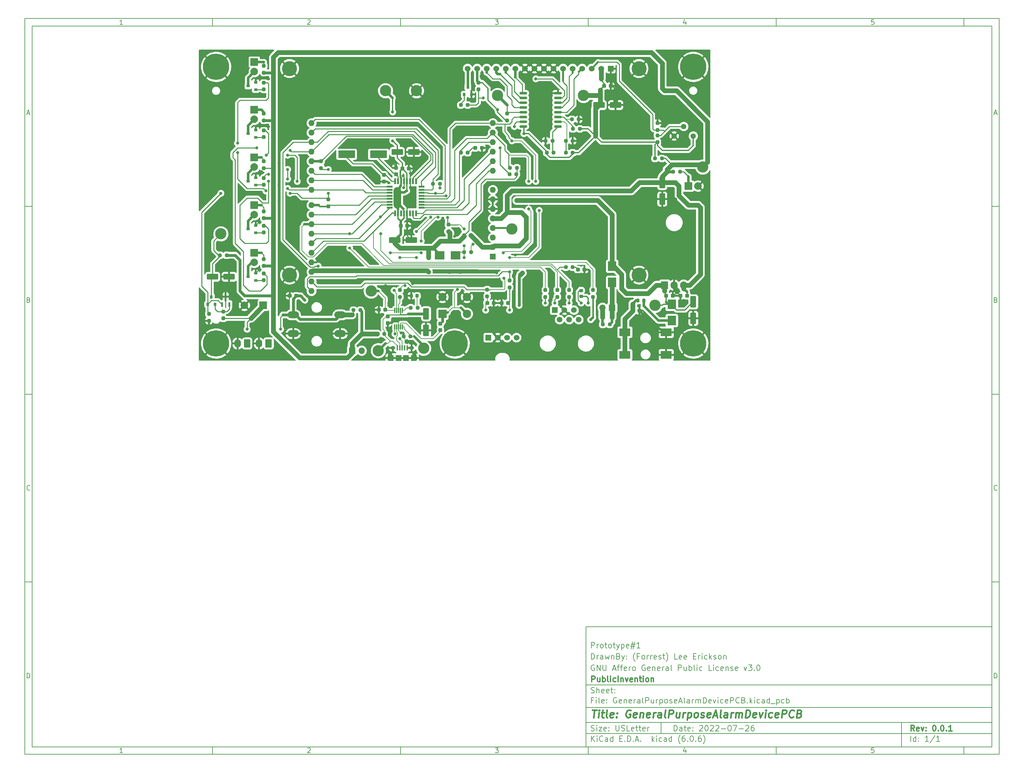
<source format=gbr>
%TF.GenerationSoftware,KiCad,Pcbnew,(6.0.6)*%
%TF.CreationDate,2023-02-21T08:10:28-05:00*%
%TF.ProjectId,GeneralPurposeAlarmDevicePCB,47656e65-7261-46c5-9075-72706f736541,0.0.1*%
%TF.SameCoordinates,Original*%
%TF.FileFunction,Copper,L1,Top*%
%TF.FilePolarity,Positive*%
%FSLAX46Y46*%
G04 Gerber Fmt 4.6, Leading zero omitted, Abs format (unit mm)*
G04 Created by KiCad (PCBNEW (6.0.6)) date 2023-02-21 08:10:28*
%MOMM*%
%LPD*%
G01*
G04 APERTURE LIST*
G04 Aperture macros list*
%AMRoundRect*
0 Rectangle with rounded corners*
0 $1 Rounding radius*
0 $2 $3 $4 $5 $6 $7 $8 $9 X,Y pos of 4 corners*
0 Add a 4 corners polygon primitive as box body*
4,1,4,$2,$3,$4,$5,$6,$7,$8,$9,$2,$3,0*
0 Add four circle primitives for the rounded corners*
1,1,$1+$1,$2,$3*
1,1,$1+$1,$4,$5*
1,1,$1+$1,$6,$7*
1,1,$1+$1,$8,$9*
0 Add four rect primitives between the rounded corners*
20,1,$1+$1,$2,$3,$4,$5,0*
20,1,$1+$1,$4,$5,$6,$7,0*
20,1,$1+$1,$6,$7,$8,$9,0*
20,1,$1+$1,$8,$9,$2,$3,0*%
G04 Aperture macros list end*
%ADD10C,0.100000*%
%ADD11C,0.150000*%
%ADD12C,0.300000*%
%ADD13C,0.400000*%
%TA.AperFunction,ComponentPad*%
%ADD14R,1.524000X1.524000*%
%TD*%
%TA.AperFunction,ComponentPad*%
%ADD15C,1.524000*%
%TD*%
%TA.AperFunction,SMDPad,CuDef*%
%ADD16RoundRect,0.250000X-1.250000X-0.550000X1.250000X-0.550000X1.250000X0.550000X-1.250000X0.550000X0*%
%TD*%
%TA.AperFunction,SMDPad,CuDef*%
%ADD17R,0.800000X0.900000*%
%TD*%
%TA.AperFunction,SMDPad,CuDef*%
%ADD18R,0.600000X1.300000*%
%TD*%
%TA.AperFunction,SMDPad,CuDef*%
%ADD19RoundRect,0.237500X0.237500X-0.250000X0.237500X0.250000X-0.237500X0.250000X-0.237500X-0.250000X0*%
%TD*%
%TA.AperFunction,SMDPad,CuDef*%
%ADD20RoundRect,0.237500X-0.237500X0.250000X-0.237500X-0.250000X0.237500X-0.250000X0.237500X0.250000X0*%
%TD*%
%TA.AperFunction,SMDPad,CuDef*%
%ADD21RoundRect,0.237500X0.250000X0.237500X-0.250000X0.237500X-0.250000X-0.237500X0.250000X-0.237500X0*%
%TD*%
%TA.AperFunction,SMDPad,CuDef*%
%ADD22RoundRect,0.237500X-0.250000X-0.237500X0.250000X-0.237500X0.250000X0.237500X-0.250000X0.237500X0*%
%TD*%
%TA.AperFunction,SMDPad,CuDef*%
%ADD23RoundRect,0.237500X-0.300000X-0.237500X0.300000X-0.237500X0.300000X0.237500X-0.300000X0.237500X0*%
%TD*%
%TA.AperFunction,SMDPad,CuDef*%
%ADD24RoundRect,0.150000X0.875000X0.150000X-0.875000X0.150000X-0.875000X-0.150000X0.875000X-0.150000X0*%
%TD*%
%TA.AperFunction,SMDPad,CuDef*%
%ADD25RoundRect,0.237500X-0.237500X0.300000X-0.237500X-0.300000X0.237500X-0.300000X0.237500X0.300000X0*%
%TD*%
%TA.AperFunction,SMDPad,CuDef*%
%ADD26RoundRect,0.237500X0.300000X0.237500X-0.300000X0.237500X-0.300000X-0.237500X0.300000X-0.237500X0*%
%TD*%
%TA.AperFunction,SMDPad,CuDef*%
%ADD27R,0.300000X1.400000*%
%TD*%
%TA.AperFunction,SMDPad,CuDef*%
%ADD28RoundRect,0.218750X-0.218750X-0.256250X0.218750X-0.256250X0.218750X0.256250X-0.218750X0.256250X0*%
%TD*%
%TA.AperFunction,SMDPad,CuDef*%
%ADD29RoundRect,0.237500X0.237500X-0.300000X0.237500X0.300000X-0.237500X0.300000X-0.237500X-0.300000X0*%
%TD*%
%TA.AperFunction,SMDPad,CuDef*%
%ADD30R,4.500000X2.000000*%
%TD*%
%TA.AperFunction,SMDPad,CuDef*%
%ADD31R,0.550000X1.600000*%
%TD*%
%TA.AperFunction,SMDPad,CuDef*%
%ADD32R,1.600000X0.550000*%
%TD*%
%TA.AperFunction,SMDPad,CuDef*%
%ADD33RoundRect,0.237500X0.287500X0.237500X-0.287500X0.237500X-0.287500X-0.237500X0.287500X-0.237500X0*%
%TD*%
%TA.AperFunction,ComponentPad*%
%ADD34C,0.800000*%
%TD*%
%TA.AperFunction,ComponentPad*%
%ADD35C,7.000000*%
%TD*%
%TA.AperFunction,SMDPad,CuDef*%
%ADD36R,0.900000X0.800000*%
%TD*%
%TA.AperFunction,SMDPad,CuDef*%
%ADD37RoundRect,0.250000X-0.550000X1.250000X-0.550000X-1.250000X0.550000X-1.250000X0.550000X1.250000X0*%
%TD*%
%TA.AperFunction,SMDPad,CuDef*%
%ADD38R,0.400000X1.350000*%
%TD*%
%TA.AperFunction,SMDPad,CuDef*%
%ADD39R,1.500000X1.550000*%
%TD*%
%TA.AperFunction,SMDPad,CuDef*%
%ADD40R,1.200000X1.550000*%
%TD*%
%TA.AperFunction,ComponentPad*%
%ADD41O,1.250000X0.950000*%
%TD*%
%TA.AperFunction,ComponentPad*%
%ADD42O,0.890000X1.550000*%
%TD*%
%TA.AperFunction,SMDPad,CuDef*%
%ADD43R,2.500000X2.300000*%
%TD*%
%TA.AperFunction,SMDPad,CuDef*%
%ADD44R,2.300000X2.500000*%
%TD*%
%TA.AperFunction,ComponentPad*%
%ADD45RoundRect,0.250000X0.620000X0.845000X-0.620000X0.845000X-0.620000X-0.845000X0.620000X-0.845000X0*%
%TD*%
%TA.AperFunction,ComponentPad*%
%ADD46O,1.740000X2.190000*%
%TD*%
%TA.AperFunction,ComponentPad*%
%ADD47R,1.700000X1.700000*%
%TD*%
%TA.AperFunction,ComponentPad*%
%ADD48O,1.700000X1.700000*%
%TD*%
%TA.AperFunction,SMDPad,CuDef*%
%ADD49R,3.000000X2.000000*%
%TD*%
%TA.AperFunction,SMDPad,CuDef*%
%ADD50R,2.999999X2.000000*%
%TD*%
%TA.AperFunction,SMDPad,CuDef*%
%ADD51RoundRect,0.218750X0.218750X0.256250X-0.218750X0.256250X-0.218750X-0.256250X0.218750X-0.256250X0*%
%TD*%
%TA.AperFunction,ComponentPad*%
%ADD52R,1.520000X1.520000*%
%TD*%
%TA.AperFunction,ComponentPad*%
%ADD53C,1.520000*%
%TD*%
%TA.AperFunction,SMDPad,CuDef*%
%ADD54RoundRect,0.218750X0.256250X-0.218750X0.256250X0.218750X-0.256250X0.218750X-0.256250X-0.218750X0*%
%TD*%
%TA.AperFunction,ComponentPad*%
%ADD55C,3.000000*%
%TD*%
%TA.AperFunction,ComponentPad*%
%ADD56R,1.905000X2.000000*%
%TD*%
%TA.AperFunction,ComponentPad*%
%ADD57O,1.905000X2.000000*%
%TD*%
%TA.AperFunction,ComponentPad*%
%ADD58R,2.200000X2.200000*%
%TD*%
%TA.AperFunction,ComponentPad*%
%ADD59C,2.200000*%
%TD*%
%TA.AperFunction,ComponentPad*%
%ADD60R,2.000000X2.000000*%
%TD*%
%TA.AperFunction,ComponentPad*%
%ADD61C,2.000000*%
%TD*%
%TA.AperFunction,ComponentPad*%
%ADD62R,1.600000X1.600000*%
%TD*%
%TA.AperFunction,ComponentPad*%
%ADD63O,1.600000X1.600000*%
%TD*%
%TA.AperFunction,ComponentPad*%
%ADD64C,1.440000*%
%TD*%
%TA.AperFunction,ComponentPad*%
%ADD65O,3.048000X1.850000*%
%TD*%
%TA.AperFunction,ComponentPad*%
%ADD66C,4.000000*%
%TD*%
%TA.AperFunction,ViaPad*%
%ADD67C,0.800000*%
%TD*%
%TA.AperFunction,ViaPad*%
%ADD68C,2.540000*%
%TD*%
%TA.AperFunction,Conductor*%
%ADD69C,0.254000*%
%TD*%
%TA.AperFunction,Conductor*%
%ADD70C,1.270000*%
%TD*%
%TA.AperFunction,Conductor*%
%ADD71C,0.200000*%
%TD*%
%TA.AperFunction,Conductor*%
%ADD72C,0.381000*%
%TD*%
%TA.AperFunction,Conductor*%
%ADD73C,0.250000*%
%TD*%
%TA.AperFunction,Conductor*%
%ADD74C,0.635000*%
%TD*%
%TA.AperFunction,Conductor*%
%ADD75C,0.762000*%
%TD*%
%TA.AperFunction,Conductor*%
%ADD76C,0.350000*%
%TD*%
%TA.AperFunction,Conductor*%
%ADD77C,2.032000*%
%TD*%
%TA.AperFunction,Conductor*%
%ADD78C,0.508000*%
%TD*%
G04 APERTURE END LIST*
D10*
D11*
X159400000Y-171900000D02*
X159400000Y-203900000D01*
X267400000Y-203900000D01*
X267400000Y-171900000D01*
X159400000Y-171900000D01*
D10*
D11*
X10000000Y-10000000D02*
X10000000Y-205900000D01*
X269400000Y-205900000D01*
X269400000Y-10000000D01*
X10000000Y-10000000D01*
D10*
D11*
X12000000Y-12000000D02*
X12000000Y-203900000D01*
X267400000Y-203900000D01*
X267400000Y-12000000D01*
X12000000Y-12000000D01*
D10*
D11*
X60000000Y-12000000D02*
X60000000Y-10000000D01*
D10*
D11*
X110000000Y-12000000D02*
X110000000Y-10000000D01*
D10*
D11*
X160000000Y-12000000D02*
X160000000Y-10000000D01*
D10*
D11*
X210000000Y-12000000D02*
X210000000Y-10000000D01*
D10*
D11*
X260000000Y-12000000D02*
X260000000Y-10000000D01*
D10*
D11*
X36065476Y-11588095D02*
X35322619Y-11588095D01*
X35694047Y-11588095D02*
X35694047Y-10288095D01*
X35570238Y-10473809D01*
X35446428Y-10597619D01*
X35322619Y-10659523D01*
D10*
D11*
X85322619Y-10411904D02*
X85384523Y-10350000D01*
X85508333Y-10288095D01*
X85817857Y-10288095D01*
X85941666Y-10350000D01*
X86003571Y-10411904D01*
X86065476Y-10535714D01*
X86065476Y-10659523D01*
X86003571Y-10845238D01*
X85260714Y-11588095D01*
X86065476Y-11588095D01*
D10*
D11*
X135260714Y-10288095D02*
X136065476Y-10288095D01*
X135632142Y-10783333D01*
X135817857Y-10783333D01*
X135941666Y-10845238D01*
X136003571Y-10907142D01*
X136065476Y-11030952D01*
X136065476Y-11340476D01*
X136003571Y-11464285D01*
X135941666Y-11526190D01*
X135817857Y-11588095D01*
X135446428Y-11588095D01*
X135322619Y-11526190D01*
X135260714Y-11464285D01*
D10*
D11*
X185941666Y-10721428D02*
X185941666Y-11588095D01*
X185632142Y-10226190D02*
X185322619Y-11154761D01*
X186127380Y-11154761D01*
D10*
D11*
X236003571Y-10288095D02*
X235384523Y-10288095D01*
X235322619Y-10907142D01*
X235384523Y-10845238D01*
X235508333Y-10783333D01*
X235817857Y-10783333D01*
X235941666Y-10845238D01*
X236003571Y-10907142D01*
X236065476Y-11030952D01*
X236065476Y-11340476D01*
X236003571Y-11464285D01*
X235941666Y-11526190D01*
X235817857Y-11588095D01*
X235508333Y-11588095D01*
X235384523Y-11526190D01*
X235322619Y-11464285D01*
D10*
D11*
X60000000Y-203900000D02*
X60000000Y-205900000D01*
D10*
D11*
X110000000Y-203900000D02*
X110000000Y-205900000D01*
D10*
D11*
X160000000Y-203900000D02*
X160000000Y-205900000D01*
D10*
D11*
X210000000Y-203900000D02*
X210000000Y-205900000D01*
D10*
D11*
X260000000Y-203900000D02*
X260000000Y-205900000D01*
D10*
D11*
X36065476Y-205488095D02*
X35322619Y-205488095D01*
X35694047Y-205488095D02*
X35694047Y-204188095D01*
X35570238Y-204373809D01*
X35446428Y-204497619D01*
X35322619Y-204559523D01*
D10*
D11*
X85322619Y-204311904D02*
X85384523Y-204250000D01*
X85508333Y-204188095D01*
X85817857Y-204188095D01*
X85941666Y-204250000D01*
X86003571Y-204311904D01*
X86065476Y-204435714D01*
X86065476Y-204559523D01*
X86003571Y-204745238D01*
X85260714Y-205488095D01*
X86065476Y-205488095D01*
D10*
D11*
X135260714Y-204188095D02*
X136065476Y-204188095D01*
X135632142Y-204683333D01*
X135817857Y-204683333D01*
X135941666Y-204745238D01*
X136003571Y-204807142D01*
X136065476Y-204930952D01*
X136065476Y-205240476D01*
X136003571Y-205364285D01*
X135941666Y-205426190D01*
X135817857Y-205488095D01*
X135446428Y-205488095D01*
X135322619Y-205426190D01*
X135260714Y-205364285D01*
D10*
D11*
X185941666Y-204621428D02*
X185941666Y-205488095D01*
X185632142Y-204126190D02*
X185322619Y-205054761D01*
X186127380Y-205054761D01*
D10*
D11*
X236003571Y-204188095D02*
X235384523Y-204188095D01*
X235322619Y-204807142D01*
X235384523Y-204745238D01*
X235508333Y-204683333D01*
X235817857Y-204683333D01*
X235941666Y-204745238D01*
X236003571Y-204807142D01*
X236065476Y-204930952D01*
X236065476Y-205240476D01*
X236003571Y-205364285D01*
X235941666Y-205426190D01*
X235817857Y-205488095D01*
X235508333Y-205488095D01*
X235384523Y-205426190D01*
X235322619Y-205364285D01*
D10*
D11*
X10000000Y-60000000D02*
X12000000Y-60000000D01*
D10*
D11*
X10000000Y-110000000D02*
X12000000Y-110000000D01*
D10*
D11*
X10000000Y-160000000D02*
X12000000Y-160000000D01*
D10*
D11*
X10690476Y-35216666D02*
X11309523Y-35216666D01*
X10566666Y-35588095D02*
X11000000Y-34288095D01*
X11433333Y-35588095D01*
D10*
D11*
X11092857Y-84907142D02*
X11278571Y-84969047D01*
X11340476Y-85030952D01*
X11402380Y-85154761D01*
X11402380Y-85340476D01*
X11340476Y-85464285D01*
X11278571Y-85526190D01*
X11154761Y-85588095D01*
X10659523Y-85588095D01*
X10659523Y-84288095D01*
X11092857Y-84288095D01*
X11216666Y-84350000D01*
X11278571Y-84411904D01*
X11340476Y-84535714D01*
X11340476Y-84659523D01*
X11278571Y-84783333D01*
X11216666Y-84845238D01*
X11092857Y-84907142D01*
X10659523Y-84907142D01*
D10*
D11*
X11402380Y-135464285D02*
X11340476Y-135526190D01*
X11154761Y-135588095D01*
X11030952Y-135588095D01*
X10845238Y-135526190D01*
X10721428Y-135402380D01*
X10659523Y-135278571D01*
X10597619Y-135030952D01*
X10597619Y-134845238D01*
X10659523Y-134597619D01*
X10721428Y-134473809D01*
X10845238Y-134350000D01*
X11030952Y-134288095D01*
X11154761Y-134288095D01*
X11340476Y-134350000D01*
X11402380Y-134411904D01*
D10*
D11*
X10659523Y-185588095D02*
X10659523Y-184288095D01*
X10969047Y-184288095D01*
X11154761Y-184350000D01*
X11278571Y-184473809D01*
X11340476Y-184597619D01*
X11402380Y-184845238D01*
X11402380Y-185030952D01*
X11340476Y-185278571D01*
X11278571Y-185402380D01*
X11154761Y-185526190D01*
X10969047Y-185588095D01*
X10659523Y-185588095D01*
D10*
D11*
X269400000Y-60000000D02*
X267400000Y-60000000D01*
D10*
D11*
X269400000Y-110000000D02*
X267400000Y-110000000D01*
D10*
D11*
X269400000Y-160000000D02*
X267400000Y-160000000D01*
D10*
D11*
X268090476Y-35216666D02*
X268709523Y-35216666D01*
X267966666Y-35588095D02*
X268400000Y-34288095D01*
X268833333Y-35588095D01*
D10*
D11*
X268492857Y-84907142D02*
X268678571Y-84969047D01*
X268740476Y-85030952D01*
X268802380Y-85154761D01*
X268802380Y-85340476D01*
X268740476Y-85464285D01*
X268678571Y-85526190D01*
X268554761Y-85588095D01*
X268059523Y-85588095D01*
X268059523Y-84288095D01*
X268492857Y-84288095D01*
X268616666Y-84350000D01*
X268678571Y-84411904D01*
X268740476Y-84535714D01*
X268740476Y-84659523D01*
X268678571Y-84783333D01*
X268616666Y-84845238D01*
X268492857Y-84907142D01*
X268059523Y-84907142D01*
D10*
D11*
X268802380Y-135464285D02*
X268740476Y-135526190D01*
X268554761Y-135588095D01*
X268430952Y-135588095D01*
X268245238Y-135526190D01*
X268121428Y-135402380D01*
X268059523Y-135278571D01*
X267997619Y-135030952D01*
X267997619Y-134845238D01*
X268059523Y-134597619D01*
X268121428Y-134473809D01*
X268245238Y-134350000D01*
X268430952Y-134288095D01*
X268554761Y-134288095D01*
X268740476Y-134350000D01*
X268802380Y-134411904D01*
D10*
D11*
X268059523Y-185588095D02*
X268059523Y-184288095D01*
X268369047Y-184288095D01*
X268554761Y-184350000D01*
X268678571Y-184473809D01*
X268740476Y-184597619D01*
X268802380Y-184845238D01*
X268802380Y-185030952D01*
X268740476Y-185278571D01*
X268678571Y-185402380D01*
X268554761Y-185526190D01*
X268369047Y-185588095D01*
X268059523Y-185588095D01*
D10*
D11*
X182832142Y-199678571D02*
X182832142Y-198178571D01*
X183189285Y-198178571D01*
X183403571Y-198250000D01*
X183546428Y-198392857D01*
X183617857Y-198535714D01*
X183689285Y-198821428D01*
X183689285Y-199035714D01*
X183617857Y-199321428D01*
X183546428Y-199464285D01*
X183403571Y-199607142D01*
X183189285Y-199678571D01*
X182832142Y-199678571D01*
X184975000Y-199678571D02*
X184975000Y-198892857D01*
X184903571Y-198750000D01*
X184760714Y-198678571D01*
X184475000Y-198678571D01*
X184332142Y-198750000D01*
X184975000Y-199607142D02*
X184832142Y-199678571D01*
X184475000Y-199678571D01*
X184332142Y-199607142D01*
X184260714Y-199464285D01*
X184260714Y-199321428D01*
X184332142Y-199178571D01*
X184475000Y-199107142D01*
X184832142Y-199107142D01*
X184975000Y-199035714D01*
X185475000Y-198678571D02*
X186046428Y-198678571D01*
X185689285Y-198178571D02*
X185689285Y-199464285D01*
X185760714Y-199607142D01*
X185903571Y-199678571D01*
X186046428Y-199678571D01*
X187117857Y-199607142D02*
X186975000Y-199678571D01*
X186689285Y-199678571D01*
X186546428Y-199607142D01*
X186475000Y-199464285D01*
X186475000Y-198892857D01*
X186546428Y-198750000D01*
X186689285Y-198678571D01*
X186975000Y-198678571D01*
X187117857Y-198750000D01*
X187189285Y-198892857D01*
X187189285Y-199035714D01*
X186475000Y-199178571D01*
X187832142Y-199535714D02*
X187903571Y-199607142D01*
X187832142Y-199678571D01*
X187760714Y-199607142D01*
X187832142Y-199535714D01*
X187832142Y-199678571D01*
X187832142Y-198750000D02*
X187903571Y-198821428D01*
X187832142Y-198892857D01*
X187760714Y-198821428D01*
X187832142Y-198750000D01*
X187832142Y-198892857D01*
X189617857Y-198321428D02*
X189689285Y-198250000D01*
X189832142Y-198178571D01*
X190189285Y-198178571D01*
X190332142Y-198250000D01*
X190403571Y-198321428D01*
X190475000Y-198464285D01*
X190475000Y-198607142D01*
X190403571Y-198821428D01*
X189546428Y-199678571D01*
X190475000Y-199678571D01*
X191403571Y-198178571D02*
X191546428Y-198178571D01*
X191689285Y-198250000D01*
X191760714Y-198321428D01*
X191832142Y-198464285D01*
X191903571Y-198750000D01*
X191903571Y-199107142D01*
X191832142Y-199392857D01*
X191760714Y-199535714D01*
X191689285Y-199607142D01*
X191546428Y-199678571D01*
X191403571Y-199678571D01*
X191260714Y-199607142D01*
X191189285Y-199535714D01*
X191117857Y-199392857D01*
X191046428Y-199107142D01*
X191046428Y-198750000D01*
X191117857Y-198464285D01*
X191189285Y-198321428D01*
X191260714Y-198250000D01*
X191403571Y-198178571D01*
X192475000Y-198321428D02*
X192546428Y-198250000D01*
X192689285Y-198178571D01*
X193046428Y-198178571D01*
X193189285Y-198250000D01*
X193260714Y-198321428D01*
X193332142Y-198464285D01*
X193332142Y-198607142D01*
X193260714Y-198821428D01*
X192403571Y-199678571D01*
X193332142Y-199678571D01*
X193903571Y-198321428D02*
X193975000Y-198250000D01*
X194117857Y-198178571D01*
X194475000Y-198178571D01*
X194617857Y-198250000D01*
X194689285Y-198321428D01*
X194760714Y-198464285D01*
X194760714Y-198607142D01*
X194689285Y-198821428D01*
X193832142Y-199678571D01*
X194760714Y-199678571D01*
X195403571Y-199107142D02*
X196546428Y-199107142D01*
X197546428Y-198178571D02*
X197689285Y-198178571D01*
X197832142Y-198250000D01*
X197903571Y-198321428D01*
X197975000Y-198464285D01*
X198046428Y-198750000D01*
X198046428Y-199107142D01*
X197975000Y-199392857D01*
X197903571Y-199535714D01*
X197832142Y-199607142D01*
X197689285Y-199678571D01*
X197546428Y-199678571D01*
X197403571Y-199607142D01*
X197332142Y-199535714D01*
X197260714Y-199392857D01*
X197189285Y-199107142D01*
X197189285Y-198750000D01*
X197260714Y-198464285D01*
X197332142Y-198321428D01*
X197403571Y-198250000D01*
X197546428Y-198178571D01*
X198546428Y-198178571D02*
X199546428Y-198178571D01*
X198903571Y-199678571D01*
X200117857Y-199107142D02*
X201260714Y-199107142D01*
X201903571Y-198321428D02*
X201975000Y-198250000D01*
X202117857Y-198178571D01*
X202475000Y-198178571D01*
X202617857Y-198250000D01*
X202689285Y-198321428D01*
X202760714Y-198464285D01*
X202760714Y-198607142D01*
X202689285Y-198821428D01*
X201832142Y-199678571D01*
X202760714Y-199678571D01*
X204046428Y-198178571D02*
X203760714Y-198178571D01*
X203617857Y-198250000D01*
X203546428Y-198321428D01*
X203403571Y-198535714D01*
X203332142Y-198821428D01*
X203332142Y-199392857D01*
X203403571Y-199535714D01*
X203475000Y-199607142D01*
X203617857Y-199678571D01*
X203903571Y-199678571D01*
X204046428Y-199607142D01*
X204117857Y-199535714D01*
X204189285Y-199392857D01*
X204189285Y-199035714D01*
X204117857Y-198892857D01*
X204046428Y-198821428D01*
X203903571Y-198750000D01*
X203617857Y-198750000D01*
X203475000Y-198821428D01*
X203403571Y-198892857D01*
X203332142Y-199035714D01*
D10*
D11*
X159400000Y-200400000D02*
X267400000Y-200400000D01*
D10*
D11*
X160832142Y-202478571D02*
X160832142Y-200978571D01*
X161689285Y-202478571D02*
X161046428Y-201621428D01*
X161689285Y-200978571D02*
X160832142Y-201835714D01*
X162332142Y-202478571D02*
X162332142Y-201478571D01*
X162332142Y-200978571D02*
X162260714Y-201050000D01*
X162332142Y-201121428D01*
X162403571Y-201050000D01*
X162332142Y-200978571D01*
X162332142Y-201121428D01*
X163903571Y-202335714D02*
X163832142Y-202407142D01*
X163617857Y-202478571D01*
X163475000Y-202478571D01*
X163260714Y-202407142D01*
X163117857Y-202264285D01*
X163046428Y-202121428D01*
X162975000Y-201835714D01*
X162975000Y-201621428D01*
X163046428Y-201335714D01*
X163117857Y-201192857D01*
X163260714Y-201050000D01*
X163475000Y-200978571D01*
X163617857Y-200978571D01*
X163832142Y-201050000D01*
X163903571Y-201121428D01*
X165189285Y-202478571D02*
X165189285Y-201692857D01*
X165117857Y-201550000D01*
X164975000Y-201478571D01*
X164689285Y-201478571D01*
X164546428Y-201550000D01*
X165189285Y-202407142D02*
X165046428Y-202478571D01*
X164689285Y-202478571D01*
X164546428Y-202407142D01*
X164475000Y-202264285D01*
X164475000Y-202121428D01*
X164546428Y-201978571D01*
X164689285Y-201907142D01*
X165046428Y-201907142D01*
X165189285Y-201835714D01*
X166546428Y-202478571D02*
X166546428Y-200978571D01*
X166546428Y-202407142D02*
X166403571Y-202478571D01*
X166117857Y-202478571D01*
X165975000Y-202407142D01*
X165903571Y-202335714D01*
X165832142Y-202192857D01*
X165832142Y-201764285D01*
X165903571Y-201621428D01*
X165975000Y-201550000D01*
X166117857Y-201478571D01*
X166403571Y-201478571D01*
X166546428Y-201550000D01*
X168403571Y-201692857D02*
X168903571Y-201692857D01*
X169117857Y-202478571D02*
X168403571Y-202478571D01*
X168403571Y-200978571D01*
X169117857Y-200978571D01*
X169760714Y-202335714D02*
X169832142Y-202407142D01*
X169760714Y-202478571D01*
X169689285Y-202407142D01*
X169760714Y-202335714D01*
X169760714Y-202478571D01*
X170475000Y-202478571D02*
X170475000Y-200978571D01*
X170832142Y-200978571D01*
X171046428Y-201050000D01*
X171189285Y-201192857D01*
X171260714Y-201335714D01*
X171332142Y-201621428D01*
X171332142Y-201835714D01*
X171260714Y-202121428D01*
X171189285Y-202264285D01*
X171046428Y-202407142D01*
X170832142Y-202478571D01*
X170475000Y-202478571D01*
X171975000Y-202335714D02*
X172046428Y-202407142D01*
X171975000Y-202478571D01*
X171903571Y-202407142D01*
X171975000Y-202335714D01*
X171975000Y-202478571D01*
X172617857Y-202050000D02*
X173332142Y-202050000D01*
X172475000Y-202478571D02*
X172975000Y-200978571D01*
X173475000Y-202478571D01*
X173975000Y-202335714D02*
X174046428Y-202407142D01*
X173975000Y-202478571D01*
X173903571Y-202407142D01*
X173975000Y-202335714D01*
X173975000Y-202478571D01*
X176975000Y-202478571D02*
X176975000Y-200978571D01*
X177117857Y-201907142D02*
X177546428Y-202478571D01*
X177546428Y-201478571D02*
X176975000Y-202050000D01*
X178189285Y-202478571D02*
X178189285Y-201478571D01*
X178189285Y-200978571D02*
X178117857Y-201050000D01*
X178189285Y-201121428D01*
X178260714Y-201050000D01*
X178189285Y-200978571D01*
X178189285Y-201121428D01*
X179546428Y-202407142D02*
X179403571Y-202478571D01*
X179117857Y-202478571D01*
X178975000Y-202407142D01*
X178903571Y-202335714D01*
X178832142Y-202192857D01*
X178832142Y-201764285D01*
X178903571Y-201621428D01*
X178975000Y-201550000D01*
X179117857Y-201478571D01*
X179403571Y-201478571D01*
X179546428Y-201550000D01*
X180832142Y-202478571D02*
X180832142Y-201692857D01*
X180760714Y-201550000D01*
X180617857Y-201478571D01*
X180332142Y-201478571D01*
X180189285Y-201550000D01*
X180832142Y-202407142D02*
X180689285Y-202478571D01*
X180332142Y-202478571D01*
X180189285Y-202407142D01*
X180117857Y-202264285D01*
X180117857Y-202121428D01*
X180189285Y-201978571D01*
X180332142Y-201907142D01*
X180689285Y-201907142D01*
X180832142Y-201835714D01*
X182189285Y-202478571D02*
X182189285Y-200978571D01*
X182189285Y-202407142D02*
X182046428Y-202478571D01*
X181760714Y-202478571D01*
X181617857Y-202407142D01*
X181546428Y-202335714D01*
X181475000Y-202192857D01*
X181475000Y-201764285D01*
X181546428Y-201621428D01*
X181617857Y-201550000D01*
X181760714Y-201478571D01*
X182046428Y-201478571D01*
X182189285Y-201550000D01*
X184475000Y-203050000D02*
X184403571Y-202978571D01*
X184260714Y-202764285D01*
X184189285Y-202621428D01*
X184117857Y-202407142D01*
X184046428Y-202050000D01*
X184046428Y-201764285D01*
X184117857Y-201407142D01*
X184189285Y-201192857D01*
X184260714Y-201050000D01*
X184403571Y-200835714D01*
X184475000Y-200764285D01*
X185689285Y-200978571D02*
X185403571Y-200978571D01*
X185260714Y-201050000D01*
X185189285Y-201121428D01*
X185046428Y-201335714D01*
X184975000Y-201621428D01*
X184975000Y-202192857D01*
X185046428Y-202335714D01*
X185117857Y-202407142D01*
X185260714Y-202478571D01*
X185546428Y-202478571D01*
X185689285Y-202407142D01*
X185760714Y-202335714D01*
X185832142Y-202192857D01*
X185832142Y-201835714D01*
X185760714Y-201692857D01*
X185689285Y-201621428D01*
X185546428Y-201550000D01*
X185260714Y-201550000D01*
X185117857Y-201621428D01*
X185046428Y-201692857D01*
X184975000Y-201835714D01*
X186475000Y-202335714D02*
X186546428Y-202407142D01*
X186475000Y-202478571D01*
X186403571Y-202407142D01*
X186475000Y-202335714D01*
X186475000Y-202478571D01*
X187475000Y-200978571D02*
X187617857Y-200978571D01*
X187760714Y-201050000D01*
X187832142Y-201121428D01*
X187903571Y-201264285D01*
X187975000Y-201550000D01*
X187975000Y-201907142D01*
X187903571Y-202192857D01*
X187832142Y-202335714D01*
X187760714Y-202407142D01*
X187617857Y-202478571D01*
X187475000Y-202478571D01*
X187332142Y-202407142D01*
X187260714Y-202335714D01*
X187189285Y-202192857D01*
X187117857Y-201907142D01*
X187117857Y-201550000D01*
X187189285Y-201264285D01*
X187260714Y-201121428D01*
X187332142Y-201050000D01*
X187475000Y-200978571D01*
X188617857Y-202335714D02*
X188689285Y-202407142D01*
X188617857Y-202478571D01*
X188546428Y-202407142D01*
X188617857Y-202335714D01*
X188617857Y-202478571D01*
X189975000Y-200978571D02*
X189689285Y-200978571D01*
X189546428Y-201050000D01*
X189475000Y-201121428D01*
X189332142Y-201335714D01*
X189260714Y-201621428D01*
X189260714Y-202192857D01*
X189332142Y-202335714D01*
X189403571Y-202407142D01*
X189546428Y-202478571D01*
X189832142Y-202478571D01*
X189975000Y-202407142D01*
X190046428Y-202335714D01*
X190117857Y-202192857D01*
X190117857Y-201835714D01*
X190046428Y-201692857D01*
X189975000Y-201621428D01*
X189832142Y-201550000D01*
X189546428Y-201550000D01*
X189403571Y-201621428D01*
X189332142Y-201692857D01*
X189260714Y-201835714D01*
X190617857Y-203050000D02*
X190689285Y-202978571D01*
X190832142Y-202764285D01*
X190903571Y-202621428D01*
X190975000Y-202407142D01*
X191046428Y-202050000D01*
X191046428Y-201764285D01*
X190975000Y-201407142D01*
X190903571Y-201192857D01*
X190832142Y-201050000D01*
X190689285Y-200835714D01*
X190617857Y-200764285D01*
D10*
D11*
X159400000Y-197400000D02*
X267400000Y-197400000D01*
D10*
D12*
X246809285Y-199678571D02*
X246309285Y-198964285D01*
X245952142Y-199678571D02*
X245952142Y-198178571D01*
X246523571Y-198178571D01*
X246666428Y-198250000D01*
X246737857Y-198321428D01*
X246809285Y-198464285D01*
X246809285Y-198678571D01*
X246737857Y-198821428D01*
X246666428Y-198892857D01*
X246523571Y-198964285D01*
X245952142Y-198964285D01*
X248023571Y-199607142D02*
X247880714Y-199678571D01*
X247595000Y-199678571D01*
X247452142Y-199607142D01*
X247380714Y-199464285D01*
X247380714Y-198892857D01*
X247452142Y-198750000D01*
X247595000Y-198678571D01*
X247880714Y-198678571D01*
X248023571Y-198750000D01*
X248095000Y-198892857D01*
X248095000Y-199035714D01*
X247380714Y-199178571D01*
X248595000Y-198678571D02*
X248952142Y-199678571D01*
X249309285Y-198678571D01*
X249880714Y-199535714D02*
X249952142Y-199607142D01*
X249880714Y-199678571D01*
X249809285Y-199607142D01*
X249880714Y-199535714D01*
X249880714Y-199678571D01*
X249880714Y-198750000D02*
X249952142Y-198821428D01*
X249880714Y-198892857D01*
X249809285Y-198821428D01*
X249880714Y-198750000D01*
X249880714Y-198892857D01*
X252023571Y-198178571D02*
X252166428Y-198178571D01*
X252309285Y-198250000D01*
X252380714Y-198321428D01*
X252452142Y-198464285D01*
X252523571Y-198750000D01*
X252523571Y-199107142D01*
X252452142Y-199392857D01*
X252380714Y-199535714D01*
X252309285Y-199607142D01*
X252166428Y-199678571D01*
X252023571Y-199678571D01*
X251880714Y-199607142D01*
X251809285Y-199535714D01*
X251737857Y-199392857D01*
X251666428Y-199107142D01*
X251666428Y-198750000D01*
X251737857Y-198464285D01*
X251809285Y-198321428D01*
X251880714Y-198250000D01*
X252023571Y-198178571D01*
X253166428Y-199535714D02*
X253237857Y-199607142D01*
X253166428Y-199678571D01*
X253095000Y-199607142D01*
X253166428Y-199535714D01*
X253166428Y-199678571D01*
X254166428Y-198178571D02*
X254309285Y-198178571D01*
X254452142Y-198250000D01*
X254523571Y-198321428D01*
X254595000Y-198464285D01*
X254666428Y-198750000D01*
X254666428Y-199107142D01*
X254595000Y-199392857D01*
X254523571Y-199535714D01*
X254452142Y-199607142D01*
X254309285Y-199678571D01*
X254166428Y-199678571D01*
X254023571Y-199607142D01*
X253952142Y-199535714D01*
X253880714Y-199392857D01*
X253809285Y-199107142D01*
X253809285Y-198750000D01*
X253880714Y-198464285D01*
X253952142Y-198321428D01*
X254023571Y-198250000D01*
X254166428Y-198178571D01*
X255309285Y-199535714D02*
X255380714Y-199607142D01*
X255309285Y-199678571D01*
X255237857Y-199607142D01*
X255309285Y-199535714D01*
X255309285Y-199678571D01*
X256809285Y-199678571D02*
X255952142Y-199678571D01*
X256380714Y-199678571D02*
X256380714Y-198178571D01*
X256237857Y-198392857D01*
X256095000Y-198535714D01*
X255952142Y-198607142D01*
D10*
D11*
X160760714Y-199607142D02*
X160975000Y-199678571D01*
X161332142Y-199678571D01*
X161475000Y-199607142D01*
X161546428Y-199535714D01*
X161617857Y-199392857D01*
X161617857Y-199250000D01*
X161546428Y-199107142D01*
X161475000Y-199035714D01*
X161332142Y-198964285D01*
X161046428Y-198892857D01*
X160903571Y-198821428D01*
X160832142Y-198750000D01*
X160760714Y-198607142D01*
X160760714Y-198464285D01*
X160832142Y-198321428D01*
X160903571Y-198250000D01*
X161046428Y-198178571D01*
X161403571Y-198178571D01*
X161617857Y-198250000D01*
X162260714Y-199678571D02*
X162260714Y-198678571D01*
X162260714Y-198178571D02*
X162189285Y-198250000D01*
X162260714Y-198321428D01*
X162332142Y-198250000D01*
X162260714Y-198178571D01*
X162260714Y-198321428D01*
X162832142Y-198678571D02*
X163617857Y-198678571D01*
X162832142Y-199678571D01*
X163617857Y-199678571D01*
X164760714Y-199607142D02*
X164617857Y-199678571D01*
X164332142Y-199678571D01*
X164189285Y-199607142D01*
X164117857Y-199464285D01*
X164117857Y-198892857D01*
X164189285Y-198750000D01*
X164332142Y-198678571D01*
X164617857Y-198678571D01*
X164760714Y-198750000D01*
X164832142Y-198892857D01*
X164832142Y-199035714D01*
X164117857Y-199178571D01*
X165475000Y-199535714D02*
X165546428Y-199607142D01*
X165475000Y-199678571D01*
X165403571Y-199607142D01*
X165475000Y-199535714D01*
X165475000Y-199678571D01*
X165475000Y-198750000D02*
X165546428Y-198821428D01*
X165475000Y-198892857D01*
X165403571Y-198821428D01*
X165475000Y-198750000D01*
X165475000Y-198892857D01*
X167332142Y-198178571D02*
X167332142Y-199392857D01*
X167403571Y-199535714D01*
X167475000Y-199607142D01*
X167617857Y-199678571D01*
X167903571Y-199678571D01*
X168046428Y-199607142D01*
X168117857Y-199535714D01*
X168189285Y-199392857D01*
X168189285Y-198178571D01*
X168832142Y-199607142D02*
X169046428Y-199678571D01*
X169403571Y-199678571D01*
X169546428Y-199607142D01*
X169617857Y-199535714D01*
X169689285Y-199392857D01*
X169689285Y-199250000D01*
X169617857Y-199107142D01*
X169546428Y-199035714D01*
X169403571Y-198964285D01*
X169117857Y-198892857D01*
X168975000Y-198821428D01*
X168903571Y-198750000D01*
X168832142Y-198607142D01*
X168832142Y-198464285D01*
X168903571Y-198321428D01*
X168975000Y-198250000D01*
X169117857Y-198178571D01*
X169475000Y-198178571D01*
X169689285Y-198250000D01*
X171046428Y-199678571D02*
X170332142Y-199678571D01*
X170332142Y-198178571D01*
X172117857Y-199607142D02*
X171975000Y-199678571D01*
X171689285Y-199678571D01*
X171546428Y-199607142D01*
X171475000Y-199464285D01*
X171475000Y-198892857D01*
X171546428Y-198750000D01*
X171689285Y-198678571D01*
X171975000Y-198678571D01*
X172117857Y-198750000D01*
X172189285Y-198892857D01*
X172189285Y-199035714D01*
X171475000Y-199178571D01*
X172617857Y-198678571D02*
X173189285Y-198678571D01*
X172832142Y-198178571D02*
X172832142Y-199464285D01*
X172903571Y-199607142D01*
X173046428Y-199678571D01*
X173189285Y-199678571D01*
X173475000Y-198678571D02*
X174046428Y-198678571D01*
X173689285Y-198178571D02*
X173689285Y-199464285D01*
X173760714Y-199607142D01*
X173903571Y-199678571D01*
X174046428Y-199678571D01*
X175117857Y-199607142D02*
X174975000Y-199678571D01*
X174689285Y-199678571D01*
X174546428Y-199607142D01*
X174475000Y-199464285D01*
X174475000Y-198892857D01*
X174546428Y-198750000D01*
X174689285Y-198678571D01*
X174975000Y-198678571D01*
X175117857Y-198750000D01*
X175189285Y-198892857D01*
X175189285Y-199035714D01*
X174475000Y-199178571D01*
X175832142Y-199678571D02*
X175832142Y-198678571D01*
X175832142Y-198964285D02*
X175903571Y-198821428D01*
X175975000Y-198750000D01*
X176117857Y-198678571D01*
X176260714Y-198678571D01*
D10*
D11*
X245832142Y-202478571D02*
X245832142Y-200978571D01*
X247189285Y-202478571D02*
X247189285Y-200978571D01*
X247189285Y-202407142D02*
X247046428Y-202478571D01*
X246760714Y-202478571D01*
X246617857Y-202407142D01*
X246546428Y-202335714D01*
X246475000Y-202192857D01*
X246475000Y-201764285D01*
X246546428Y-201621428D01*
X246617857Y-201550000D01*
X246760714Y-201478571D01*
X247046428Y-201478571D01*
X247189285Y-201550000D01*
X247903571Y-202335714D02*
X247975000Y-202407142D01*
X247903571Y-202478571D01*
X247832142Y-202407142D01*
X247903571Y-202335714D01*
X247903571Y-202478571D01*
X247903571Y-201550000D02*
X247975000Y-201621428D01*
X247903571Y-201692857D01*
X247832142Y-201621428D01*
X247903571Y-201550000D01*
X247903571Y-201692857D01*
X250546428Y-202478571D02*
X249689285Y-202478571D01*
X250117857Y-202478571D02*
X250117857Y-200978571D01*
X249975000Y-201192857D01*
X249832142Y-201335714D01*
X249689285Y-201407142D01*
X252260714Y-200907142D02*
X250975000Y-202835714D01*
X253546428Y-202478571D02*
X252689285Y-202478571D01*
X253117857Y-202478571D02*
X253117857Y-200978571D01*
X252975000Y-201192857D01*
X252832142Y-201335714D01*
X252689285Y-201407142D01*
D10*
D11*
X159400000Y-193400000D02*
X267400000Y-193400000D01*
D10*
D13*
X161112380Y-194104761D02*
X162255238Y-194104761D01*
X161433809Y-196104761D02*
X161683809Y-194104761D01*
X162671904Y-196104761D02*
X162838571Y-194771428D01*
X162921904Y-194104761D02*
X162814761Y-194200000D01*
X162898095Y-194295238D01*
X163005238Y-194200000D01*
X162921904Y-194104761D01*
X162898095Y-194295238D01*
X163505238Y-194771428D02*
X164267142Y-194771428D01*
X163874285Y-194104761D02*
X163660000Y-195819047D01*
X163731428Y-196009523D01*
X163910000Y-196104761D01*
X164100476Y-196104761D01*
X165052857Y-196104761D02*
X164874285Y-196009523D01*
X164802857Y-195819047D01*
X165017142Y-194104761D01*
X166588571Y-196009523D02*
X166386190Y-196104761D01*
X166005238Y-196104761D01*
X165826666Y-196009523D01*
X165755238Y-195819047D01*
X165850476Y-195057142D01*
X165969523Y-194866666D01*
X166171904Y-194771428D01*
X166552857Y-194771428D01*
X166731428Y-194866666D01*
X166802857Y-195057142D01*
X166779047Y-195247619D01*
X165802857Y-195438095D01*
X167552857Y-195914285D02*
X167636190Y-196009523D01*
X167529047Y-196104761D01*
X167445714Y-196009523D01*
X167552857Y-195914285D01*
X167529047Y-196104761D01*
X167683809Y-194866666D02*
X167767142Y-194961904D01*
X167660000Y-195057142D01*
X167576666Y-194961904D01*
X167683809Y-194866666D01*
X167660000Y-195057142D01*
X171290952Y-194200000D02*
X171112380Y-194104761D01*
X170826666Y-194104761D01*
X170529047Y-194200000D01*
X170314761Y-194390476D01*
X170195714Y-194580952D01*
X170052857Y-194961904D01*
X170017142Y-195247619D01*
X170064761Y-195628571D01*
X170136190Y-195819047D01*
X170302857Y-196009523D01*
X170576666Y-196104761D01*
X170767142Y-196104761D01*
X171064761Y-196009523D01*
X171171904Y-195914285D01*
X171255238Y-195247619D01*
X170874285Y-195247619D01*
X172779047Y-196009523D02*
X172576666Y-196104761D01*
X172195714Y-196104761D01*
X172017142Y-196009523D01*
X171945714Y-195819047D01*
X172040952Y-195057142D01*
X172160000Y-194866666D01*
X172362380Y-194771428D01*
X172743333Y-194771428D01*
X172921904Y-194866666D01*
X172993333Y-195057142D01*
X172969523Y-195247619D01*
X171993333Y-195438095D01*
X173886190Y-194771428D02*
X173719523Y-196104761D01*
X173862380Y-194961904D02*
X173969523Y-194866666D01*
X174171904Y-194771428D01*
X174457619Y-194771428D01*
X174636190Y-194866666D01*
X174707619Y-195057142D01*
X174576666Y-196104761D01*
X176302857Y-196009523D02*
X176100476Y-196104761D01*
X175719523Y-196104761D01*
X175540952Y-196009523D01*
X175469523Y-195819047D01*
X175564761Y-195057142D01*
X175683809Y-194866666D01*
X175886190Y-194771428D01*
X176267142Y-194771428D01*
X176445714Y-194866666D01*
X176517142Y-195057142D01*
X176493333Y-195247619D01*
X175517142Y-195438095D01*
X177243333Y-196104761D02*
X177410000Y-194771428D01*
X177362380Y-195152380D02*
X177481428Y-194961904D01*
X177588571Y-194866666D01*
X177790952Y-194771428D01*
X177981428Y-194771428D01*
X179338571Y-196104761D02*
X179469523Y-195057142D01*
X179398095Y-194866666D01*
X179219523Y-194771428D01*
X178838571Y-194771428D01*
X178636190Y-194866666D01*
X179350476Y-196009523D02*
X179148095Y-196104761D01*
X178671904Y-196104761D01*
X178493333Y-196009523D01*
X178421904Y-195819047D01*
X178445714Y-195628571D01*
X178564761Y-195438095D01*
X178767142Y-195342857D01*
X179243333Y-195342857D01*
X179445714Y-195247619D01*
X180576666Y-196104761D02*
X180398095Y-196009523D01*
X180326666Y-195819047D01*
X180540952Y-194104761D01*
X181338571Y-196104761D02*
X181588571Y-194104761D01*
X182350476Y-194104761D01*
X182529047Y-194200000D01*
X182612380Y-194295238D01*
X182683809Y-194485714D01*
X182648095Y-194771428D01*
X182529047Y-194961904D01*
X182421904Y-195057142D01*
X182219523Y-195152380D01*
X181457619Y-195152380D01*
X184362380Y-194771428D02*
X184195714Y-196104761D01*
X183505238Y-194771428D02*
X183374285Y-195819047D01*
X183445714Y-196009523D01*
X183624285Y-196104761D01*
X183910000Y-196104761D01*
X184112380Y-196009523D01*
X184219523Y-195914285D01*
X185148095Y-196104761D02*
X185314761Y-194771428D01*
X185267142Y-195152380D02*
X185386190Y-194961904D01*
X185493333Y-194866666D01*
X185695714Y-194771428D01*
X185886190Y-194771428D01*
X186552857Y-194771428D02*
X186302857Y-196771428D01*
X186540952Y-194866666D02*
X186743333Y-194771428D01*
X187124285Y-194771428D01*
X187302857Y-194866666D01*
X187386190Y-194961904D01*
X187457619Y-195152380D01*
X187386190Y-195723809D01*
X187267142Y-195914285D01*
X187160000Y-196009523D01*
X186957619Y-196104761D01*
X186576666Y-196104761D01*
X186398095Y-196009523D01*
X188481428Y-196104761D02*
X188302857Y-196009523D01*
X188219523Y-195914285D01*
X188148095Y-195723809D01*
X188219523Y-195152380D01*
X188338571Y-194961904D01*
X188445714Y-194866666D01*
X188648095Y-194771428D01*
X188933809Y-194771428D01*
X189112380Y-194866666D01*
X189195714Y-194961904D01*
X189267142Y-195152380D01*
X189195714Y-195723809D01*
X189076666Y-195914285D01*
X188969523Y-196009523D01*
X188767142Y-196104761D01*
X188481428Y-196104761D01*
X189921904Y-196009523D02*
X190100476Y-196104761D01*
X190481428Y-196104761D01*
X190683809Y-196009523D01*
X190802857Y-195819047D01*
X190814761Y-195723809D01*
X190743333Y-195533333D01*
X190564761Y-195438095D01*
X190279047Y-195438095D01*
X190100476Y-195342857D01*
X190029047Y-195152380D01*
X190040952Y-195057142D01*
X190160000Y-194866666D01*
X190362380Y-194771428D01*
X190648095Y-194771428D01*
X190826666Y-194866666D01*
X192398095Y-196009523D02*
X192195714Y-196104761D01*
X191814761Y-196104761D01*
X191636190Y-196009523D01*
X191564761Y-195819047D01*
X191660000Y-195057142D01*
X191779047Y-194866666D01*
X191981428Y-194771428D01*
X192362380Y-194771428D01*
X192540952Y-194866666D01*
X192612380Y-195057142D01*
X192588571Y-195247619D01*
X191612380Y-195438095D01*
X193314761Y-195533333D02*
X194267142Y-195533333D01*
X193052857Y-196104761D02*
X193969523Y-194104761D01*
X194386190Y-196104761D01*
X195338571Y-196104761D02*
X195160000Y-196009523D01*
X195088571Y-195819047D01*
X195302857Y-194104761D01*
X196957619Y-196104761D02*
X197088571Y-195057142D01*
X197017142Y-194866666D01*
X196838571Y-194771428D01*
X196457619Y-194771428D01*
X196255238Y-194866666D01*
X196969523Y-196009523D02*
X196767142Y-196104761D01*
X196290952Y-196104761D01*
X196112380Y-196009523D01*
X196040952Y-195819047D01*
X196064761Y-195628571D01*
X196183809Y-195438095D01*
X196386190Y-195342857D01*
X196862380Y-195342857D01*
X197064761Y-195247619D01*
X197910000Y-196104761D02*
X198076666Y-194771428D01*
X198029047Y-195152380D02*
X198148095Y-194961904D01*
X198255238Y-194866666D01*
X198457619Y-194771428D01*
X198648095Y-194771428D01*
X199148095Y-196104761D02*
X199314761Y-194771428D01*
X199290952Y-194961904D02*
X199398095Y-194866666D01*
X199600476Y-194771428D01*
X199886190Y-194771428D01*
X200064761Y-194866666D01*
X200136190Y-195057142D01*
X200005238Y-196104761D01*
X200136190Y-195057142D02*
X200255238Y-194866666D01*
X200457619Y-194771428D01*
X200743333Y-194771428D01*
X200921904Y-194866666D01*
X200993333Y-195057142D01*
X200862380Y-196104761D01*
X201814761Y-196104761D02*
X202064761Y-194104761D01*
X202540952Y-194104761D01*
X202814761Y-194200000D01*
X202981428Y-194390476D01*
X203052857Y-194580952D01*
X203100476Y-194961904D01*
X203064761Y-195247619D01*
X202921904Y-195628571D01*
X202802857Y-195819047D01*
X202588571Y-196009523D01*
X202290952Y-196104761D01*
X201814761Y-196104761D01*
X204588571Y-196009523D02*
X204386190Y-196104761D01*
X204005238Y-196104761D01*
X203826666Y-196009523D01*
X203755238Y-195819047D01*
X203850476Y-195057142D01*
X203969523Y-194866666D01*
X204171904Y-194771428D01*
X204552857Y-194771428D01*
X204731428Y-194866666D01*
X204802857Y-195057142D01*
X204779047Y-195247619D01*
X203802857Y-195438095D01*
X205505238Y-194771428D02*
X205814761Y-196104761D01*
X206457619Y-194771428D01*
X207052857Y-196104761D02*
X207219523Y-194771428D01*
X207302857Y-194104761D02*
X207195714Y-194200000D01*
X207279047Y-194295238D01*
X207386190Y-194200000D01*
X207302857Y-194104761D01*
X207279047Y-194295238D01*
X208874285Y-196009523D02*
X208671904Y-196104761D01*
X208290952Y-196104761D01*
X208112380Y-196009523D01*
X208029047Y-195914285D01*
X207957619Y-195723809D01*
X208029047Y-195152380D01*
X208148095Y-194961904D01*
X208255238Y-194866666D01*
X208457619Y-194771428D01*
X208838571Y-194771428D01*
X209017142Y-194866666D01*
X210493333Y-196009523D02*
X210290952Y-196104761D01*
X209910000Y-196104761D01*
X209731428Y-196009523D01*
X209660000Y-195819047D01*
X209755238Y-195057142D01*
X209874285Y-194866666D01*
X210076666Y-194771428D01*
X210457619Y-194771428D01*
X210636190Y-194866666D01*
X210707619Y-195057142D01*
X210683809Y-195247619D01*
X209707619Y-195438095D01*
X211433809Y-196104761D02*
X211683809Y-194104761D01*
X212445714Y-194104761D01*
X212624285Y-194200000D01*
X212707619Y-194295238D01*
X212779047Y-194485714D01*
X212743333Y-194771428D01*
X212624285Y-194961904D01*
X212517142Y-195057142D01*
X212314761Y-195152380D01*
X211552857Y-195152380D01*
X214600476Y-195914285D02*
X214493333Y-196009523D01*
X214195714Y-196104761D01*
X214005238Y-196104761D01*
X213731428Y-196009523D01*
X213564761Y-195819047D01*
X213493333Y-195628571D01*
X213445714Y-195247619D01*
X213481428Y-194961904D01*
X213624285Y-194580952D01*
X213743333Y-194390476D01*
X213957619Y-194200000D01*
X214255238Y-194104761D01*
X214445714Y-194104761D01*
X214719523Y-194200000D01*
X214802857Y-194295238D01*
X216231428Y-195057142D02*
X216505238Y-195152380D01*
X216588571Y-195247619D01*
X216660000Y-195438095D01*
X216624285Y-195723809D01*
X216505238Y-195914285D01*
X216398095Y-196009523D01*
X216195714Y-196104761D01*
X215433809Y-196104761D01*
X215683809Y-194104761D01*
X216350476Y-194104761D01*
X216529047Y-194200000D01*
X216612380Y-194295238D01*
X216683809Y-194485714D01*
X216660000Y-194676190D01*
X216540952Y-194866666D01*
X216433809Y-194961904D01*
X216231428Y-195057142D01*
X215564761Y-195057142D01*
D10*
D11*
X161332142Y-191492857D02*
X160832142Y-191492857D01*
X160832142Y-192278571D02*
X160832142Y-190778571D01*
X161546428Y-190778571D01*
X162117857Y-192278571D02*
X162117857Y-191278571D01*
X162117857Y-190778571D02*
X162046428Y-190850000D01*
X162117857Y-190921428D01*
X162189285Y-190850000D01*
X162117857Y-190778571D01*
X162117857Y-190921428D01*
X163046428Y-192278571D02*
X162903571Y-192207142D01*
X162832142Y-192064285D01*
X162832142Y-190778571D01*
X164189285Y-192207142D02*
X164046428Y-192278571D01*
X163760714Y-192278571D01*
X163617857Y-192207142D01*
X163546428Y-192064285D01*
X163546428Y-191492857D01*
X163617857Y-191350000D01*
X163760714Y-191278571D01*
X164046428Y-191278571D01*
X164189285Y-191350000D01*
X164260714Y-191492857D01*
X164260714Y-191635714D01*
X163546428Y-191778571D01*
X164903571Y-192135714D02*
X164975000Y-192207142D01*
X164903571Y-192278571D01*
X164832142Y-192207142D01*
X164903571Y-192135714D01*
X164903571Y-192278571D01*
X164903571Y-191350000D02*
X164975000Y-191421428D01*
X164903571Y-191492857D01*
X164832142Y-191421428D01*
X164903571Y-191350000D01*
X164903571Y-191492857D01*
X167546428Y-190850000D02*
X167403571Y-190778571D01*
X167189285Y-190778571D01*
X166975000Y-190850000D01*
X166832142Y-190992857D01*
X166760714Y-191135714D01*
X166689285Y-191421428D01*
X166689285Y-191635714D01*
X166760714Y-191921428D01*
X166832142Y-192064285D01*
X166975000Y-192207142D01*
X167189285Y-192278571D01*
X167332142Y-192278571D01*
X167546428Y-192207142D01*
X167617857Y-192135714D01*
X167617857Y-191635714D01*
X167332142Y-191635714D01*
X168832142Y-192207142D02*
X168689285Y-192278571D01*
X168403571Y-192278571D01*
X168260714Y-192207142D01*
X168189285Y-192064285D01*
X168189285Y-191492857D01*
X168260714Y-191350000D01*
X168403571Y-191278571D01*
X168689285Y-191278571D01*
X168832142Y-191350000D01*
X168903571Y-191492857D01*
X168903571Y-191635714D01*
X168189285Y-191778571D01*
X169546428Y-191278571D02*
X169546428Y-192278571D01*
X169546428Y-191421428D02*
X169617857Y-191350000D01*
X169760714Y-191278571D01*
X169975000Y-191278571D01*
X170117857Y-191350000D01*
X170189285Y-191492857D01*
X170189285Y-192278571D01*
X171475000Y-192207142D02*
X171332142Y-192278571D01*
X171046428Y-192278571D01*
X170903571Y-192207142D01*
X170832142Y-192064285D01*
X170832142Y-191492857D01*
X170903571Y-191350000D01*
X171046428Y-191278571D01*
X171332142Y-191278571D01*
X171475000Y-191350000D01*
X171546428Y-191492857D01*
X171546428Y-191635714D01*
X170832142Y-191778571D01*
X172189285Y-192278571D02*
X172189285Y-191278571D01*
X172189285Y-191564285D02*
X172260714Y-191421428D01*
X172332142Y-191350000D01*
X172475000Y-191278571D01*
X172617857Y-191278571D01*
X173760714Y-192278571D02*
X173760714Y-191492857D01*
X173689285Y-191350000D01*
X173546428Y-191278571D01*
X173260714Y-191278571D01*
X173117857Y-191350000D01*
X173760714Y-192207142D02*
X173617857Y-192278571D01*
X173260714Y-192278571D01*
X173117857Y-192207142D01*
X173046428Y-192064285D01*
X173046428Y-191921428D01*
X173117857Y-191778571D01*
X173260714Y-191707142D01*
X173617857Y-191707142D01*
X173760714Y-191635714D01*
X174689285Y-192278571D02*
X174546428Y-192207142D01*
X174475000Y-192064285D01*
X174475000Y-190778571D01*
X175260714Y-192278571D02*
X175260714Y-190778571D01*
X175832142Y-190778571D01*
X175975000Y-190850000D01*
X176046428Y-190921428D01*
X176117857Y-191064285D01*
X176117857Y-191278571D01*
X176046428Y-191421428D01*
X175975000Y-191492857D01*
X175832142Y-191564285D01*
X175260714Y-191564285D01*
X177403571Y-191278571D02*
X177403571Y-192278571D01*
X176760714Y-191278571D02*
X176760714Y-192064285D01*
X176832142Y-192207142D01*
X176975000Y-192278571D01*
X177189285Y-192278571D01*
X177332142Y-192207142D01*
X177403571Y-192135714D01*
X178117857Y-192278571D02*
X178117857Y-191278571D01*
X178117857Y-191564285D02*
X178189285Y-191421428D01*
X178260714Y-191350000D01*
X178403571Y-191278571D01*
X178546428Y-191278571D01*
X179046428Y-191278571D02*
X179046428Y-192778571D01*
X179046428Y-191350000D02*
X179189285Y-191278571D01*
X179475000Y-191278571D01*
X179617857Y-191350000D01*
X179689285Y-191421428D01*
X179760714Y-191564285D01*
X179760714Y-191992857D01*
X179689285Y-192135714D01*
X179617857Y-192207142D01*
X179475000Y-192278571D01*
X179189285Y-192278571D01*
X179046428Y-192207142D01*
X180617857Y-192278571D02*
X180475000Y-192207142D01*
X180403571Y-192135714D01*
X180332142Y-191992857D01*
X180332142Y-191564285D01*
X180403571Y-191421428D01*
X180475000Y-191350000D01*
X180617857Y-191278571D01*
X180832142Y-191278571D01*
X180975000Y-191350000D01*
X181046428Y-191421428D01*
X181117857Y-191564285D01*
X181117857Y-191992857D01*
X181046428Y-192135714D01*
X180975000Y-192207142D01*
X180832142Y-192278571D01*
X180617857Y-192278571D01*
X181689285Y-192207142D02*
X181832142Y-192278571D01*
X182117857Y-192278571D01*
X182260714Y-192207142D01*
X182332142Y-192064285D01*
X182332142Y-191992857D01*
X182260714Y-191850000D01*
X182117857Y-191778571D01*
X181903571Y-191778571D01*
X181760714Y-191707142D01*
X181689285Y-191564285D01*
X181689285Y-191492857D01*
X181760714Y-191350000D01*
X181903571Y-191278571D01*
X182117857Y-191278571D01*
X182260714Y-191350000D01*
X183546428Y-192207142D02*
X183403571Y-192278571D01*
X183117857Y-192278571D01*
X182975000Y-192207142D01*
X182903571Y-192064285D01*
X182903571Y-191492857D01*
X182975000Y-191350000D01*
X183117857Y-191278571D01*
X183403571Y-191278571D01*
X183546428Y-191350000D01*
X183617857Y-191492857D01*
X183617857Y-191635714D01*
X182903571Y-191778571D01*
X184189285Y-191850000D02*
X184903571Y-191850000D01*
X184046428Y-192278571D02*
X184546428Y-190778571D01*
X185046428Y-192278571D01*
X185760714Y-192278571D02*
X185617857Y-192207142D01*
X185546428Y-192064285D01*
X185546428Y-190778571D01*
X186975000Y-192278571D02*
X186975000Y-191492857D01*
X186903571Y-191350000D01*
X186760714Y-191278571D01*
X186475000Y-191278571D01*
X186332142Y-191350000D01*
X186975000Y-192207142D02*
X186832142Y-192278571D01*
X186475000Y-192278571D01*
X186332142Y-192207142D01*
X186260714Y-192064285D01*
X186260714Y-191921428D01*
X186332142Y-191778571D01*
X186475000Y-191707142D01*
X186832142Y-191707142D01*
X186975000Y-191635714D01*
X187689285Y-192278571D02*
X187689285Y-191278571D01*
X187689285Y-191564285D02*
X187760714Y-191421428D01*
X187832142Y-191350000D01*
X187975000Y-191278571D01*
X188117857Y-191278571D01*
X188617857Y-192278571D02*
X188617857Y-191278571D01*
X188617857Y-191421428D02*
X188689285Y-191350000D01*
X188832142Y-191278571D01*
X189046428Y-191278571D01*
X189189285Y-191350000D01*
X189260714Y-191492857D01*
X189260714Y-192278571D01*
X189260714Y-191492857D02*
X189332142Y-191350000D01*
X189475000Y-191278571D01*
X189689285Y-191278571D01*
X189832142Y-191350000D01*
X189903571Y-191492857D01*
X189903571Y-192278571D01*
X190617857Y-192278571D02*
X190617857Y-190778571D01*
X190975000Y-190778571D01*
X191189285Y-190850000D01*
X191332142Y-190992857D01*
X191403571Y-191135714D01*
X191475000Y-191421428D01*
X191475000Y-191635714D01*
X191403571Y-191921428D01*
X191332142Y-192064285D01*
X191189285Y-192207142D01*
X190975000Y-192278571D01*
X190617857Y-192278571D01*
X192689285Y-192207142D02*
X192546428Y-192278571D01*
X192260714Y-192278571D01*
X192117857Y-192207142D01*
X192046428Y-192064285D01*
X192046428Y-191492857D01*
X192117857Y-191350000D01*
X192260714Y-191278571D01*
X192546428Y-191278571D01*
X192689285Y-191350000D01*
X192760714Y-191492857D01*
X192760714Y-191635714D01*
X192046428Y-191778571D01*
X193260714Y-191278571D02*
X193617857Y-192278571D01*
X193975000Y-191278571D01*
X194546428Y-192278571D02*
X194546428Y-191278571D01*
X194546428Y-190778571D02*
X194475000Y-190850000D01*
X194546428Y-190921428D01*
X194617857Y-190850000D01*
X194546428Y-190778571D01*
X194546428Y-190921428D01*
X195903571Y-192207142D02*
X195760714Y-192278571D01*
X195475000Y-192278571D01*
X195332142Y-192207142D01*
X195260714Y-192135714D01*
X195189285Y-191992857D01*
X195189285Y-191564285D01*
X195260714Y-191421428D01*
X195332142Y-191350000D01*
X195475000Y-191278571D01*
X195760714Y-191278571D01*
X195903571Y-191350000D01*
X197117857Y-192207142D02*
X196975000Y-192278571D01*
X196689285Y-192278571D01*
X196546428Y-192207142D01*
X196475000Y-192064285D01*
X196475000Y-191492857D01*
X196546428Y-191350000D01*
X196689285Y-191278571D01*
X196975000Y-191278571D01*
X197117857Y-191350000D01*
X197189285Y-191492857D01*
X197189285Y-191635714D01*
X196475000Y-191778571D01*
X197832142Y-192278571D02*
X197832142Y-190778571D01*
X198403571Y-190778571D01*
X198546428Y-190850000D01*
X198617857Y-190921428D01*
X198689285Y-191064285D01*
X198689285Y-191278571D01*
X198617857Y-191421428D01*
X198546428Y-191492857D01*
X198403571Y-191564285D01*
X197832142Y-191564285D01*
X200189285Y-192135714D02*
X200117857Y-192207142D01*
X199903571Y-192278571D01*
X199760714Y-192278571D01*
X199546428Y-192207142D01*
X199403571Y-192064285D01*
X199332142Y-191921428D01*
X199260714Y-191635714D01*
X199260714Y-191421428D01*
X199332142Y-191135714D01*
X199403571Y-190992857D01*
X199546428Y-190850000D01*
X199760714Y-190778571D01*
X199903571Y-190778571D01*
X200117857Y-190850000D01*
X200189285Y-190921428D01*
X201332142Y-191492857D02*
X201546428Y-191564285D01*
X201617857Y-191635714D01*
X201689285Y-191778571D01*
X201689285Y-191992857D01*
X201617857Y-192135714D01*
X201546428Y-192207142D01*
X201403571Y-192278571D01*
X200832142Y-192278571D01*
X200832142Y-190778571D01*
X201332142Y-190778571D01*
X201475000Y-190850000D01*
X201546428Y-190921428D01*
X201617857Y-191064285D01*
X201617857Y-191207142D01*
X201546428Y-191350000D01*
X201475000Y-191421428D01*
X201332142Y-191492857D01*
X200832142Y-191492857D01*
X202332142Y-192135714D02*
X202403571Y-192207142D01*
X202332142Y-192278571D01*
X202260714Y-192207142D01*
X202332142Y-192135714D01*
X202332142Y-192278571D01*
X203046428Y-192278571D02*
X203046428Y-190778571D01*
X203189285Y-191707142D02*
X203617857Y-192278571D01*
X203617857Y-191278571D02*
X203046428Y-191850000D01*
X204260714Y-192278571D02*
X204260714Y-191278571D01*
X204260714Y-190778571D02*
X204189285Y-190850000D01*
X204260714Y-190921428D01*
X204332142Y-190850000D01*
X204260714Y-190778571D01*
X204260714Y-190921428D01*
X205617857Y-192207142D02*
X205475000Y-192278571D01*
X205189285Y-192278571D01*
X205046428Y-192207142D01*
X204975000Y-192135714D01*
X204903571Y-191992857D01*
X204903571Y-191564285D01*
X204975000Y-191421428D01*
X205046428Y-191350000D01*
X205189285Y-191278571D01*
X205475000Y-191278571D01*
X205617857Y-191350000D01*
X206903571Y-192278571D02*
X206903571Y-191492857D01*
X206832142Y-191350000D01*
X206689285Y-191278571D01*
X206403571Y-191278571D01*
X206260714Y-191350000D01*
X206903571Y-192207142D02*
X206760714Y-192278571D01*
X206403571Y-192278571D01*
X206260714Y-192207142D01*
X206189285Y-192064285D01*
X206189285Y-191921428D01*
X206260714Y-191778571D01*
X206403571Y-191707142D01*
X206760714Y-191707142D01*
X206903571Y-191635714D01*
X208260714Y-192278571D02*
X208260714Y-190778571D01*
X208260714Y-192207142D02*
X208117857Y-192278571D01*
X207832142Y-192278571D01*
X207689285Y-192207142D01*
X207617857Y-192135714D01*
X207546428Y-191992857D01*
X207546428Y-191564285D01*
X207617857Y-191421428D01*
X207689285Y-191350000D01*
X207832142Y-191278571D01*
X208117857Y-191278571D01*
X208260714Y-191350000D01*
X208617857Y-192421428D02*
X209760714Y-192421428D01*
X210117857Y-191278571D02*
X210117857Y-192778571D01*
X210117857Y-191350000D02*
X210260714Y-191278571D01*
X210546428Y-191278571D01*
X210689285Y-191350000D01*
X210760714Y-191421428D01*
X210832142Y-191564285D01*
X210832142Y-191992857D01*
X210760714Y-192135714D01*
X210689285Y-192207142D01*
X210546428Y-192278571D01*
X210260714Y-192278571D01*
X210117857Y-192207142D01*
X212117857Y-192207142D02*
X211975000Y-192278571D01*
X211689285Y-192278571D01*
X211546428Y-192207142D01*
X211475000Y-192135714D01*
X211403571Y-191992857D01*
X211403571Y-191564285D01*
X211475000Y-191421428D01*
X211546428Y-191350000D01*
X211689285Y-191278571D01*
X211975000Y-191278571D01*
X212117857Y-191350000D01*
X212760714Y-192278571D02*
X212760714Y-190778571D01*
X212760714Y-191350000D02*
X212903571Y-191278571D01*
X213189285Y-191278571D01*
X213332142Y-191350000D01*
X213403571Y-191421428D01*
X213475000Y-191564285D01*
X213475000Y-191992857D01*
X213403571Y-192135714D01*
X213332142Y-192207142D01*
X213189285Y-192278571D01*
X212903571Y-192278571D01*
X212760714Y-192207142D01*
D10*
D11*
X159400000Y-187400000D02*
X267400000Y-187400000D01*
D10*
D11*
X160760714Y-189507142D02*
X160975000Y-189578571D01*
X161332142Y-189578571D01*
X161475000Y-189507142D01*
X161546428Y-189435714D01*
X161617857Y-189292857D01*
X161617857Y-189150000D01*
X161546428Y-189007142D01*
X161475000Y-188935714D01*
X161332142Y-188864285D01*
X161046428Y-188792857D01*
X160903571Y-188721428D01*
X160832142Y-188650000D01*
X160760714Y-188507142D01*
X160760714Y-188364285D01*
X160832142Y-188221428D01*
X160903571Y-188150000D01*
X161046428Y-188078571D01*
X161403571Y-188078571D01*
X161617857Y-188150000D01*
X162260714Y-189578571D02*
X162260714Y-188078571D01*
X162903571Y-189578571D02*
X162903571Y-188792857D01*
X162832142Y-188650000D01*
X162689285Y-188578571D01*
X162475000Y-188578571D01*
X162332142Y-188650000D01*
X162260714Y-188721428D01*
X164189285Y-189507142D02*
X164046428Y-189578571D01*
X163760714Y-189578571D01*
X163617857Y-189507142D01*
X163546428Y-189364285D01*
X163546428Y-188792857D01*
X163617857Y-188650000D01*
X163760714Y-188578571D01*
X164046428Y-188578571D01*
X164189285Y-188650000D01*
X164260714Y-188792857D01*
X164260714Y-188935714D01*
X163546428Y-189078571D01*
X165475000Y-189507142D02*
X165332142Y-189578571D01*
X165046428Y-189578571D01*
X164903571Y-189507142D01*
X164832142Y-189364285D01*
X164832142Y-188792857D01*
X164903571Y-188650000D01*
X165046428Y-188578571D01*
X165332142Y-188578571D01*
X165475000Y-188650000D01*
X165546428Y-188792857D01*
X165546428Y-188935714D01*
X164832142Y-189078571D01*
X165975000Y-188578571D02*
X166546428Y-188578571D01*
X166189285Y-188078571D02*
X166189285Y-189364285D01*
X166260714Y-189507142D01*
X166403571Y-189578571D01*
X166546428Y-189578571D01*
X167046428Y-189435714D02*
X167117857Y-189507142D01*
X167046428Y-189578571D01*
X166975000Y-189507142D01*
X167046428Y-189435714D01*
X167046428Y-189578571D01*
X167046428Y-188650000D02*
X167117857Y-188721428D01*
X167046428Y-188792857D01*
X166975000Y-188721428D01*
X167046428Y-188650000D01*
X167046428Y-188792857D01*
D10*
D12*
X160952142Y-186578571D02*
X160952142Y-185078571D01*
X161523571Y-185078571D01*
X161666428Y-185150000D01*
X161737857Y-185221428D01*
X161809285Y-185364285D01*
X161809285Y-185578571D01*
X161737857Y-185721428D01*
X161666428Y-185792857D01*
X161523571Y-185864285D01*
X160952142Y-185864285D01*
X163095000Y-185578571D02*
X163095000Y-186578571D01*
X162452142Y-185578571D02*
X162452142Y-186364285D01*
X162523571Y-186507142D01*
X162666428Y-186578571D01*
X162880714Y-186578571D01*
X163023571Y-186507142D01*
X163095000Y-186435714D01*
X163809285Y-186578571D02*
X163809285Y-185078571D01*
X163809285Y-185650000D02*
X163952142Y-185578571D01*
X164237857Y-185578571D01*
X164380714Y-185650000D01*
X164452142Y-185721428D01*
X164523571Y-185864285D01*
X164523571Y-186292857D01*
X164452142Y-186435714D01*
X164380714Y-186507142D01*
X164237857Y-186578571D01*
X163952142Y-186578571D01*
X163809285Y-186507142D01*
X165380714Y-186578571D02*
X165237857Y-186507142D01*
X165166428Y-186364285D01*
X165166428Y-185078571D01*
X165952142Y-186578571D02*
X165952142Y-185578571D01*
X165952142Y-185078571D02*
X165880714Y-185150000D01*
X165952142Y-185221428D01*
X166023571Y-185150000D01*
X165952142Y-185078571D01*
X165952142Y-185221428D01*
X167309285Y-186507142D02*
X167166428Y-186578571D01*
X166880714Y-186578571D01*
X166737857Y-186507142D01*
X166666428Y-186435714D01*
X166595000Y-186292857D01*
X166595000Y-185864285D01*
X166666428Y-185721428D01*
X166737857Y-185650000D01*
X166880714Y-185578571D01*
X167166428Y-185578571D01*
X167309285Y-185650000D01*
X167952142Y-186578571D02*
X167952142Y-185078571D01*
X168666428Y-185578571D02*
X168666428Y-186578571D01*
X168666428Y-185721428D02*
X168737857Y-185650000D01*
X168880714Y-185578571D01*
X169095000Y-185578571D01*
X169237857Y-185650000D01*
X169309285Y-185792857D01*
X169309285Y-186578571D01*
X169880714Y-185578571D02*
X170237857Y-186578571D01*
X170595000Y-185578571D01*
X171737857Y-186507142D02*
X171595000Y-186578571D01*
X171309285Y-186578571D01*
X171166428Y-186507142D01*
X171095000Y-186364285D01*
X171095000Y-185792857D01*
X171166428Y-185650000D01*
X171309285Y-185578571D01*
X171595000Y-185578571D01*
X171737857Y-185650000D01*
X171809285Y-185792857D01*
X171809285Y-185935714D01*
X171095000Y-186078571D01*
X172452142Y-185578571D02*
X172452142Y-186578571D01*
X172452142Y-185721428D02*
X172523571Y-185650000D01*
X172666428Y-185578571D01*
X172880714Y-185578571D01*
X173023571Y-185650000D01*
X173095000Y-185792857D01*
X173095000Y-186578571D01*
X173595000Y-185578571D02*
X174166428Y-185578571D01*
X173809285Y-185078571D02*
X173809285Y-186364285D01*
X173880714Y-186507142D01*
X174023571Y-186578571D01*
X174166428Y-186578571D01*
X174666428Y-186578571D02*
X174666428Y-185578571D01*
X174666428Y-185078571D02*
X174595000Y-185150000D01*
X174666428Y-185221428D01*
X174737857Y-185150000D01*
X174666428Y-185078571D01*
X174666428Y-185221428D01*
X175595000Y-186578571D02*
X175452142Y-186507142D01*
X175380714Y-186435714D01*
X175309285Y-186292857D01*
X175309285Y-185864285D01*
X175380714Y-185721428D01*
X175452142Y-185650000D01*
X175595000Y-185578571D01*
X175809285Y-185578571D01*
X175952142Y-185650000D01*
X176023571Y-185721428D01*
X176095000Y-185864285D01*
X176095000Y-186292857D01*
X176023571Y-186435714D01*
X175952142Y-186507142D01*
X175809285Y-186578571D01*
X175595000Y-186578571D01*
X176737857Y-185578571D02*
X176737857Y-186578571D01*
X176737857Y-185721428D02*
X176809285Y-185650000D01*
X176952142Y-185578571D01*
X177166428Y-185578571D01*
X177309285Y-185650000D01*
X177380714Y-185792857D01*
X177380714Y-186578571D01*
D10*
D11*
X161617857Y-182150000D02*
X161475000Y-182078571D01*
X161260714Y-182078571D01*
X161046428Y-182150000D01*
X160903571Y-182292857D01*
X160832142Y-182435714D01*
X160760714Y-182721428D01*
X160760714Y-182935714D01*
X160832142Y-183221428D01*
X160903571Y-183364285D01*
X161046428Y-183507142D01*
X161260714Y-183578571D01*
X161403571Y-183578571D01*
X161617857Y-183507142D01*
X161689285Y-183435714D01*
X161689285Y-182935714D01*
X161403571Y-182935714D01*
X162332142Y-183578571D02*
X162332142Y-182078571D01*
X163189285Y-183578571D01*
X163189285Y-182078571D01*
X163903571Y-182078571D02*
X163903571Y-183292857D01*
X163975000Y-183435714D01*
X164046428Y-183507142D01*
X164189285Y-183578571D01*
X164475000Y-183578571D01*
X164617857Y-183507142D01*
X164689285Y-183435714D01*
X164760714Y-183292857D01*
X164760714Y-182078571D01*
X166546428Y-183150000D02*
X167260714Y-183150000D01*
X166403571Y-183578571D02*
X166903571Y-182078571D01*
X167403571Y-183578571D01*
X167689285Y-182578571D02*
X168260714Y-182578571D01*
X167903571Y-183578571D02*
X167903571Y-182292857D01*
X167975000Y-182150000D01*
X168117857Y-182078571D01*
X168260714Y-182078571D01*
X168546428Y-182578571D02*
X169117857Y-182578571D01*
X168760714Y-183578571D02*
X168760714Y-182292857D01*
X168832142Y-182150000D01*
X168975000Y-182078571D01*
X169117857Y-182078571D01*
X170189285Y-183507142D02*
X170046428Y-183578571D01*
X169760714Y-183578571D01*
X169617857Y-183507142D01*
X169546428Y-183364285D01*
X169546428Y-182792857D01*
X169617857Y-182650000D01*
X169760714Y-182578571D01*
X170046428Y-182578571D01*
X170189285Y-182650000D01*
X170260714Y-182792857D01*
X170260714Y-182935714D01*
X169546428Y-183078571D01*
X170903571Y-183578571D02*
X170903571Y-182578571D01*
X170903571Y-182864285D02*
X170975000Y-182721428D01*
X171046428Y-182650000D01*
X171189285Y-182578571D01*
X171332142Y-182578571D01*
X172046428Y-183578571D02*
X171903571Y-183507142D01*
X171832142Y-183435714D01*
X171760714Y-183292857D01*
X171760714Y-182864285D01*
X171832142Y-182721428D01*
X171903571Y-182650000D01*
X172046428Y-182578571D01*
X172260714Y-182578571D01*
X172403571Y-182650000D01*
X172475000Y-182721428D01*
X172546428Y-182864285D01*
X172546428Y-183292857D01*
X172475000Y-183435714D01*
X172403571Y-183507142D01*
X172260714Y-183578571D01*
X172046428Y-183578571D01*
X175117857Y-182150000D02*
X174975000Y-182078571D01*
X174760714Y-182078571D01*
X174546428Y-182150000D01*
X174403571Y-182292857D01*
X174332142Y-182435714D01*
X174260714Y-182721428D01*
X174260714Y-182935714D01*
X174332142Y-183221428D01*
X174403571Y-183364285D01*
X174546428Y-183507142D01*
X174760714Y-183578571D01*
X174903571Y-183578571D01*
X175117857Y-183507142D01*
X175189285Y-183435714D01*
X175189285Y-182935714D01*
X174903571Y-182935714D01*
X176403571Y-183507142D02*
X176260714Y-183578571D01*
X175975000Y-183578571D01*
X175832142Y-183507142D01*
X175760714Y-183364285D01*
X175760714Y-182792857D01*
X175832142Y-182650000D01*
X175975000Y-182578571D01*
X176260714Y-182578571D01*
X176403571Y-182650000D01*
X176475000Y-182792857D01*
X176475000Y-182935714D01*
X175760714Y-183078571D01*
X177117857Y-182578571D02*
X177117857Y-183578571D01*
X177117857Y-182721428D02*
X177189285Y-182650000D01*
X177332142Y-182578571D01*
X177546428Y-182578571D01*
X177689285Y-182650000D01*
X177760714Y-182792857D01*
X177760714Y-183578571D01*
X179046428Y-183507142D02*
X178903571Y-183578571D01*
X178617857Y-183578571D01*
X178475000Y-183507142D01*
X178403571Y-183364285D01*
X178403571Y-182792857D01*
X178475000Y-182650000D01*
X178617857Y-182578571D01*
X178903571Y-182578571D01*
X179046428Y-182650000D01*
X179117857Y-182792857D01*
X179117857Y-182935714D01*
X178403571Y-183078571D01*
X179760714Y-183578571D02*
X179760714Y-182578571D01*
X179760714Y-182864285D02*
X179832142Y-182721428D01*
X179903571Y-182650000D01*
X180046428Y-182578571D01*
X180189285Y-182578571D01*
X181332142Y-183578571D02*
X181332142Y-182792857D01*
X181260714Y-182650000D01*
X181117857Y-182578571D01*
X180832142Y-182578571D01*
X180689285Y-182650000D01*
X181332142Y-183507142D02*
X181189285Y-183578571D01*
X180832142Y-183578571D01*
X180689285Y-183507142D01*
X180617857Y-183364285D01*
X180617857Y-183221428D01*
X180689285Y-183078571D01*
X180832142Y-183007142D01*
X181189285Y-183007142D01*
X181332142Y-182935714D01*
X182260714Y-183578571D02*
X182117857Y-183507142D01*
X182046428Y-183364285D01*
X182046428Y-182078571D01*
X183975000Y-183578571D02*
X183975000Y-182078571D01*
X184546428Y-182078571D01*
X184689285Y-182150000D01*
X184760714Y-182221428D01*
X184832142Y-182364285D01*
X184832142Y-182578571D01*
X184760714Y-182721428D01*
X184689285Y-182792857D01*
X184546428Y-182864285D01*
X183975000Y-182864285D01*
X186117857Y-182578571D02*
X186117857Y-183578571D01*
X185475000Y-182578571D02*
X185475000Y-183364285D01*
X185546428Y-183507142D01*
X185689285Y-183578571D01*
X185903571Y-183578571D01*
X186046428Y-183507142D01*
X186117857Y-183435714D01*
X186832142Y-183578571D02*
X186832142Y-182078571D01*
X186832142Y-182650000D02*
X186975000Y-182578571D01*
X187260714Y-182578571D01*
X187403571Y-182650000D01*
X187475000Y-182721428D01*
X187546428Y-182864285D01*
X187546428Y-183292857D01*
X187475000Y-183435714D01*
X187403571Y-183507142D01*
X187260714Y-183578571D01*
X186975000Y-183578571D01*
X186832142Y-183507142D01*
X188403571Y-183578571D02*
X188260714Y-183507142D01*
X188189285Y-183364285D01*
X188189285Y-182078571D01*
X188975000Y-183578571D02*
X188975000Y-182578571D01*
X188975000Y-182078571D02*
X188903571Y-182150000D01*
X188975000Y-182221428D01*
X189046428Y-182150000D01*
X188975000Y-182078571D01*
X188975000Y-182221428D01*
X190332142Y-183507142D02*
X190189285Y-183578571D01*
X189903571Y-183578571D01*
X189760714Y-183507142D01*
X189689285Y-183435714D01*
X189617857Y-183292857D01*
X189617857Y-182864285D01*
X189689285Y-182721428D01*
X189760714Y-182650000D01*
X189903571Y-182578571D01*
X190189285Y-182578571D01*
X190332142Y-182650000D01*
X192832142Y-183578571D02*
X192117857Y-183578571D01*
X192117857Y-182078571D01*
X193332142Y-183578571D02*
X193332142Y-182578571D01*
X193332142Y-182078571D02*
X193260714Y-182150000D01*
X193332142Y-182221428D01*
X193403571Y-182150000D01*
X193332142Y-182078571D01*
X193332142Y-182221428D01*
X194689285Y-183507142D02*
X194546428Y-183578571D01*
X194260714Y-183578571D01*
X194117857Y-183507142D01*
X194046428Y-183435714D01*
X193975000Y-183292857D01*
X193975000Y-182864285D01*
X194046428Y-182721428D01*
X194117857Y-182650000D01*
X194260714Y-182578571D01*
X194546428Y-182578571D01*
X194689285Y-182650000D01*
X195903571Y-183507142D02*
X195760714Y-183578571D01*
X195475000Y-183578571D01*
X195332142Y-183507142D01*
X195260714Y-183364285D01*
X195260714Y-182792857D01*
X195332142Y-182650000D01*
X195475000Y-182578571D01*
X195760714Y-182578571D01*
X195903571Y-182650000D01*
X195975000Y-182792857D01*
X195975000Y-182935714D01*
X195260714Y-183078571D01*
X196617857Y-182578571D02*
X196617857Y-183578571D01*
X196617857Y-182721428D02*
X196689285Y-182650000D01*
X196832142Y-182578571D01*
X197046428Y-182578571D01*
X197189285Y-182650000D01*
X197260714Y-182792857D01*
X197260714Y-183578571D01*
X197903571Y-183507142D02*
X198046428Y-183578571D01*
X198332142Y-183578571D01*
X198475000Y-183507142D01*
X198546428Y-183364285D01*
X198546428Y-183292857D01*
X198475000Y-183150000D01*
X198332142Y-183078571D01*
X198117857Y-183078571D01*
X197975000Y-183007142D01*
X197903571Y-182864285D01*
X197903571Y-182792857D01*
X197975000Y-182650000D01*
X198117857Y-182578571D01*
X198332142Y-182578571D01*
X198475000Y-182650000D01*
X199760714Y-183507142D02*
X199617857Y-183578571D01*
X199332142Y-183578571D01*
X199189285Y-183507142D01*
X199117857Y-183364285D01*
X199117857Y-182792857D01*
X199189285Y-182650000D01*
X199332142Y-182578571D01*
X199617857Y-182578571D01*
X199760714Y-182650000D01*
X199832142Y-182792857D01*
X199832142Y-182935714D01*
X199117857Y-183078571D01*
X201475000Y-182578571D02*
X201832142Y-183578571D01*
X202189285Y-182578571D01*
X202617857Y-182078571D02*
X203546428Y-182078571D01*
X203046428Y-182650000D01*
X203260714Y-182650000D01*
X203403571Y-182721428D01*
X203475000Y-182792857D01*
X203546428Y-182935714D01*
X203546428Y-183292857D01*
X203475000Y-183435714D01*
X203403571Y-183507142D01*
X203260714Y-183578571D01*
X202832142Y-183578571D01*
X202689285Y-183507142D01*
X202617857Y-183435714D01*
X204189285Y-183435714D02*
X204260714Y-183507142D01*
X204189285Y-183578571D01*
X204117857Y-183507142D01*
X204189285Y-183435714D01*
X204189285Y-183578571D01*
X205189285Y-182078571D02*
X205332142Y-182078571D01*
X205475000Y-182150000D01*
X205546428Y-182221428D01*
X205617857Y-182364285D01*
X205689285Y-182650000D01*
X205689285Y-183007142D01*
X205617857Y-183292857D01*
X205546428Y-183435714D01*
X205475000Y-183507142D01*
X205332142Y-183578571D01*
X205189285Y-183578571D01*
X205046428Y-183507142D01*
X204975000Y-183435714D01*
X204903571Y-183292857D01*
X204832142Y-183007142D01*
X204832142Y-182650000D01*
X204903571Y-182364285D01*
X204975000Y-182221428D01*
X205046428Y-182150000D01*
X205189285Y-182078571D01*
D10*
D11*
X160832142Y-180578571D02*
X160832142Y-179078571D01*
X161189285Y-179078571D01*
X161403571Y-179150000D01*
X161546428Y-179292857D01*
X161617857Y-179435714D01*
X161689285Y-179721428D01*
X161689285Y-179935714D01*
X161617857Y-180221428D01*
X161546428Y-180364285D01*
X161403571Y-180507142D01*
X161189285Y-180578571D01*
X160832142Y-180578571D01*
X162332142Y-180578571D02*
X162332142Y-179578571D01*
X162332142Y-179864285D02*
X162403571Y-179721428D01*
X162475000Y-179650000D01*
X162617857Y-179578571D01*
X162760714Y-179578571D01*
X163903571Y-180578571D02*
X163903571Y-179792857D01*
X163832142Y-179650000D01*
X163689285Y-179578571D01*
X163403571Y-179578571D01*
X163260714Y-179650000D01*
X163903571Y-180507142D02*
X163760714Y-180578571D01*
X163403571Y-180578571D01*
X163260714Y-180507142D01*
X163189285Y-180364285D01*
X163189285Y-180221428D01*
X163260714Y-180078571D01*
X163403571Y-180007142D01*
X163760714Y-180007142D01*
X163903571Y-179935714D01*
X164475000Y-179578571D02*
X164760714Y-180578571D01*
X165046428Y-179864285D01*
X165332142Y-180578571D01*
X165617857Y-179578571D01*
X166189285Y-179578571D02*
X166189285Y-180578571D01*
X166189285Y-179721428D02*
X166260714Y-179650000D01*
X166403571Y-179578571D01*
X166617857Y-179578571D01*
X166760714Y-179650000D01*
X166832142Y-179792857D01*
X166832142Y-180578571D01*
X168046428Y-179792857D02*
X168260714Y-179864285D01*
X168332142Y-179935714D01*
X168403571Y-180078571D01*
X168403571Y-180292857D01*
X168332142Y-180435714D01*
X168260714Y-180507142D01*
X168117857Y-180578571D01*
X167546428Y-180578571D01*
X167546428Y-179078571D01*
X168046428Y-179078571D01*
X168189285Y-179150000D01*
X168260714Y-179221428D01*
X168332142Y-179364285D01*
X168332142Y-179507142D01*
X168260714Y-179650000D01*
X168189285Y-179721428D01*
X168046428Y-179792857D01*
X167546428Y-179792857D01*
X168903571Y-179578571D02*
X169260714Y-180578571D01*
X169617857Y-179578571D02*
X169260714Y-180578571D01*
X169117857Y-180935714D01*
X169046428Y-181007142D01*
X168903571Y-181078571D01*
X170189285Y-180435714D02*
X170260714Y-180507142D01*
X170189285Y-180578571D01*
X170117857Y-180507142D01*
X170189285Y-180435714D01*
X170189285Y-180578571D01*
X170189285Y-179650000D02*
X170260714Y-179721428D01*
X170189285Y-179792857D01*
X170117857Y-179721428D01*
X170189285Y-179650000D01*
X170189285Y-179792857D01*
X172475000Y-181150000D02*
X172403571Y-181078571D01*
X172260714Y-180864285D01*
X172189285Y-180721428D01*
X172117857Y-180507142D01*
X172046428Y-180150000D01*
X172046428Y-179864285D01*
X172117857Y-179507142D01*
X172189285Y-179292857D01*
X172260714Y-179150000D01*
X172403571Y-178935714D01*
X172475000Y-178864285D01*
X173546428Y-179792857D02*
X173046428Y-179792857D01*
X173046428Y-180578571D02*
X173046428Y-179078571D01*
X173760714Y-179078571D01*
X174546428Y-180578571D02*
X174403571Y-180507142D01*
X174332142Y-180435714D01*
X174260714Y-180292857D01*
X174260714Y-179864285D01*
X174332142Y-179721428D01*
X174403571Y-179650000D01*
X174546428Y-179578571D01*
X174760714Y-179578571D01*
X174903571Y-179650000D01*
X174975000Y-179721428D01*
X175046428Y-179864285D01*
X175046428Y-180292857D01*
X174975000Y-180435714D01*
X174903571Y-180507142D01*
X174760714Y-180578571D01*
X174546428Y-180578571D01*
X175689285Y-180578571D02*
X175689285Y-179578571D01*
X175689285Y-179864285D02*
X175760714Y-179721428D01*
X175832142Y-179650000D01*
X175975000Y-179578571D01*
X176117857Y-179578571D01*
X176617857Y-180578571D02*
X176617857Y-179578571D01*
X176617857Y-179864285D02*
X176689285Y-179721428D01*
X176760714Y-179650000D01*
X176903571Y-179578571D01*
X177046428Y-179578571D01*
X178117857Y-180507142D02*
X177975000Y-180578571D01*
X177689285Y-180578571D01*
X177546428Y-180507142D01*
X177475000Y-180364285D01*
X177475000Y-179792857D01*
X177546428Y-179650000D01*
X177689285Y-179578571D01*
X177975000Y-179578571D01*
X178117857Y-179650000D01*
X178189285Y-179792857D01*
X178189285Y-179935714D01*
X177475000Y-180078571D01*
X178760714Y-180507142D02*
X178903571Y-180578571D01*
X179189285Y-180578571D01*
X179332142Y-180507142D01*
X179403571Y-180364285D01*
X179403571Y-180292857D01*
X179332142Y-180150000D01*
X179189285Y-180078571D01*
X178975000Y-180078571D01*
X178832142Y-180007142D01*
X178760714Y-179864285D01*
X178760714Y-179792857D01*
X178832142Y-179650000D01*
X178975000Y-179578571D01*
X179189285Y-179578571D01*
X179332142Y-179650000D01*
X179832142Y-179578571D02*
X180403571Y-179578571D01*
X180046428Y-179078571D02*
X180046428Y-180364285D01*
X180117857Y-180507142D01*
X180260714Y-180578571D01*
X180403571Y-180578571D01*
X180760714Y-181150000D02*
X180832142Y-181078571D01*
X180975000Y-180864285D01*
X181046428Y-180721428D01*
X181117857Y-180507142D01*
X181189285Y-180150000D01*
X181189285Y-179864285D01*
X181117857Y-179507142D01*
X181046428Y-179292857D01*
X180975000Y-179150000D01*
X180832142Y-178935714D01*
X180760714Y-178864285D01*
X183760714Y-180578571D02*
X183046428Y-180578571D01*
X183046428Y-179078571D01*
X184832142Y-180507142D02*
X184689285Y-180578571D01*
X184403571Y-180578571D01*
X184260714Y-180507142D01*
X184189285Y-180364285D01*
X184189285Y-179792857D01*
X184260714Y-179650000D01*
X184403571Y-179578571D01*
X184689285Y-179578571D01*
X184832142Y-179650000D01*
X184903571Y-179792857D01*
X184903571Y-179935714D01*
X184189285Y-180078571D01*
X186117857Y-180507142D02*
X185975000Y-180578571D01*
X185689285Y-180578571D01*
X185546428Y-180507142D01*
X185475000Y-180364285D01*
X185475000Y-179792857D01*
X185546428Y-179650000D01*
X185689285Y-179578571D01*
X185975000Y-179578571D01*
X186117857Y-179650000D01*
X186189285Y-179792857D01*
X186189285Y-179935714D01*
X185475000Y-180078571D01*
X187975000Y-179792857D02*
X188475000Y-179792857D01*
X188689285Y-180578571D02*
X187975000Y-180578571D01*
X187975000Y-179078571D01*
X188689285Y-179078571D01*
X189332142Y-180578571D02*
X189332142Y-179578571D01*
X189332142Y-179864285D02*
X189403571Y-179721428D01*
X189475000Y-179650000D01*
X189617857Y-179578571D01*
X189760714Y-179578571D01*
X190260714Y-180578571D02*
X190260714Y-179578571D01*
X190260714Y-179078571D02*
X190189285Y-179150000D01*
X190260714Y-179221428D01*
X190332142Y-179150000D01*
X190260714Y-179078571D01*
X190260714Y-179221428D01*
X191617857Y-180507142D02*
X191475000Y-180578571D01*
X191189285Y-180578571D01*
X191046428Y-180507142D01*
X190975000Y-180435714D01*
X190903571Y-180292857D01*
X190903571Y-179864285D01*
X190975000Y-179721428D01*
X191046428Y-179650000D01*
X191189285Y-179578571D01*
X191475000Y-179578571D01*
X191617857Y-179650000D01*
X192260714Y-180578571D02*
X192260714Y-179078571D01*
X192403571Y-180007142D02*
X192832142Y-180578571D01*
X192832142Y-179578571D02*
X192260714Y-180150000D01*
X193403571Y-180507142D02*
X193546428Y-180578571D01*
X193832142Y-180578571D01*
X193975000Y-180507142D01*
X194046428Y-180364285D01*
X194046428Y-180292857D01*
X193975000Y-180150000D01*
X193832142Y-180078571D01*
X193617857Y-180078571D01*
X193475000Y-180007142D01*
X193403571Y-179864285D01*
X193403571Y-179792857D01*
X193475000Y-179650000D01*
X193617857Y-179578571D01*
X193832142Y-179578571D01*
X193975000Y-179650000D01*
X194903571Y-180578571D02*
X194760714Y-180507142D01*
X194689285Y-180435714D01*
X194617857Y-180292857D01*
X194617857Y-179864285D01*
X194689285Y-179721428D01*
X194760714Y-179650000D01*
X194903571Y-179578571D01*
X195117857Y-179578571D01*
X195260714Y-179650000D01*
X195332142Y-179721428D01*
X195403571Y-179864285D01*
X195403571Y-180292857D01*
X195332142Y-180435714D01*
X195260714Y-180507142D01*
X195117857Y-180578571D01*
X194903571Y-180578571D01*
X196046428Y-179578571D02*
X196046428Y-180578571D01*
X196046428Y-179721428D02*
X196117857Y-179650000D01*
X196260714Y-179578571D01*
X196475000Y-179578571D01*
X196617857Y-179650000D01*
X196689285Y-179792857D01*
X196689285Y-180578571D01*
D10*
D11*
X160832142Y-177578571D02*
X160832142Y-176078571D01*
X161403571Y-176078571D01*
X161546428Y-176150000D01*
X161617857Y-176221428D01*
X161689285Y-176364285D01*
X161689285Y-176578571D01*
X161617857Y-176721428D01*
X161546428Y-176792857D01*
X161403571Y-176864285D01*
X160832142Y-176864285D01*
X162332142Y-177578571D02*
X162332142Y-176578571D01*
X162332142Y-176864285D02*
X162403571Y-176721428D01*
X162475000Y-176650000D01*
X162617857Y-176578571D01*
X162760714Y-176578571D01*
X163475000Y-177578571D02*
X163332142Y-177507142D01*
X163260714Y-177435714D01*
X163189285Y-177292857D01*
X163189285Y-176864285D01*
X163260714Y-176721428D01*
X163332142Y-176650000D01*
X163475000Y-176578571D01*
X163689285Y-176578571D01*
X163832142Y-176650000D01*
X163903571Y-176721428D01*
X163975000Y-176864285D01*
X163975000Y-177292857D01*
X163903571Y-177435714D01*
X163832142Y-177507142D01*
X163689285Y-177578571D01*
X163475000Y-177578571D01*
X164403571Y-176578571D02*
X164975000Y-176578571D01*
X164617857Y-176078571D02*
X164617857Y-177364285D01*
X164689285Y-177507142D01*
X164832142Y-177578571D01*
X164975000Y-177578571D01*
X165689285Y-177578571D02*
X165546428Y-177507142D01*
X165475000Y-177435714D01*
X165403571Y-177292857D01*
X165403571Y-176864285D01*
X165475000Y-176721428D01*
X165546428Y-176650000D01*
X165689285Y-176578571D01*
X165903571Y-176578571D01*
X166046428Y-176650000D01*
X166117857Y-176721428D01*
X166189285Y-176864285D01*
X166189285Y-177292857D01*
X166117857Y-177435714D01*
X166046428Y-177507142D01*
X165903571Y-177578571D01*
X165689285Y-177578571D01*
X166617857Y-176578571D02*
X167189285Y-176578571D01*
X166832142Y-176078571D02*
X166832142Y-177364285D01*
X166903571Y-177507142D01*
X167046428Y-177578571D01*
X167189285Y-177578571D01*
X167546428Y-176578571D02*
X167903571Y-177578571D01*
X168260714Y-176578571D02*
X167903571Y-177578571D01*
X167760714Y-177935714D01*
X167689285Y-178007142D01*
X167546428Y-178078571D01*
X168832142Y-176578571D02*
X168832142Y-178078571D01*
X168832142Y-176650000D02*
X168975000Y-176578571D01*
X169260714Y-176578571D01*
X169403571Y-176650000D01*
X169475000Y-176721428D01*
X169546428Y-176864285D01*
X169546428Y-177292857D01*
X169475000Y-177435714D01*
X169403571Y-177507142D01*
X169260714Y-177578571D01*
X168975000Y-177578571D01*
X168832142Y-177507142D01*
X170760714Y-177507142D02*
X170617857Y-177578571D01*
X170332142Y-177578571D01*
X170189285Y-177507142D01*
X170117857Y-177364285D01*
X170117857Y-176792857D01*
X170189285Y-176650000D01*
X170332142Y-176578571D01*
X170617857Y-176578571D01*
X170760714Y-176650000D01*
X170832142Y-176792857D01*
X170832142Y-176935714D01*
X170117857Y-177078571D01*
X171403571Y-176578571D02*
X172475000Y-176578571D01*
X171832142Y-175935714D02*
X171403571Y-177864285D01*
X172332142Y-177221428D02*
X171260714Y-177221428D01*
X171903571Y-177864285D02*
X172332142Y-175935714D01*
X173760714Y-177578571D02*
X172903571Y-177578571D01*
X173332142Y-177578571D02*
X173332142Y-176078571D01*
X173189285Y-176292857D01*
X173046428Y-176435714D01*
X172903571Y-176507142D01*
D10*
D11*
D10*
D11*
X179400000Y-197400000D02*
X179400000Y-200400000D01*
D10*
D11*
X243400000Y-197400000D02*
X243400000Y-203900000D01*
D14*
%TO.P,J105,1*%
%TO.N,Net-(C114-Pad1)*%
X133410000Y-94940000D03*
D15*
%TO.P,J105,2*%
%TO.N,GND*%
X135910000Y-94940000D03*
%TO.P,J105,3*%
%TO.N,Net-(C113-Pad1)*%
X138410000Y-94940000D03*
%TO.P,J105,4*%
%TO.N,+5V*%
X140910000Y-94940000D03*
%TD*%
D16*
%TO.P,C601,1*%
%TO.N,/AlarmAudio/VccBuzzer*%
X60030000Y-78740000D03*
%TO.P,C601,2*%
%TO.N,GND*%
X64430000Y-78740000D03*
%TD*%
D17*
%TO.P,Q301,1,G*%
%TO.N,Net-(Q301-Pad1)*%
X127000000Y-30210000D03*
%TO.P,Q301,2,S*%
%TO.N,GND*%
X128900000Y-30210000D03*
%TO.P,Q301,3,D*%
%TO.N,Net-(Q301-Pad3)*%
X127950000Y-28210000D03*
%TD*%
D18*
%TO.P,Q602,1,B*%
%TO.N,Net-(Q601-Pad1)*%
X62550000Y-86140000D03*
%TO.P,Q602,2,E*%
%TO.N,Net-(Q601-Pad2)*%
X64450000Y-86140000D03*
%TO.P,Q602,3,C*%
%TO.N,GND*%
X63500000Y-84040000D03*
%TD*%
D19*
%TO.P,R201,1*%
%TO.N,Net-(Q201-Pad1)*%
X73660000Y-79652500D03*
%TO.P,R201,2*%
%TO.N,Light0*%
X73660000Y-77827500D03*
%TD*%
D20*
%TO.P,R202,1*%
%TO.N,Net-(D201-Pad1)*%
X73660000Y-74017500D03*
%TO.P,R202,2*%
%TO.N,+5V*%
X73660000Y-75842500D03*
%TD*%
D19*
%TO.P,R203,1*%
%TO.N,Net-(Q202-Pad1)*%
X73660000Y-66952500D03*
%TO.P,R203,2*%
%TO.N,Light1*%
X73660000Y-65127500D03*
%TD*%
D20*
%TO.P,R204,1*%
%TO.N,Net-(D202-Pad1)*%
X73660000Y-61317500D03*
%TO.P,R204,2*%
%TO.N,+5V*%
X73660000Y-63142500D03*
%TD*%
%TO.P,R206,1*%
%TO.N,Net-(D203-Pad1)*%
X73660000Y-47982500D03*
%TO.P,R206,2*%
%TO.N,+5V*%
X73660000Y-49807500D03*
%TD*%
D19*
%TO.P,R207,1*%
%TO.N,Net-(Q204-Pad1)*%
X73660000Y-41552500D03*
%TO.P,R207,2*%
%TO.N,Light3*%
X73660000Y-39727500D03*
%TD*%
D20*
%TO.P,R208,1*%
%TO.N,Net-(D204-Pad1)*%
X73660000Y-35282500D03*
%TO.P,R208,2*%
%TO.N,+5V*%
X73660000Y-37107500D03*
%TD*%
%TO.P,R210,1*%
%TO.N,Net-(D205-Pad1)*%
X73660000Y-22582500D03*
%TO.P,R210,2*%
%TO.N,+5V*%
X73660000Y-24407500D03*
%TD*%
D21*
%TO.P,R303,1*%
%TO.N,Net-(R303-Pad1)*%
X150772500Y-45720000D03*
%TO.P,R303,2*%
%TO.N,/LCD And I2C Interface/Vcc_LCD*%
X148947500Y-45720000D03*
%TD*%
D19*
%TO.P,R311,1*%
%TO.N,Net-(R311-Pad1)*%
X130810000Y-28852500D03*
%TO.P,R311,2*%
%TO.N,/LCD And I2C Interface/Vcc_LCD*%
X130810000Y-27027500D03*
%TD*%
D22*
%TO.P,R601,1*%
%TO.N,/AlarmAudio/VccBuzzer*%
X61952500Y-73025000D03*
%TO.P,R601,2*%
%TO.N,+5V*%
X63777500Y-73025000D03*
%TD*%
D20*
%TO.P,R605,1*%
%TO.N,Attenuate*%
X88900000Y-47982500D03*
%TO.P,R605,2*%
%TO.N,Net-(Q601-Pad1)*%
X88900000Y-49807500D03*
%TD*%
D22*
%TO.P,R310,1*%
%TO.N,/LCD And I2C Interface/Vcc_LCD*%
X177776500Y-47244000D03*
%TO.P,R310,2*%
%TO.N,+5V*%
X179601500Y-47244000D03*
%TD*%
D21*
%TO.P,R309,1*%
%TO.N,Net-(R303-Pad1)*%
X150495000Y-42545000D03*
%TO.P,R309,2*%
%TO.N,GND*%
X148670000Y-42545000D03*
%TD*%
D22*
%TO.P,R302,1*%
%TO.N,Net-(R302-Pad1)*%
X154027500Y-45720000D03*
%TO.P,R302,2*%
%TO.N,/LCD And I2C Interface/Vcc_LCD*%
X155852500Y-45720000D03*
%TD*%
%TO.P,R307,1*%
%TO.N,Net-(R302-Pad1)*%
X154027500Y-42545000D03*
%TO.P,R307,2*%
%TO.N,GND*%
X155852500Y-42545000D03*
%TD*%
D20*
%TO.P,R304,1*%
%TO.N,Net-(R304-Pad1)*%
X138430000Y-35282500D03*
%TO.P,R304,2*%
%TO.N,/LCD And I2C Interface/Vcc_LCD*%
X138430000Y-37107500D03*
%TD*%
D23*
%TO.P,C301,1*%
%TO.N,/LCD And I2C Interface/Vcc_LCD*%
X164237500Y-27940000D03*
%TO.P,C301,2*%
%TO.N,GND*%
X165962500Y-27940000D03*
%TD*%
D24*
%TO.P,U301,1,A0*%
%TO.N,Net-(R303-Pad1)*%
X151970000Y-38735000D03*
%TO.P,U301,2,A1*%
%TO.N,Net-(R302-Pad1)*%
X151970000Y-37465000D03*
%TO.P,U301,3,A2*%
%TO.N,Net-(R301-Pad1)*%
X151970000Y-36195000D03*
%TO.P,U301,4,P0*%
%TO.N,Net-(U301-Pad4)*%
X151970000Y-34925000D03*
%TO.P,U301,5,P1*%
%TO.N,Net-(U301-Pad5)*%
X151970000Y-33655000D03*
%TO.P,U301,6,P2*%
%TO.N,Net-(U301-Pad6)*%
X151970000Y-32385000D03*
%TO.P,U301,7,P3*%
%TO.N,Net-(R311-Pad1)*%
X151970000Y-31115000D03*
%TO.P,U301,8,VSS*%
%TO.N,GND*%
X151970000Y-29845000D03*
%TO.P,U301,9,P4*%
%TO.N,Net-(U301-Pad9)*%
X142670000Y-29845000D03*
%TO.P,U301,10,P5*%
%TO.N,Net-(U301-Pad10)*%
X142670000Y-31115000D03*
%TO.P,U301,11,P6*%
%TO.N,Net-(U301-Pad11)*%
X142670000Y-32385000D03*
%TO.P,U301,12,P7*%
%TO.N,Net-(U301-Pad12)*%
X142670000Y-33655000D03*
%TO.P,U301,13,~{INT}*%
%TO.N,Net-(R304-Pad1)*%
X142670000Y-34925000D03*
%TO.P,U301,14,SCL*%
%TO.N,SCL*%
X142670000Y-36195000D03*
%TO.P,U301,15,SDA*%
%TO.N,SDA*%
X142670000Y-37465000D03*
%TO.P,U301,16,VDD*%
%TO.N,/LCD And I2C Interface/Vcc_LCD*%
X142670000Y-38735000D03*
%TD*%
D22*
%TO.P,R301,1*%
%TO.N,Net-(R301-Pad1)*%
X155932500Y-39370000D03*
%TO.P,R301,2*%
%TO.N,/LCD And I2C Interface/Vcc_LCD*%
X157757500Y-39370000D03*
%TD*%
%TO.P,R305,1*%
%TO.N,Net-(R301-Pad1)*%
X155655000Y-36830000D03*
%TO.P,R305,2*%
%TO.N,GND*%
X157480000Y-36830000D03*
%TD*%
D16*
%TO.P,C302,1*%
%TO.N,/LCD And I2C Interface/Vcc_LCD*%
X162900000Y-33020000D03*
%TO.P,C302,2*%
%TO.N,GND*%
X167300000Y-33020000D03*
%TD*%
D22*
%TO.P,R504,1*%
%TO.N,GND*%
X110847500Y-94615000D03*
%TO.P,R504,2*%
%TO.N,Net-(R504-Pad2)*%
X112672500Y-94615000D03*
%TD*%
D20*
%TO.P,R502,1*%
%TO.N,ControllerRX*%
X109865000Y-82272500D03*
%TO.P,R502,2*%
%TO.N,Net-(R502-Pad2)*%
X109865000Y-84097500D03*
%TD*%
D22*
%TO.P,R501,1*%
%TO.N,Net-(R501-Pad1)*%
X112762500Y-86995000D03*
%TO.P,R501,2*%
%TO.N,Net-(D501-Pad2)*%
X114587500Y-86995000D03*
%TD*%
%TO.P,R503,1*%
%TO.N,ControllerTX*%
X118707500Y-53975000D03*
%TO.P,R503,2*%
%TO.N,Net-(R503-Pad2)*%
X120532500Y-53975000D03*
%TD*%
D25*
%TO.P,C501,1*%
%TO.N,VBus*%
X106680000Y-89307500D03*
%TO.P,C501,2*%
%TO.N,GND*%
X106680000Y-91032500D03*
%TD*%
D26*
%TO.P,C503,1*%
%TO.N,Net-(C503-Pad1)*%
X105987500Y-87555000D03*
%TO.P,C503,2*%
%TO.N,GND*%
X104262500Y-87555000D03*
%TD*%
D27*
%TO.P,U501,1,UD+*%
%TO.N,Net-(J501-Pad3)*%
X108525000Y-92115000D03*
%TO.P,U501,2,UD-*%
%TO.N,Net-(J501-Pad2)*%
X109025000Y-92115000D03*
%TO.P,U501,3,GND*%
%TO.N,GND*%
X109525000Y-92115000D03*
%TO.P,U501,4,~{RTS}*%
%TO.N,nRTS*%
X110025000Y-92115000D03*
%TO.P,U501,5,~{CTS}*%
%TO.N,Net-(R504-Pad2)*%
X110525000Y-92115000D03*
%TO.P,U501,6,TNOW*%
%TO.N,Net-(R501-Pad1)*%
X110525000Y-87715000D03*
%TO.P,U501,7,VCC*%
%TO.N,VBus*%
X110025000Y-87715000D03*
%TO.P,U501,8,TXD*%
%TO.N,Net-(R502-Pad2)*%
X109525000Y-87715000D03*
%TO.P,U501,9,RXD*%
%TO.N,Net-(R503-Pad2)*%
X109025000Y-87715000D03*
%TO.P,U501,10,V3*%
%TO.N,Net-(C503-Pad1)*%
X108525000Y-87715000D03*
%TD*%
D28*
%TO.P,D501,1,K*%
%TO.N,GND*%
X112887500Y-83820000D03*
%TO.P,D501,2,A*%
%TO.N,Net-(D501-Pad2)*%
X114462500Y-83820000D03*
%TD*%
D25*
%TO.P,C107,1*%
%TO.N,Net-(C107-Pad1)*%
X105650000Y-51632500D03*
%TO.P,C107,2*%
%TO.N,GND*%
X105650000Y-53357500D03*
%TD*%
D16*
%TO.P,C106,1*%
%TO.N,VccController*%
X109165000Y-45510000D03*
%TO.P,C106,2*%
%TO.N,GND*%
X113565000Y-45510000D03*
%TD*%
D29*
%TO.P,C104,1*%
%TO.N,Net-(C104-Pad1)*%
X108825000Y-51452500D03*
%TO.P,C104,2*%
%TO.N,GND*%
X108825000Y-49727500D03*
%TD*%
D23*
%TO.P,C103,1*%
%TO.N,VccController*%
X110502500Y-49955000D03*
%TO.P,C103,2*%
%TO.N,GND*%
X112227500Y-49955000D03*
%TD*%
D22*
%TO.P,R101,1*%
%TO.N,VccController*%
X126962500Y-67735000D03*
%TO.P,R101,2*%
%TO.N,+5V*%
X128787500Y-67735000D03*
%TD*%
D21*
%TO.P,R103,1*%
%TO.N,Net-(D102-Pad2)*%
X155852500Y-76200000D03*
%TO.P,R103,2*%
%TO.N,SPI_SCK*%
X154027500Y-76200000D03*
%TD*%
D20*
%TO.P,R102,1*%
%TO.N,nRESET*%
X122795000Y-64850000D03*
%TO.P,R102,2*%
%TO.N,VccController*%
X122795000Y-66675000D03*
%TD*%
D25*
%TO.P,C110,1*%
%TO.N,nRESET*%
X120650000Y-91212500D03*
%TO.P,C110,2*%
%TO.N,nRTS*%
X120650000Y-92937500D03*
%TD*%
D23*
%TO.P,C111,1*%
%TO.N,VccController*%
X110095000Y-65195000D03*
%TO.P,C111,2*%
%TO.N,GND*%
X111820000Y-65195000D03*
%TD*%
D16*
%TO.P,C112,1*%
%TO.N,VccController*%
X108530000Y-69005000D03*
%TO.P,C112,2*%
%TO.N,GND*%
X112930000Y-69005000D03*
%TD*%
D30*
%TO.P,XTAL101,1,1*%
%TO.N,Net-(C104-Pad1)*%
X104185000Y-46145000D03*
%TO.P,XTAL101,2,2*%
%TO.N,Net-(C107-Pad1)*%
X95685000Y-46145000D03*
%TD*%
D31*
%TO.P,U102,1,PD3*%
%TO.N,Light0*%
X114165000Y-53325000D03*
%TO.P,U102,2,PD4*%
%TO.N,Attenuate*%
X113365000Y-53325000D03*
%TO.P,U102,3,GND*%
%TO.N,GND*%
X112565000Y-53325000D03*
%TO.P,U102,4,VCC*%
%TO.N,VccController*%
X111765000Y-53325000D03*
%TO.P,U102,5,GND*%
%TO.N,GND*%
X110965000Y-53325000D03*
%TO.P,U102,6,VCC*%
%TO.N,VccController*%
X110165000Y-53325000D03*
%TO.P,U102,7,XTAL1/PB6*%
%TO.N,Net-(C104-Pad1)*%
X109365000Y-53325000D03*
%TO.P,U102,8,XTAL2/PB7*%
%TO.N,Net-(C107-Pad1)*%
X108565000Y-53325000D03*
D32*
%TO.P,U102,9,PD5*%
%TO.N,Light1*%
X107115000Y-54775000D03*
%TO.P,U102,10,PD6*%
%TO.N,Light2*%
X107115000Y-55575000D03*
%TO.P,U102,11,PD7*%
%TO.N,Light4*%
X107115000Y-56375000D03*
%TO.P,U102,12,PB0*%
%TO.N,Tone*%
X107115000Y-57175000D03*
%TO.P,U102,13,PB1*%
%TO.N,Light3*%
X107115000Y-57975000D03*
%TO.P,U102,14,PB2*%
%TO.N,nCS*%
X107115000Y-58775000D03*
%TO.P,U102,15,PB3*%
%TO.N,COPI*%
X107115000Y-59575000D03*
%TO.P,U102,16,PB4*%
%TO.N,CIPO*%
X107115000Y-60375000D03*
D31*
%TO.P,U102,17,PB5*%
%TO.N,SPI_SCK*%
X108565000Y-61825000D03*
%TO.P,U102,18,AVCC*%
%TO.N,VccController*%
X109365000Y-61825000D03*
%TO.P,U102,19,ADC6*%
%TO.N,unconnected-(U102-Pad19)*%
X110165000Y-61825000D03*
%TO.P,U102,20,AREF*%
%TO.N,VccController*%
X110965000Y-61825000D03*
%TO.P,U102,21,GND*%
%TO.N,GND*%
X111765000Y-61825000D03*
%TO.P,U102,22,ADC7*%
%TO.N,unconnected-(U102-Pad22)*%
X112565000Y-61825000D03*
%TO.P,U102,23,PC0*%
%TO.N,PC0*%
X113365000Y-61825000D03*
%TO.P,U102,24,PC1*%
%TO.N,PC1*%
X114165000Y-61825000D03*
D32*
%TO.P,U102,25,PC2*%
%TO.N,PC2*%
X115615000Y-60375000D03*
%TO.P,U102,26,PC3*%
%TO.N,PC3*%
X115615000Y-59575000D03*
%TO.P,U102,27,PC4*%
%TO.N,SDA*%
X115615000Y-58775000D03*
%TO.P,U102,28,PC5*%
%TO.N,SCL*%
X115615000Y-57975000D03*
%TO.P,U102,29,~{RESET}/PC6*%
%TO.N,nRESET*%
X115615000Y-57175000D03*
%TO.P,U102,30,PD0*%
%TO.N,ControllerRX*%
X115615000Y-56375000D03*
%TO.P,U102,31,PD1*%
%TO.N,ControllerTX*%
X115615000Y-55575000D03*
%TO.P,U102,32,PD2*%
%TO.N,Switch_Mute*%
X115615000Y-54775000D03*
%TD*%
D33*
%TO.P,D102,1,K*%
%TO.N,GND*%
X158990000Y-76835000D03*
%TO.P,D102,2,A*%
%TO.N,Net-(D102-Pad2)*%
X157240000Y-76835000D03*
%TD*%
D22*
%TO.P,R603,1*%
%TO.N,Switch_Mute*%
X97512500Y-87630000D03*
%TO.P,R603,2*%
%TO.N,+5V*%
X99337500Y-87630000D03*
%TD*%
D34*
%TO.P,H101,1,1*%
%TO.N,GND*%
X62816155Y-24716155D03*
X59103845Y-21003845D03*
X58335000Y-22860000D03*
X60960000Y-25485000D03*
X60960000Y-20235000D03*
D35*
X60960000Y-22860000D03*
D34*
X63585000Y-22860000D03*
X62816155Y-21003845D03*
X59103845Y-24716155D03*
%TD*%
%TO.P,H102,1,1*%
%TO.N,GND*%
X190585000Y-22860000D03*
X185335000Y-22860000D03*
X189816155Y-24716155D03*
X189816155Y-21003845D03*
D35*
X187960000Y-22860000D03*
D34*
X186103845Y-21003845D03*
X186103845Y-24716155D03*
X187960000Y-25485000D03*
X187960000Y-20235000D03*
%TD*%
%TO.P,H104,1,1*%
%TO.N,GND*%
X190585000Y-96520000D03*
X186103845Y-94663845D03*
X189816155Y-94663845D03*
X187960000Y-99145000D03*
X186103845Y-98376155D03*
D35*
X187960000Y-96520000D03*
D34*
X187960000Y-93895000D03*
X185335000Y-96520000D03*
X189816155Y-98376155D03*
%TD*%
D36*
%TO.P,Q201,1,B*%
%TO.N,Net-(Q201-Pad1)*%
X71485000Y-79690000D03*
%TO.P,Q201,2,E*%
%TO.N,GND*%
X71485000Y-77790000D03*
%TO.P,Q201,3,C*%
%TO.N,Net-(D201-Pad2)*%
X69485000Y-78740000D03*
%TD*%
%TO.P,Q202,1,B*%
%TO.N,Net-(Q202-Pad1)*%
X71485000Y-66990000D03*
%TO.P,Q202,2,E*%
%TO.N,GND*%
X71485000Y-65090000D03*
%TO.P,Q202,3,C*%
%TO.N,Net-(D202-Pad2)*%
X69485000Y-66040000D03*
%TD*%
%TO.P,Q203,1,B*%
%TO.N,Net-(Q203-Pad1)*%
X71485000Y-54290000D03*
%TO.P,Q203,2,E*%
%TO.N,GND*%
X71485000Y-52390000D03*
%TO.P,Q203,3,C*%
%TO.N,Net-(D203-Pad2)*%
X69485000Y-53340000D03*
%TD*%
%TO.P,Q204,1,B*%
%TO.N,Net-(Q204-Pad1)*%
X71485000Y-41590000D03*
%TO.P,Q204,2,E*%
%TO.N,GND*%
X71485000Y-39690000D03*
%TO.P,Q204,3,C*%
%TO.N,Net-(D204-Pad2)*%
X69485000Y-40640000D03*
%TD*%
%TO.P,Q205,1,B*%
%TO.N,Net-(Q205-Pad1)*%
X71485000Y-28890000D03*
%TO.P,Q205,2,E*%
%TO.N,GND*%
X71485000Y-26990000D03*
%TO.P,Q205,3,C*%
%TO.N,Net-(D205-Pad2)*%
X69485000Y-27940000D03*
%TD*%
D19*
%TO.P,R209,1*%
%TO.N,Net-(Q205-Pad1)*%
X73660000Y-28852500D03*
%TO.P,R209,2*%
%TO.N,Light4*%
X73660000Y-27027500D03*
%TD*%
D17*
%TO.P,Q601,1,B*%
%TO.N,Net-(Q601-Pad1)*%
X58740000Y-86090000D03*
%TO.P,Q601,2,E*%
%TO.N,Net-(Q601-Pad2)*%
X60640000Y-86090000D03*
%TO.P,Q601,3,C*%
%TO.N,/AlarmAudio/VccBuzzer*%
X59690000Y-84090000D03*
%TD*%
D26*
%TO.P,C113,1*%
%TO.N,Net-(C113-Pad1)*%
X138657500Y-85725000D03*
%TO.P,C113,2*%
%TO.N,GND*%
X136932500Y-85725000D03*
%TD*%
D19*
%TO.P,R104,1*%
%TO.N,Net-(C113-Pad1)*%
X139065000Y-81557500D03*
%TO.P,R104,2*%
%TO.N,SCL*%
X139065000Y-79732500D03*
%TD*%
%TO.P,R105,1*%
%TO.N,Net-(C114-Pad1)*%
X133096000Y-83970500D03*
%TO.P,R105,2*%
%TO.N,SDA*%
X133096000Y-82145500D03*
%TD*%
D37*
%TO.P,C502,1*%
%TO.N,VBus*%
X116840000Y-88605000D03*
%TO.P,C502,2*%
%TO.N,GND*%
X116840000Y-93005000D03*
%TD*%
D38*
%TO.P,J501,1,VBUS*%
%TO.N,VBus*%
X109190000Y-97660000D03*
%TO.P,J501,2,D-*%
%TO.N,Net-(J501-Pad2)*%
X109840000Y-97660000D03*
%TO.P,J501,3,D+*%
%TO.N,Net-(J501-Pad3)*%
X110490000Y-97660000D03*
%TO.P,J501,4,ID*%
%TO.N,unconnected-(J501-Pad4)*%
X111140000Y-97660000D03*
%TO.P,J501,5,GND*%
%TO.N,GND*%
X111790000Y-97660000D03*
D39*
%TO.P,J501,6,Shield*%
X109490000Y-100360000D03*
D40*
X113390000Y-100360000D03*
D41*
X112990000Y-97660000D03*
X107990000Y-97660000D03*
D42*
X113990000Y-100360000D03*
D39*
X111490000Y-100360000D03*
D40*
X107590000Y-100360000D03*
D42*
X106990000Y-100360000D03*
%TD*%
D19*
%TO.P,R604,1*%
%TO.N,Net-(BZ601-Pad1)*%
X62865000Y-89812500D03*
%TO.P,R604,2*%
%TO.N,Net-(Q601-Pad2)*%
X62865000Y-87987500D03*
%TD*%
D26*
%TO.P,C602,1*%
%TO.N,Switch_Mute*%
X82269500Y-83820000D03*
%TO.P,C602,2*%
%TO.N,GND*%
X80544500Y-83820000D03*
%TD*%
D43*
%TO.P,D103,1,K*%
%TO.N,VccController*%
X120405000Y-73025000D03*
%TO.P,D103,2,A*%
%TO.N,nRESET*%
X124705000Y-73025000D03*
%TD*%
D44*
%TO.P,D104,1,K*%
%TO.N,Vin*%
X166370000Y-75955000D03*
%TO.P,D104,2,A*%
%TO.N,Net-(D104-Pad2)*%
X166370000Y-80255000D03*
%TD*%
D45*
%TO.P,J601,1*%
%TO.N,Net-(BZ601-Pad1)*%
X69215000Y-96520000D03*
D46*
%TO.P,J601,2*%
%TO.N,GND*%
X66675000Y-96520000D03*
%TD*%
D22*
%TO.P,R107,1*%
%TO.N,ControllerVcc*%
X163882700Y-91440000D03*
%TO.P,R107,2*%
%TO.N,Net-(D104-Pad2)*%
X165707700Y-91440000D03*
%TD*%
D21*
%TO.P,R108,1*%
%TO.N,VccController*%
X140990000Y-49740000D03*
%TO.P,R108,2*%
%TO.N,SDA*%
X139165000Y-49740000D03*
%TD*%
%TO.P,R109,1*%
%TO.N,VccController*%
X140890000Y-51435000D03*
%TO.P,R109,2*%
%TO.N,SCL*%
X139065000Y-51435000D03*
%TD*%
D20*
%TO.P,R306,1*%
%TO.N,Net-(R306-Pad1)*%
X178425000Y-41082500D03*
%TO.P,R306,2*%
%TO.N,/LCD And I2C Interface/Vcc_LCD*%
X178425000Y-42907500D03*
%TD*%
%TO.P,R308,1*%
%TO.N,GND*%
X178435000Y-37822500D03*
%TO.P,R308,2*%
%TO.N,Net-(R306-Pad1)*%
X178435000Y-39647500D03*
%TD*%
%TO.P,R602,1*%
%TO.N,Net-(Q601-Pad1)*%
X90805000Y-58142500D03*
%TO.P,R602,2*%
%TO.N,Tone*%
X90805000Y-59967500D03*
%TD*%
D37*
%TO.P,C109,1*%
%TO.N,+5V*%
X179705000Y-53680000D03*
%TO.P,C109,2*%
%TO.N,GND*%
X179705000Y-58080000D03*
%TD*%
D26*
%TO.P,C108,1*%
%TO.N,+5V*%
X186282500Y-83820000D03*
%TO.P,C108,2*%
%TO.N,GND*%
X184557500Y-83820000D03*
%TD*%
D44*
%TO.P,D101,1,K*%
%TO.N,Vin*%
X182245000Y-86115000D03*
%TO.P,D101,2,A*%
%TO.N,Net-(D101-Pad2)*%
X182245000Y-90415000D03*
%TD*%
D37*
%TO.P,C102,1*%
%TO.N,Vin*%
X187960000Y-85430000D03*
%TO.P,C102,2*%
%TO.N,GND*%
X187960000Y-89830000D03*
%TD*%
D23*
%TO.P,C101,1*%
%TO.N,Net-(C101-Pad1)*%
X171857500Y-87807800D03*
%TO.P,C101,2*%
%TO.N,GND*%
X173582500Y-87807800D03*
%TD*%
D47*
%TO.P,J102,1*%
%TO.N,+5V*%
X97150000Y-98425000D03*
D48*
%TO.P,J102,2*%
%TO.N,VBus*%
X99690000Y-98425000D03*
%TD*%
D34*
%TO.P,H103,1,1*%
%TO.N,GND*%
X62816155Y-98376155D03*
D35*
X60960000Y-96520000D03*
D34*
X63585000Y-96520000D03*
X58335000Y-96520000D03*
X59103845Y-98376155D03*
X59103845Y-94663845D03*
X60960000Y-93895000D03*
X60960000Y-99145000D03*
X62816155Y-94663845D03*
%TD*%
D49*
%TO.P,J101,1*%
%TO.N,Net-(C101-Pad1)*%
X169760000Y-93520000D03*
%TO.P,J101,2*%
%TO.N,GND*%
X180760000Y-93520000D03*
%TO.P,J101,3*%
X180760000Y-99520000D03*
D50*
%TO.P,J101,4*%
%TO.N,Net-(C101-Pad1)*%
X169760000Y-99520000D03*
%TD*%
D23*
%TO.P,C105,1*%
%TO.N,Vin*%
X180747500Y-83820000D03*
%TO.P,C105,2*%
%TO.N,GND*%
X182472500Y-83820000D03*
%TD*%
D21*
%TO.P,R106,1*%
%TO.N,VBus*%
X105682500Y-93980000D03*
%TO.P,R106,2*%
%TO.N,+5V*%
X103857500Y-93980000D03*
%TD*%
D51*
%TO.P,F101,1*%
%TO.N,Net-(D101-Pad2)*%
X174777500Y-85090000D03*
%TO.P,F101,2*%
%TO.N,Net-(C101-Pad1)*%
X173202500Y-85090000D03*
%TD*%
D23*
%TO.P,C114,1*%
%TO.N,Net-(C114-Pad1)*%
X133122500Y-85725000D03*
%TO.P,C114,2*%
%TO.N,GND*%
X134847500Y-85725000D03*
%TD*%
D52*
%TO.P,J401,1*%
%TO.N,Net-(J401-Pad1)*%
X151130000Y-87630000D03*
D53*
%TO.P,J401,2*%
%TO.N,Net-(J401-Pad2)*%
X152400000Y-90170000D03*
%TO.P,J401,3*%
%TO.N,GND*%
X153670000Y-87630000D03*
%TO.P,J401,4*%
%TO.N,Net-(J401-Pad4)*%
X154940000Y-90170000D03*
%TO.P,J401,5*%
%TO.N,Net-(F401-Pad2)*%
X156210000Y-87630000D03*
%TO.P,J401,6*%
%TO.N,Net-(J401-Pad6)*%
X157480000Y-90170000D03*
%TD*%
D20*
%TO.P,R402,1*%
%TO.N,SPI_SCK*%
X154940000Y-82272500D03*
%TO.P,R402,2*%
%TO.N,Net-(J401-Pad4)*%
X154940000Y-84097500D03*
%TD*%
%TO.P,R404,1*%
%TO.N,nCS*%
X151765000Y-82272500D03*
%TO.P,R404,2*%
%TO.N,Net-(J401-Pad1)*%
X151765000Y-84097500D03*
%TD*%
%TO.P,R401,1*%
%TO.N,CIPO*%
X161290000Y-82272500D03*
%TO.P,R401,2*%
%TO.N,Net-(J401-Pad6)*%
X161290000Y-84097500D03*
%TD*%
%TO.P,R403,1*%
%TO.N,COPI*%
X148590000Y-82272500D03*
%TO.P,R403,2*%
%TO.N,Net-(J401-Pad2)*%
X148590000Y-84097500D03*
%TD*%
D54*
%TO.P,F401,1*%
%TO.N,ControllerVcc*%
X158115000Y-83972500D03*
%TO.P,F401,2*%
%TO.N,Net-(F401-Pad2)*%
X158115000Y-82397500D03*
%TD*%
D19*
%TO.P,R205,1*%
%TO.N,Net-(Q203-Pad1)*%
X73660000Y-54252500D03*
%TO.P,R205,2*%
%TO.N,Light2*%
X73660000Y-52427500D03*
%TD*%
D21*
%TO.P,R110,1*%
%TO.N,Net-(D105-Pad1)*%
X184427500Y-50800000D03*
%TO.P,R110,2*%
%TO.N,+5V*%
X182602500Y-50800000D03*
%TD*%
D55*
%TO.P,TP102,1,1*%
%TO.N,Vin*%
X177800000Y-86360000D03*
%TD*%
%TO.P,TP101,1,1*%
%TO.N,GND*%
X114300000Y-29210000D03*
%TD*%
%TO.P,TP104,1,1*%
%TO.N,VccController*%
X106045000Y-29210000D03*
%TD*%
%TO.P,TP402,1,1*%
%TO.N,Net-(R304-Pad1)*%
X135890000Y-30480000D03*
%TD*%
D21*
%TO.P,R112,1*%
%TO.N,Net-(D106-Pad2)*%
X127912500Y-45720000D03*
%TO.P,R112,2*%
%TO.N,PC3*%
X126087500Y-45720000D03*
%TD*%
D56*
%TO.P,U101,1,VI*%
%TO.N,Vin*%
X180340000Y-80985000D03*
D57*
%TO.P,U101,2,GND*%
%TO.N,GND*%
X182880000Y-80985000D03*
%TO.P,U101,3,VO*%
%TO.N,+5V*%
X185420000Y-80985000D03*
%TD*%
D45*
%TO.P,J602,1*%
%TO.N,Switch_Mute*%
X74930000Y-96500000D03*
D46*
%TO.P,J602,2*%
%TO.N,GND*%
X72390000Y-96500000D03*
%TD*%
D34*
%TO.P,H105,1,1*%
%TO.N,GND*%
X127085000Y-96520000D03*
X124460000Y-99145000D03*
X121835000Y-96520000D03*
X126316155Y-94663845D03*
X124460000Y-93895000D03*
D35*
X124460000Y-96520000D03*
D34*
X122603845Y-94663845D03*
X122603845Y-98376155D03*
X126316155Y-98376155D03*
%TD*%
D55*
%TO.P,TP501,1,1*%
%TO.N,/AlarmAudio/VccBuzzer*%
X62230000Y-67310000D03*
%TD*%
D47*
%TO.P,J103,1*%
%TO.N,Net-(D104-Pad2)*%
X166375000Y-86995000D03*
D48*
%TO.P,J103,2*%
%TO.N,ControllerVcc*%
X163835000Y-86995000D03*
%TD*%
D55*
%TO.P,TP202,1,1*%
%TO.N,Net-(C503-Pad1)*%
X102235000Y-82550000D03*
%TD*%
%TO.P,TP105,1,1*%
%TO.N,Net-(A101-Pad4)*%
X139700000Y-66040000D03*
%TD*%
%TO.P,TP201,1,1*%
%TO.N,VBus*%
X104140000Y-98425000D03*
%TD*%
%TO.P,TP203,1,1*%
%TO.N,Net-(R504-Pad2)*%
X116205000Y-97790000D03*
%TD*%
%TO.P,TP103,1,1*%
%TO.N,+5V*%
X190500000Y-49530000D03*
%TD*%
D22*
%TO.P,R312,1*%
%TO.N,Net-(Q301-Pad1)*%
X126087500Y-33020000D03*
%TO.P,R312,2*%
%TO.N,Net-(R311-Pad1)*%
X127912500Y-33020000D03*
%TD*%
%TO.P,R111,1*%
%TO.N,nRESET*%
X126962500Y-72180000D03*
%TO.P,R111,2*%
%TO.N,Net-(A101-Pad3)*%
X128787500Y-72180000D03*
%TD*%
D19*
%TO.P,R505,1*%
%TO.N,GND*%
X59055000Y-90447500D03*
%TO.P,R505,2*%
%TO.N,Net-(Q601-Pad1)*%
X59055000Y-88622500D03*
%TD*%
D55*
%TO.P,TP401,1,1*%
%TO.N,/LCD And I2C Interface/Vcc_LCD*%
X158750000Y-30480000D03*
%TD*%
D33*
%TO.P,D106,1,K*%
%TO.N,GND*%
X131685000Y-44450000D03*
%TO.P,D106,2,A*%
%TO.N,Net-(D106-Pad2)*%
X129935000Y-44450000D03*
%TD*%
D58*
%TO.P,S101,1*%
%TO.N,nRESET*%
X121209994Y-88610008D03*
D59*
%TO.P,S101,2*%
X127709994Y-88610008D03*
%TO.P,S101,3*%
%TO.N,GND*%
X121209994Y-84110008D03*
%TO.P,S101,4*%
X127709994Y-84110008D03*
%TD*%
D60*
%TO.P,D202,1*%
%TO.N,Net-(D202-Pad1)*%
X71120000Y-59690000D03*
D61*
%TO.P,D202,2*%
%TO.N,Net-(D202-Pad2)*%
X71120000Y-62230000D03*
%TD*%
D60*
%TO.P,D203,1*%
%TO.N,Net-(D203-Pad1)*%
X71120000Y-46990000D03*
D61*
%TO.P,D203,2*%
%TO.N,Net-(D203-Pad2)*%
X71120000Y-49530000D03*
%TD*%
D60*
%TO.P,D201,1*%
%TO.N,Net-(D201-Pad1)*%
X71120000Y-72390000D03*
D61*
%TO.P,D201,2*%
%TO.N,Net-(D201-Pad2)*%
X71120000Y-74930000D03*
%TD*%
D60*
%TO.P,D204,1*%
%TO.N,Net-(D204-Pad1)*%
X71120000Y-34290000D03*
D61*
%TO.P,D204,2*%
%TO.N,Net-(D204-Pad2)*%
X71120000Y-36830000D03*
%TD*%
D60*
%TO.P,D205,1*%
%TO.N,Net-(D205-Pad1)*%
X71120000Y-21590000D03*
D61*
%TO.P,D205,2*%
%TO.N,Net-(D205-Pad2)*%
X71120000Y-24130000D03*
%TD*%
D62*
%TO.P,A101,1,NC*%
%TO.N,unconnected-(A101-Pad1)*%
X134620000Y-73406000D03*
D63*
%TO.P,A101,2,IOREF*%
%TO.N,+5V*%
X134620000Y-70866000D03*
%TO.P,A101,3,~{RESET}*%
%TO.N,Net-(A101-Pad3)*%
X134620000Y-68326000D03*
%TO.P,A101,4,3V3*%
%TO.N,Net-(A101-Pad4)*%
X134620000Y-65786000D03*
%TO.P,A101,5,+5V*%
%TO.N,+5V*%
X134620000Y-63246000D03*
%TO.P,A101,6,GND*%
%TO.N,GND*%
X134620000Y-60706000D03*
%TO.P,A101,7,GND*%
X134620000Y-58166000D03*
%TO.P,A101,8,VIN*%
%TO.N,Vin*%
X134620000Y-55626000D03*
%TO.P,A101,9,A0*%
%TO.N,PC0*%
X134620000Y-50546000D03*
%TO.P,A101,10,A1*%
%TO.N,PC1*%
X134620000Y-48006000D03*
%TO.P,A101,11,A2*%
%TO.N,PC2*%
X134620000Y-45466000D03*
%TO.P,A101,12,A3*%
%TO.N,PC3*%
X134620000Y-42926000D03*
%TO.P,A101,13,SDA/A4*%
%TO.N,SDA*%
X134620000Y-40386000D03*
%TO.P,A101,14,SCL/A5*%
%TO.N,SCL*%
X134620000Y-37846000D03*
%TO.P,A101,15,D0/RX*%
%TO.N,ControllerRX*%
X86360000Y-37846000D03*
%TO.P,A101,16,D1/TX*%
%TO.N,ControllerTX*%
X86360000Y-40386000D03*
%TO.P,A101,17,D2*%
%TO.N,Switch_Mute*%
X86360000Y-42926000D03*
%TO.P,A101,18,D3*%
%TO.N,Light0*%
X86360000Y-45466000D03*
%TO.P,A101,19,D4*%
%TO.N,Attenuate*%
X86360000Y-48006000D03*
%TO.P,A101,20,D5*%
%TO.N,Light1*%
X86360000Y-50546000D03*
%TO.P,A101,21,D6*%
%TO.N,Light2*%
X86360000Y-53086000D03*
%TO.P,A101,22,D7*%
%TO.N,Light4*%
X86360000Y-55626000D03*
%TO.P,A101,23,D8*%
%TO.N,Tone*%
X86360000Y-59686000D03*
%TO.P,A101,24,D9*%
%TO.N,Light3*%
X86360000Y-62226000D03*
%TO.P,A101,25,D10*%
%TO.N,nCS*%
X86360000Y-64766000D03*
%TO.P,A101,26,D11*%
%TO.N,COPI*%
X86360000Y-67306000D03*
%TO.P,A101,27,D12*%
%TO.N,CIPO*%
X86360000Y-69846000D03*
%TO.P,A101,28,D13*%
%TO.N,SPI_SCK*%
X86360000Y-72386000D03*
%TO.P,A101,29,GND*%
%TO.N,GND*%
X86360000Y-74926000D03*
%TO.P,A101,30,AREF*%
%TO.N,VccController*%
X86360000Y-77466000D03*
%TO.P,A101,31,SDA/A4*%
%TO.N,SDA*%
X86360000Y-80006000D03*
%TO.P,A101,32,SCL/A5*%
%TO.N,SCL*%
X86360000Y-82546000D03*
%TD*%
D60*
%TO.P,D105,1*%
%TO.N,Net-(D105-Pad1)*%
X186690000Y-54610000D03*
D61*
%TO.P,D105,2*%
%TO.N,GND*%
X189230000Y-54610000D03*
%TD*%
D64*
%TO.P,RV301,1,1*%
%TO.N,GND*%
X182880000Y-41275000D03*
%TO.P,RV301,2,2*%
%TO.N,Net-(R306-Pad1)*%
X185420000Y-38735000D03*
%TO.P,RV301,3,3*%
%TO.N,/LCD And I2C Interface/Vcc_LCD*%
X187960000Y-41275000D03*
%TD*%
D60*
%TO.P,BZ601,1,-*%
%TO.N,Net-(BZ601-Pad1)*%
X73490785Y-86360000D03*
D61*
%TO.P,BZ601,2,+*%
%TO.N,GND*%
X68490785Y-86360000D03*
%TD*%
D65*
%TO.P,S601,1*%
%TO.N,Switch_Mute*%
X93980000Y-88900000D03*
%TO.P,S601,2*%
X81480000Y-88900000D03*
%TO.P,S601,3*%
%TO.N,GND*%
X93980000Y-93900000D03*
%TO.P,S601,4*%
X81480000Y-93900000D03*
%TD*%
D14*
%TO.P,U302,1,VSS*%
%TO.N,GND*%
X166000000Y-23300000D03*
D15*
%TO.P,U302,2,VDD*%
%TO.N,/LCD And I2C Interface/Vcc_LCD*%
X163460000Y-23300000D03*
%TO.P,U302,3,VO*%
%TO.N,Net-(R306-Pad1)*%
X160920000Y-23300000D03*
%TO.P,U302,4,RS*%
%TO.N,Net-(U301-Pad4)*%
X158380000Y-23300000D03*
%TO.P,U302,5,R/W*%
%TO.N,Net-(U301-Pad5)*%
X155840000Y-23300000D03*
%TO.P,U302,6,E*%
%TO.N,Net-(U301-Pad6)*%
X153300000Y-23300000D03*
%TO.P,U302,7,DB0*%
%TO.N,GND*%
X150760000Y-23300000D03*
%TO.P,U302,8,DB1*%
X148220000Y-23300000D03*
%TO.P,U302,9,DB2*%
X145680000Y-23300000D03*
%TO.P,U302,10,DB3*%
X143140000Y-23300000D03*
%TO.P,U302,11,DB4*%
%TO.N,Net-(U301-Pad9)*%
X140600000Y-23300000D03*
%TO.P,U302,12,DB5*%
%TO.N,Net-(U301-Pad10)*%
X138060000Y-23300000D03*
%TO.P,U302,13,DB6*%
%TO.N,Net-(U301-Pad11)*%
X135520000Y-23300000D03*
%TO.P,U302,14,DB7*%
%TO.N,Net-(U301-Pad12)*%
X132980000Y-23300000D03*
%TO.P,U302,15,A*%
%TO.N,/LCD And I2C Interface/Vcc_LCD*%
X130440000Y-23300000D03*
%TO.P,U302,16,K*%
%TO.N,Net-(Q301-Pad3)*%
X127900000Y-23300000D03*
D66*
%TO.P,U302,17,MH1*%
%TO.N,GND*%
X173500000Y-23300000D03*
%TO.P,U302,18,MH2*%
X173500000Y-78300000D03*
%TO.P,U302,19,MH3*%
X80500000Y-78300000D03*
%TO.P,U302,20,MH4*%
X80500000Y-23300000D03*
%TD*%
D67*
%TO.N,Net-(BZ601-Pad1)*%
X69215000Y-92710000D03*
%TO.N,GND*%
X110869500Y-55035000D03*
X182245000Y-31750000D03*
X74930000Y-38735000D03*
X95250000Y-71120000D03*
X129540000Y-31750000D03*
X149225000Y-29845000D03*
X145415000Y-77470000D03*
X185420000Y-90170000D03*
X181610000Y-27305000D03*
X135255000Y-86995000D03*
X106680000Y-92710000D03*
X112000000Y-63925000D03*
X84455000Y-86995000D03*
X78232000Y-71247000D03*
X84328000Y-54229000D03*
X161290000Y-60960000D03*
X67310000Y-58420000D03*
X147955000Y-60325000D03*
X183277076Y-58022924D03*
X135255000Y-84455000D03*
X81280000Y-48260000D03*
X65405000Y-75565000D03*
X135636000Y-77724000D03*
X109220000Y-38100000D03*
X64770000Y-58420000D03*
X106680000Y-38100000D03*
X132715000Y-69215000D03*
X140335000Y-80010000D03*
X123063000Y-77597000D03*
X113226310Y-80578711D03*
X110172500Y-93662500D03*
X74930000Y-26035000D03*
X177165000Y-26035000D03*
X77724000Y-58674000D03*
X112635000Y-51225000D03*
X125984000Y-77597000D03*
X159385000Y-78740000D03*
X66675000Y-92710000D03*
X117475000Y-67310000D03*
X109855000Y-90170000D03*
X167300000Y-29550000D03*
X81280000Y-53975000D03*
X176530000Y-57785000D03*
X83185000Y-81280000D03*
X80137000Y-67310000D03*
X159107500Y-36830000D03*
X113270000Y-48050000D03*
X136525000Y-86995000D03*
X144447636Y-71731114D03*
X111760000Y-95885000D03*
X84328000Y-48768000D03*
X166370000Y-26035000D03*
X124460000Y-67945000D03*
X73660000Y-57785000D03*
X111820000Y-66645000D03*
X72390000Y-64135000D03*
X121285000Y-64135000D03*
X90805000Y-48895000D03*
X139065000Y-39370000D03*
X184785000Y-85725000D03*
X131445000Y-25400000D03*
X67310000Y-55245000D03*
X107555000Y-48050000D03*
X72390000Y-76835000D03*
X82423000Y-74803000D03*
X97790000Y-71184500D03*
X112635000Y-55035000D03*
X122682000Y-79629000D03*
X84455000Y-61595000D03*
X113982500Y-92392500D03*
X60960000Y-91567000D03*
X110730000Y-51860000D03*
X134620000Y-27940000D03*
X176530000Y-51435000D03*
X64770000Y-54610000D03*
X84455000Y-20955000D03*
X99695000Y-46355000D03*
X136525000Y-39370000D03*
X141605000Y-40005000D03*
X126111000Y-80010000D03*
X104140000Y-53340000D03*
X104775000Y-85725000D03*
X183628750Y-82663750D03*
X161290000Y-53975000D03*
X80645000Y-58420000D03*
X130175000Y-47625000D03*
X148670000Y-40720000D03*
X82296000Y-69596000D03*
D68*
X176530000Y-91440000D03*
D67*
X78105000Y-38481000D03*
X190795000Y-89830000D03*
X106045000Y-81115500D03*
D68*
X181610000Y-96520000D03*
D67*
X112000000Y-60115000D03*
X132715000Y-39370000D03*
X73025000Y-50800000D03*
X106920000Y-53765000D03*
X59055000Y-74930000D03*
X130810000Y-40640000D03*
X136525000Y-84455000D03*
X146685000Y-73660000D03*
X90170000Y-79883000D03*
X142240000Y-43815000D03*
X157480000Y-42545000D03*
X77724000Y-48514000D03*
X140582599Y-72960500D03*
X147955000Y-53975000D03*
X165100000Y-57785000D03*
X146685000Y-29845000D03*
X64770000Y-81280000D03*
X77724000Y-54356000D03*
X77978000Y-43434000D03*
%TO.N,+5V*%
X141605000Y-86360000D03*
X140970000Y-70485000D03*
X142494000Y-77724000D03*
%TO.N,VccController*%
X107950000Y-34860500D03*
X107950000Y-42545000D03*
X117475000Y-73660000D03*
X117475000Y-77470000D03*
%TO.N,ControllerVcc*%
X160020000Y-85725000D03*
%TO.N,Net-(J401-Pad1)*%
X151130000Y-85725000D03*
%TO.N,Net-(J401-Pad2)*%
X148590000Y-85725000D03*
%TO.N,Net-(J401-Pad4)*%
X154940000Y-85725000D03*
%TO.N,Net-(J401-Pad6)*%
X160655000Y-90170000D03*
%TO.N,Net-(J501-Pad3)*%
X108585000Y-93980000D03*
X109855000Y-95250000D03*
%TO.N,Net-(Q601-Pad1)*%
X90805000Y-50165000D03*
X62230000Y-56515000D03*
X90805000Y-56515000D03*
X80645000Y-56515000D03*
%TO.N,Light0*%
X80645000Y-45085000D03*
X71755000Y-44450000D03*
%TO.N,Light1*%
X80010000Y-52705000D03*
X74930000Y-53340000D03*
X80010000Y-50165000D03*
%TO.N,Light2*%
X74930000Y-51435000D03*
%TO.N,Light3*%
X80010000Y-46355000D03*
X82550000Y-53340000D03*
X74295000Y-46355000D03*
%TO.N,Light4*%
X74203500Y-55880000D03*
X66675000Y-43180000D03*
X66675000Y-45720000D03*
X80010000Y-55245000D03*
%TO.N,SDA*%
X140335000Y-38735000D03*
X137414000Y-72390000D03*
X144145000Y-53340000D03*
X144145000Y-60706000D03*
X137541000Y-79121000D03*
%TO.N,SCL*%
X139065000Y-77470000D03*
X139700000Y-42545000D03*
X139065000Y-73660000D03*
X146050000Y-53340000D03*
X146939000Y-61087000D03*
X136525000Y-44450000D03*
%TO.N,CIPO*%
X104700000Y-62790000D03*
X104775000Y-67310000D03*
%TO.N,COPI*%
X96524000Y-67306000D03*
X96520000Y-71120000D03*
%TO.N,ControllerRX*%
X111190675Y-81115500D03*
X114300000Y-66675000D03*
X114300000Y-73660000D03*
X109855000Y-73660000D03*
X118110000Y-62865000D03*
X119315500Y-56515000D03*
%TO.N,Net-(R503-Pad2)*%
X115570000Y-72390000D03*
X120015000Y-62865000D03*
X108340500Y-82385500D03*
X120532500Y-55127500D03*
X115570000Y-69215000D03*
X107315000Y-72390000D03*
%TO.N,/LCD And I2C Interface/Vcc_LCD*%
X142875000Y-40640000D03*
X135890000Y-34290000D03*
%TO.N,Switch_Mute*%
X88138000Y-75910999D03*
X84582000Y-84963000D03*
X78105000Y-92710000D03*
%TO.N,Net-(C113-Pad1)*%
X139065000Y-87630000D03*
%TO.N,Net-(C114-Pad1)*%
X132715000Y-87630000D03*
%TO.N,Net-(F401-Pad2)*%
X158115000Y-85725000D03*
%TO.N,Vin*%
X140970000Y-58420000D03*
%TO.N,nRESET*%
X127000000Y-66040000D03*
X122555000Y-62954500D03*
X122140402Y-57175000D03*
X127000000Y-73660000D03*
X127000000Y-70485000D03*
X125189100Y-82131500D03*
%TO.N,Net-(A101-Pad3)*%
X129302076Y-70087924D03*
%TO.N,Net-(R311-Pad1)*%
X146050000Y-26035000D03*
X132080000Y-31115000D03*
%TD*%
D69*
%TO.N,Net-(BZ601-Pad1)*%
X69215000Y-92710000D02*
X69215000Y-90805000D01*
X73490785Y-86529215D02*
X73490785Y-86360000D01*
X69215000Y-90805000D02*
X70207505Y-89812495D01*
D70*
X70207505Y-89812495D02*
X73490785Y-86529215D01*
D69*
X70762500Y-89812500D02*
X62865000Y-89812500D01*
D71*
%TO.N,GND*%
X110172500Y-93662500D02*
X110847500Y-94337500D01*
D69*
X113030000Y-90170000D02*
X109855000Y-90170000D01*
D72*
X111764999Y-61825004D02*
X111764999Y-63689999D01*
D73*
X187960000Y-89830000D02*
X185760000Y-89830000D01*
D71*
X109525000Y-90500000D02*
X109855000Y-90170000D01*
X136932500Y-84862500D02*
X136525000Y-84455000D01*
X110847500Y-94615000D02*
X110847500Y-94972500D01*
X109525000Y-93065000D02*
X109805000Y-93345000D01*
D69*
X113665000Y-90805000D02*
X113030000Y-90170000D01*
D73*
X179705000Y-58080000D02*
X183220000Y-58080000D01*
D69*
X107950000Y-90170000D02*
X109855000Y-90170000D01*
D71*
X109805000Y-93345000D02*
X109855000Y-93345000D01*
D73*
X180760000Y-99520000D02*
X180760000Y-97370000D01*
X183220000Y-58080000D02*
X183277076Y-58022924D01*
X166370000Y-27940000D02*
X165962500Y-27940000D01*
X71485000Y-77790000D02*
X71485000Y-77740000D01*
D74*
X176530000Y-90755300D02*
X173582500Y-87807800D01*
D73*
X112000000Y-60115000D02*
X111765000Y-60504796D01*
X180760000Y-93520000D02*
X180760000Y-95670000D01*
D74*
X180691688Y-93520006D02*
X176530000Y-91440000D01*
D73*
X71755000Y-26035000D02*
X74930000Y-26035000D01*
X112565000Y-50292500D02*
X112565000Y-53325000D01*
X71485000Y-65040000D02*
X72390000Y-64135000D01*
D70*
X183628741Y-82663741D02*
X182880000Y-80985004D01*
D73*
X112565000Y-53325000D02*
X112635000Y-55035000D01*
X111820000Y-63745000D02*
X112000000Y-63925000D01*
X176825000Y-58080000D02*
X176530000Y-57785000D01*
X112227500Y-49955000D02*
X112565000Y-50292500D01*
X113565000Y-47755000D02*
X113270000Y-48050000D01*
D71*
X134847500Y-84862500D02*
X135255000Y-84455000D01*
D73*
X112565000Y-53325000D02*
X112565000Y-51295000D01*
X109220000Y-38100000D02*
X106680000Y-38100000D01*
D71*
X109525000Y-92115000D02*
X109525000Y-93065000D01*
D69*
X113665000Y-92075000D02*
X113665000Y-90805000D01*
D73*
X111820000Y-66645000D02*
X111820000Y-67895000D01*
X108825000Y-49320000D02*
X107555000Y-48050000D01*
X180760000Y-93520000D02*
X180691700Y-93520000D01*
X148670000Y-42545000D02*
X148670000Y-40720000D01*
X185760000Y-89830000D02*
X185420000Y-90170000D01*
X112565000Y-51295000D02*
X112635000Y-51225000D01*
X71485000Y-26305000D02*
X71755000Y-26035000D01*
D71*
X134847500Y-85725000D02*
X134847500Y-86587500D01*
X110847500Y-94337500D02*
X110847500Y-94615000D01*
D73*
X165962500Y-27940000D02*
X166370000Y-27532500D01*
X72390000Y-50800000D02*
X73025000Y-50800000D01*
D69*
X107087500Y-91032500D02*
X107950000Y-90170000D01*
D73*
X71485000Y-51705000D02*
X72390000Y-50800000D01*
X187960000Y-89830000D02*
X190795000Y-89830000D01*
X71755000Y-38735000D02*
X74930000Y-38735000D01*
X167300000Y-29550000D02*
X167300000Y-28870000D01*
X105650000Y-53357500D02*
X106512500Y-53357500D01*
X184557500Y-83820000D02*
X183628750Y-82663750D01*
X113565000Y-45510000D02*
X113565000Y-47755000D01*
X111765000Y-60504796D02*
X111765000Y-61825000D01*
X110965000Y-53325000D02*
X110965000Y-54939500D01*
X106512500Y-53357500D02*
X106920000Y-53765000D01*
X112227500Y-49092500D02*
X113270000Y-48050000D01*
D71*
X110847500Y-94972500D02*
X111760000Y-95885000D01*
D73*
X184557500Y-83820000D02*
X184557500Y-85497500D01*
D71*
X136932500Y-85725000D02*
X136932500Y-86587500D01*
D73*
X184557500Y-85497500D02*
X184785000Y-85725000D01*
D71*
X136932500Y-86587500D02*
X136525000Y-86995000D01*
D73*
X108825000Y-49727500D02*
X108825000Y-49320000D01*
D69*
X106680000Y-91032500D02*
X107087500Y-91032500D01*
D70*
X167299996Y-33020000D02*
X167299996Y-29550004D01*
D73*
X149600000Y-29845000D02*
X146685000Y-29845000D01*
X111820000Y-63745000D02*
X111765000Y-63690000D01*
X182472500Y-83820000D02*
X183628750Y-82663750D01*
X157480000Y-36830000D02*
X159107500Y-36830000D01*
X111820000Y-65195000D02*
X111820000Y-66645000D01*
X71485000Y-52390000D02*
X71485000Y-51705000D01*
D71*
X136932500Y-85725000D02*
X136932500Y-84862500D01*
D73*
X71485000Y-39690000D02*
X71485000Y-39005000D01*
D74*
X176530000Y-91440000D02*
X176530000Y-90755300D01*
D73*
X110965000Y-53325000D02*
X110965000Y-52095000D01*
X166370000Y-27532500D02*
X166370000Y-26035000D01*
D72*
X111819990Y-65195000D02*
X111819990Y-63744990D01*
D71*
X134847500Y-85725000D02*
X134847500Y-84862500D01*
X134847500Y-86587500D02*
X135255000Y-86995000D01*
D69*
X113982500Y-92392500D02*
X113665000Y-92075000D01*
D73*
X110965000Y-54939500D02*
X110869500Y-55035000D01*
D69*
X114595000Y-93005000D02*
X113982500Y-92392500D01*
D73*
X179705000Y-58080000D02*
X176825000Y-58080000D01*
X180760000Y-97370000D02*
X181610000Y-96520000D01*
X111820000Y-67895000D02*
X112930000Y-69005000D01*
X71485000Y-77740000D02*
X72390000Y-76835000D01*
X155852500Y-42545000D02*
X157480000Y-42545000D01*
X128900000Y-31110000D02*
X129540000Y-31750000D01*
D69*
X116840000Y-93005000D02*
X114595000Y-93005000D01*
D73*
X110965000Y-52095000D02*
X110730000Y-51860000D01*
X71485000Y-26990000D02*
X71485000Y-26305000D01*
X149600000Y-29845000D02*
X152489500Y-29845000D01*
D71*
X109855000Y-93345000D02*
X110172500Y-93662500D01*
D73*
X112227500Y-49955000D02*
X112227500Y-49092500D01*
X71485000Y-39005000D02*
X71755000Y-38735000D01*
D71*
X109525000Y-92115000D02*
X109525000Y-90500000D01*
D73*
X71485000Y-65090000D02*
X71485000Y-65040000D01*
X128900000Y-30210000D02*
X128900000Y-31110000D01*
X167300000Y-28870000D02*
X166370000Y-27940000D01*
X180760000Y-95670000D02*
X181610000Y-96520000D01*
D70*
%TO.N,Net-(C101-Pad1)*%
X169760011Y-99519994D02*
X169760011Y-89954989D01*
X169760011Y-89954989D02*
X171857500Y-87857500D01*
X171857500Y-87857500D02*
X171857500Y-87807800D01*
D74*
X171857492Y-85952508D02*
X172720000Y-85090000D01*
X172720000Y-85090000D02*
X173202498Y-85090000D01*
D70*
X171857500Y-87807800D02*
X171857500Y-85952500D01*
D73*
%TO.N,Net-(C104-Pad1)*%
X108190000Y-51225000D02*
X104185000Y-47220000D01*
X108597500Y-51225000D02*
X108190000Y-51225000D01*
X109365000Y-51992500D02*
X108825000Y-51452500D01*
X104185000Y-47220000D02*
X104185000Y-46145000D01*
X108825000Y-51452500D02*
X108597500Y-51225000D01*
X109365000Y-53325000D02*
X109365000Y-51992500D01*
D75*
%TO.N,+5V*%
X66040000Y-73025000D02*
X67310000Y-74295000D01*
D70*
X176847500Y-19050000D02*
X77470000Y-19050000D01*
D75*
X141605000Y-86360000D02*
X141605000Y-78613000D01*
D70*
X186690000Y-59690000D02*
X189230000Y-59690000D01*
X76200000Y-83185000D02*
X76200000Y-76200000D01*
X183220004Y-53680004D02*
X184150000Y-54610000D01*
X191770000Y-48260000D02*
X191770000Y-37465000D01*
X135001000Y-70485000D02*
X134620000Y-70866000D01*
X181610000Y-29210000D02*
X180340000Y-29210000D01*
D75*
X67310000Y-82550000D02*
X68580000Y-83820000D01*
D69*
X73660000Y-49807500D02*
X75842500Y-49807500D01*
D70*
X180975000Y-50800000D02*
X179705000Y-52070000D01*
D75*
X141605000Y-78613000D02*
X141986000Y-78232000D01*
D70*
X171450000Y-55880000D02*
X173649996Y-53680004D01*
X142240000Y-61595000D02*
X143510000Y-62865000D01*
D75*
X68580000Y-83820000D02*
X75565000Y-83820000D01*
X73660000Y-75842495D02*
X75842495Y-75842495D01*
D70*
X77470000Y-19050000D02*
X76200000Y-20320000D01*
X138430000Y-61595000D02*
X138430000Y-57150000D01*
X189230000Y-59690000D02*
X189865000Y-60325000D01*
X143510000Y-68580000D02*
X141605000Y-70485000D01*
X182245000Y-48895000D02*
X189865000Y-48895000D01*
X183515000Y-29210000D02*
X181610000Y-29210000D01*
X136779000Y-63246000D02*
X134620000Y-63246000D01*
D76*
X179601500Y-47244000D02*
X180594000Y-47244000D01*
D70*
X99695000Y-93980000D02*
X97155000Y-96520000D01*
X138430000Y-57150000D02*
X139700000Y-55880000D01*
X180975000Y-50165000D02*
X182245000Y-48895000D01*
X128700000Y-67740000D02*
X131826000Y-70866000D01*
X185420000Y-80985004D02*
X185420000Y-81915000D01*
X179705000Y-21907500D02*
X176847500Y-19050000D01*
X138430000Y-61595000D02*
X142240000Y-61595000D01*
D76*
X179705000Y-29210000D02*
X180340000Y-29210000D01*
D70*
X140970000Y-70485000D02*
X135001000Y-70485000D01*
X76200000Y-50165000D02*
X76200000Y-43180000D01*
D75*
X182690008Y-50800000D02*
X180975000Y-50800000D01*
D70*
X128700000Y-67735000D02*
X128700000Y-67740000D01*
X131826000Y-70866000D02*
X134620000Y-70866000D01*
D74*
X185420000Y-81915000D02*
X186282508Y-82777508D01*
D70*
X138430000Y-61595000D02*
X136779000Y-63246000D01*
X76200000Y-37465000D02*
X76200000Y-24765000D01*
X103857500Y-93980000D02*
X99695000Y-93980000D01*
D69*
X75842500Y-24407500D02*
X76200000Y-24765000D01*
D76*
X179705000Y-52070000D02*
X179705000Y-53680000D01*
D70*
X141605000Y-70485000D02*
X140970000Y-70485000D01*
X189865000Y-60325000D02*
X189865000Y-78105000D01*
X180975000Y-50800000D02*
X180975000Y-50165000D01*
D69*
X75842500Y-75842500D02*
X76200000Y-76200000D01*
D70*
X173649996Y-53680004D02*
X183220004Y-53680004D01*
X186985000Y-80985000D02*
X185420000Y-80985000D01*
D75*
X73660000Y-24407500D02*
X75842495Y-24407500D01*
X189865000Y-48895000D02*
X190500000Y-49530000D01*
D70*
X76200000Y-63500000D02*
X76200000Y-50165000D01*
D75*
X67310000Y-74295000D02*
X67310000Y-82550000D01*
D69*
X99337500Y-87630000D02*
X99695000Y-87987500D01*
D70*
X142494000Y-77724000D02*
X141986000Y-78232000D01*
X184150000Y-54610000D02*
X184150000Y-57150000D01*
X76200000Y-20320000D02*
X76200000Y-24765000D01*
X83185000Y-100330000D02*
X76200000Y-93345000D01*
X97155000Y-99060000D02*
X95885000Y-100330000D01*
X95885000Y-100330000D02*
X83185000Y-100330000D01*
D75*
X73660000Y-37107495D02*
X75842495Y-37107495D01*
D70*
X76200000Y-76200000D02*
X76200000Y-63500000D01*
D76*
X190500000Y-49530000D02*
X191770000Y-48260000D01*
D70*
X76200000Y-43180000D02*
X76200000Y-37465000D01*
X180340000Y-29210000D02*
X179705000Y-28575000D01*
D69*
X75842500Y-49807500D02*
X76200000Y-50165000D01*
D75*
X73660000Y-63142495D02*
X75842495Y-63142495D01*
X63777495Y-73025000D02*
X66040000Y-73025000D01*
D70*
X179705000Y-28575000D02*
X179705000Y-21907500D01*
X139700000Y-55880000D02*
X171450000Y-55880000D01*
D76*
X180594000Y-47244000D02*
X182245000Y-48895000D01*
D70*
X189865000Y-78105000D02*
X186985000Y-80985000D01*
X184150000Y-57150000D02*
X186690000Y-59690000D01*
D69*
X75842500Y-37107500D02*
X76200000Y-37465000D01*
D70*
X97155000Y-96520000D02*
X97155000Y-99060000D01*
X191770000Y-37465000D02*
X183515000Y-29210000D01*
D69*
X75565000Y-83820000D02*
X76200000Y-83185000D01*
D75*
X99695000Y-87987505D02*
X99695000Y-93980000D01*
D76*
X186282500Y-82777500D02*
X186282500Y-83820000D01*
D69*
X75842500Y-63142500D02*
X76200000Y-63500000D01*
D70*
X143510000Y-62865000D02*
X143510000Y-68580000D01*
X76200000Y-93345000D02*
X76200000Y-83185000D01*
D69*
%TO.N,VBus*%
X106680000Y-89307500D02*
X107087500Y-88900000D01*
D71*
X106272500Y-89307500D02*
X106680000Y-89307500D01*
D69*
X110025000Y-87715000D02*
X110025000Y-88740000D01*
D71*
X105682500Y-92982500D02*
X105410000Y-92710000D01*
X106680000Y-96520000D02*
X107315000Y-95885000D01*
X106045000Y-96520000D02*
X106680000Y-96520000D01*
D69*
X107087500Y-88900000D02*
X109865000Y-88900000D01*
D71*
X105410000Y-92710000D02*
X105410000Y-90170000D01*
D69*
X109865000Y-88900000D02*
X110025000Y-88740000D01*
D71*
X105410000Y-90170000D02*
X106272500Y-89307500D01*
X109190000Y-97660000D02*
X109190000Y-97125000D01*
X109190000Y-97125000D02*
X107950000Y-95885000D01*
D76*
X110185000Y-88900000D02*
X111760000Y-88900000D01*
D71*
X105682500Y-94252500D02*
X105682500Y-93980000D01*
X107950000Y-95885000D02*
X107315000Y-95885000D01*
D76*
X110025000Y-88740000D02*
X110185000Y-88900000D01*
D74*
X104140000Y-98425000D02*
X106045000Y-96520000D01*
D76*
X111760000Y-88900000D02*
X112055000Y-88605000D01*
D75*
X112054996Y-88605004D02*
X116840000Y-88605004D01*
D71*
X107315000Y-95885000D02*
X105682500Y-94252500D01*
X105682500Y-93980000D02*
X105682500Y-92982500D01*
%TO.N,Net-(C503-Pad1)*%
X105987500Y-87555000D02*
X105987500Y-85147500D01*
X106045000Y-85090000D02*
X106045000Y-84455000D01*
X106045000Y-84455000D02*
X104140000Y-82550000D01*
D74*
X104140000Y-82550000D02*
X102235000Y-82550000D01*
D71*
X105987500Y-85147500D02*
X106045000Y-85090000D01*
X108525000Y-87715000D02*
X106147500Y-87715000D01*
X106147500Y-87715000D02*
X105987500Y-87555000D01*
D70*
%TO.N,VccController*%
X120650000Y-69215000D02*
X118745000Y-71120000D01*
D72*
X109365004Y-63195004D02*
X110095000Y-63925000D01*
D74*
X110095005Y-65194993D02*
X110095005Y-63924993D01*
D70*
X117150499Y-77145499D02*
X86680501Y-77145499D01*
D74*
X107950000Y-31115000D02*
X106045000Y-29210000D01*
D72*
X109940000Y-50517492D02*
X110165002Y-50292490D01*
D69*
X131445000Y-60960000D02*
X128270000Y-64135000D01*
D70*
X117475000Y-71120000D02*
X117475000Y-73660000D01*
D76*
X110095000Y-54400000D02*
X110165000Y-54330000D01*
D74*
X110095005Y-67439997D02*
X108530009Y-69004993D01*
D70*
X109855000Y-71120000D02*
X108530000Y-69795000D01*
D69*
X131445000Y-53975000D02*
X131445000Y-60960000D01*
D72*
X109940000Y-52187229D02*
X109940000Y-50517492D01*
D76*
X109165000Y-47120000D02*
X110502500Y-48457500D01*
D70*
X117475000Y-77470000D02*
X117150499Y-77145499D01*
X117475000Y-71120000D02*
X109855000Y-71120000D01*
D76*
X110965000Y-61825000D02*
X110815000Y-60960000D01*
D69*
X140890000Y-51435000D02*
X140970000Y-51435000D01*
D72*
X110165002Y-52412231D02*
X109940000Y-52187229D01*
D76*
X110965000Y-63055000D02*
X110965000Y-61825000D01*
X109165000Y-45510000D02*
X109165000Y-43760000D01*
D70*
X126962510Y-67982490D02*
X125730000Y-69215000D01*
D77*
X109220000Y-59574989D02*
X109220000Y-55880000D01*
D76*
X109165000Y-43760000D02*
X107950000Y-42545000D01*
X109165000Y-45510000D02*
X109165000Y-47120000D01*
D74*
X109220000Y-59055000D02*
X109365009Y-60800005D01*
D69*
X140990000Y-49740000D02*
X140990000Y-51335000D01*
D76*
X110280000Y-56305000D02*
X109220000Y-56234998D01*
X111765000Y-53325000D02*
X111760000Y-55880000D01*
X126962500Y-67735000D02*
X126962500Y-67982500D01*
D69*
X140970000Y-52070000D02*
X140335000Y-52705000D01*
X140990000Y-51335000D02*
X140890000Y-51435000D01*
D70*
X123190000Y-69215000D02*
X120650000Y-69215000D01*
D74*
X109220000Y-56234990D02*
X110095005Y-54399993D01*
D76*
X110165000Y-54330000D02*
X110165000Y-53325000D01*
D70*
X118745000Y-71120000D02*
X117475000Y-71120000D01*
D74*
X110095005Y-65194993D02*
X110095005Y-67439997D01*
D70*
X123190000Y-69215000D02*
X123190000Y-67070000D01*
D69*
X128270000Y-66427500D02*
X126962500Y-67735000D01*
D74*
X120404992Y-72779992D02*
X118745000Y-71120000D01*
D70*
X123190000Y-67070000D02*
X122795000Y-66675000D01*
D76*
X109365000Y-60800000D02*
X109365000Y-61825000D01*
X110815000Y-60960000D02*
X110815000Y-60650000D01*
D70*
X125730000Y-69215000D02*
X123190000Y-69215000D01*
D69*
X140335000Y-52705000D02*
X132715000Y-52705000D01*
D74*
X111760000Y-55880000D02*
X110940012Y-56304993D01*
D76*
X107950000Y-31115000D02*
X107950000Y-34860500D01*
D72*
X110095000Y-63925000D02*
X110965001Y-63054999D01*
D76*
X110502500Y-49955000D02*
X110165000Y-50292500D01*
D69*
X140970000Y-51435000D02*
X140970000Y-52070000D01*
D74*
X110814993Y-60649993D02*
X109220000Y-59055000D01*
X110940012Y-56304993D02*
X110279993Y-56304993D01*
D69*
X128270000Y-64135000D02*
X128270000Y-66427500D01*
D71*
X120405000Y-73025000D02*
X120405000Y-72780000D01*
D76*
X111765000Y-53325000D02*
X111765000Y-51217500D01*
D70*
X86680501Y-77145499D02*
X86360000Y-77466000D01*
D69*
X132715000Y-52705000D02*
X131445000Y-53975000D01*
D72*
X110165002Y-53324996D02*
X110165002Y-52412231D01*
D76*
X111765000Y-51217500D02*
X110502500Y-49955000D01*
D70*
X108530000Y-69795000D02*
X108530000Y-69005000D01*
D76*
X110502500Y-48457500D02*
X110502500Y-49955000D01*
X109365000Y-61825000D02*
X109365000Y-63195000D01*
D74*
%TO.N,Net-(D201-Pad2)*%
X70485000Y-74930000D02*
X69485000Y-75930000D01*
X71120000Y-74930000D02*
X70485000Y-74930000D01*
X69485000Y-75930000D02*
X69485000Y-78740000D01*
%TO.N,Net-(D201-Pad1)*%
X71120000Y-72390000D02*
X73025000Y-72390000D01*
D69*
X73660000Y-74017500D02*
X73660000Y-73025000D01*
X73660000Y-73025000D02*
X73025000Y-72390000D01*
D74*
%TO.N,Net-(D202-Pad2)*%
X69485002Y-63864998D02*
X69485002Y-66040000D01*
X71120000Y-62230000D02*
X69485002Y-63864998D01*
D69*
%TO.N,Net-(D202-Pad1)*%
X73660000Y-60325000D02*
X73025000Y-59690000D01*
D74*
X71120000Y-59690000D02*
X73025000Y-59690000D01*
D69*
X73660000Y-61317500D02*
X73660000Y-60325000D01*
D74*
%TO.N,Net-(D203-Pad2)*%
X71120000Y-49530000D02*
X69485000Y-51165000D01*
X69485000Y-51165000D02*
X69485000Y-53340000D01*
D69*
%TO.N,Net-(D203-Pad1)*%
X73660000Y-47625000D02*
X73025000Y-46990000D01*
D74*
X71120000Y-46990000D02*
X73025000Y-46990000D01*
D69*
X73660000Y-47982500D02*
X73660000Y-47625000D01*
D74*
%TO.N,Net-(D204-Pad2)*%
X69485000Y-38465000D02*
X69485000Y-40640000D01*
X71120000Y-36830000D02*
X69485000Y-38465000D01*
%TO.N,Net-(D204-Pad1)*%
X71120000Y-34290000D02*
X73025000Y-34290000D01*
X73660000Y-34925000D02*
X73660000Y-35282500D01*
X73025000Y-34290000D02*
X73660000Y-34925000D01*
%TO.N,Net-(D205-Pad2)*%
X71120000Y-24130000D02*
X69485000Y-25765000D01*
X69485000Y-25765000D02*
X69485000Y-27940000D01*
%TO.N,Net-(D205-Pad1)*%
X73660000Y-21590000D02*
X71120000Y-21590000D01*
D69*
X73660000Y-22582500D02*
X73660000Y-21590000D01*
D71*
%TO.N,Net-(D501-Pad2)*%
X114462500Y-86870000D02*
X114587500Y-86995000D01*
X114462500Y-83820000D02*
X114462500Y-86870000D01*
D74*
%TO.N,ControllerVcc*%
X163830000Y-91440000D02*
X163830000Y-89535000D01*
D70*
X163835004Y-86995000D02*
X163835004Y-89529996D01*
D76*
X160020000Y-84455000D02*
X159537500Y-83972500D01*
X163830000Y-89535000D02*
X163835004Y-89529996D01*
X159537500Y-83972500D02*
X158115000Y-83972500D01*
X160020000Y-85725000D02*
X160020000Y-84455000D01*
X163882700Y-91440000D02*
X163830000Y-91440000D01*
D73*
%TO.N,Net-(J401-Pad1)*%
X151130000Y-85725000D02*
X151130000Y-84732500D01*
X151130000Y-84732500D02*
X151765000Y-84097500D01*
%TO.N,Net-(J401-Pad2)*%
X148590000Y-85725000D02*
X148590000Y-84097500D01*
%TO.N,Net-(J401-Pad4)*%
X154940000Y-84097500D02*
X154940000Y-85725000D01*
D72*
%TO.N,Net-(J401-Pad6)*%
X161290000Y-89535000D02*
X161290000Y-84097495D01*
D74*
X160655000Y-90170000D02*
X161290000Y-89535000D01*
D71*
%TO.N,Net-(J501-Pad3)*%
X108585000Y-93980000D02*
X108525000Y-93920000D01*
X110490000Y-97660000D02*
X110490000Y-95885000D01*
X108525000Y-93920000D02*
X108525000Y-92115000D01*
X110490000Y-95885000D02*
X109855000Y-95250000D01*
%TO.N,Net-(J501-Pad2)*%
X109025000Y-95690000D02*
X109025000Y-94529243D01*
X109840000Y-96505000D02*
X109025000Y-95690000D01*
X109284500Y-93690257D02*
X109025000Y-93430757D01*
X109840000Y-97660000D02*
X109840000Y-96505000D01*
X109025000Y-94529243D02*
X109284500Y-94269743D01*
X109025000Y-93430757D02*
X109025000Y-92115000D01*
X109284500Y-94269743D02*
X109284500Y-93690257D01*
D69*
%TO.N,Net-(Q201-Pad1)*%
X71485000Y-79690000D02*
X73622500Y-79690000D01*
X73622500Y-79690000D02*
X73660000Y-79652500D01*
%TO.N,Net-(Q202-Pad1)*%
X73622500Y-66990000D02*
X73660000Y-66952500D01*
X71485000Y-66990000D02*
X73622500Y-66990000D01*
%TO.N,Net-(Q203-Pad1)*%
X71522500Y-54252500D02*
X71485000Y-54290000D01*
X73660000Y-54252500D02*
X71522500Y-54252500D01*
%TO.N,Net-(Q204-Pad1)*%
X71485000Y-41590000D02*
X73622500Y-41590000D01*
X73622500Y-41590000D02*
X73660000Y-41552500D01*
%TO.N,Net-(Q205-Pad1)*%
X73622500Y-28890000D02*
X73660000Y-28852500D01*
X71485000Y-28890000D02*
X73622500Y-28890000D01*
D73*
%TO.N,Net-(Q301-Pad3)*%
X127950000Y-23350000D02*
X127900000Y-23300000D01*
D74*
X127950011Y-28210002D02*
X127950011Y-23349999D01*
D69*
%TO.N,Net-(Q301-Pad1)*%
X126087500Y-32662500D02*
X126087500Y-33020000D01*
X127000000Y-31750000D02*
X126087500Y-32662500D01*
X127000000Y-30210000D02*
X127000000Y-31750000D01*
%TO.N,Net-(Q601-Pad1)*%
X90447500Y-57785000D02*
X90805000Y-58142500D01*
X62230000Y-56515000D02*
X57150000Y-61595000D01*
X58740000Y-86090000D02*
X58740000Y-88307500D01*
X58740000Y-88307500D02*
X59055000Y-88622500D01*
X58740000Y-86090000D02*
X58740000Y-86040000D01*
X82550000Y-56515000D02*
X83820000Y-57785000D01*
X61500000Y-85090000D02*
X62550000Y-86140000D01*
X90805000Y-50165000D02*
X89257500Y-50165000D01*
X83820000Y-57785000D02*
X90447500Y-57785000D01*
X57150000Y-61595000D02*
X57150000Y-81280000D01*
X59690000Y-85090000D02*
X61500000Y-85090000D01*
X58740000Y-86040000D02*
X59690000Y-85090000D01*
X57150000Y-81280000D02*
X58740000Y-82870000D01*
X89257500Y-50165000D02*
X88900000Y-49807500D01*
X58740000Y-82870000D02*
X58740000Y-86090000D01*
X90805000Y-58142500D02*
X90805000Y-56515000D01*
X80645000Y-56515000D02*
X82550000Y-56515000D01*
D71*
%TO.N,SPI_SCK*%
X154940000Y-80080020D02*
X150189980Y-75330000D01*
X150189980Y-75330000D02*
X107080000Y-75330000D01*
D73*
X89531000Y-69215000D02*
X86360000Y-72386000D01*
X108565000Y-61825000D02*
X108180000Y-61825000D01*
D71*
X154940000Y-82272500D02*
X154940000Y-80080020D01*
D73*
X102870000Y-66675000D02*
X100330000Y-69215000D01*
D71*
X102870000Y-71120000D02*
X102870000Y-66675000D01*
D73*
X107950000Y-61595000D02*
X102870000Y-66675000D01*
D71*
X107080000Y-75330000D02*
X102870000Y-71120000D01*
D73*
X152400000Y-76200000D02*
X151765000Y-76835000D01*
X108180000Y-61825000D02*
X107950000Y-61595000D01*
X154027500Y-76200000D02*
X152400000Y-76200000D01*
X100330000Y-69215000D02*
X89531000Y-69215000D01*
D69*
%TO.N,Light0*%
X74462000Y-80859000D02*
X72771000Y-82550000D01*
D73*
X118559501Y-46168811D02*
X113216189Y-40825499D01*
D69*
X68199000Y-72009000D02*
X66040000Y-69850000D01*
X73660000Y-77827500D02*
X74462000Y-78629500D01*
X66040000Y-69850000D02*
X66040000Y-47625000D01*
D73*
X118559501Y-48405499D02*
X118559501Y-46168811D01*
D69*
X74462000Y-78629500D02*
X74462000Y-80859000D01*
D73*
X86360000Y-45466000D02*
X81026000Y-45466000D01*
X113216189Y-40825499D02*
X91000501Y-40825499D01*
X66675000Y-44450000D02*
X65405000Y-45720000D01*
X91000501Y-40825499D02*
X86360000Y-45466000D01*
X114165000Y-53325000D02*
X114165000Y-52800000D01*
X65405000Y-45720000D02*
X65405000Y-46990000D01*
D69*
X72771000Y-82550000D02*
X69723000Y-82550000D01*
X69723000Y-82550000D02*
X68199000Y-81026000D01*
D73*
X114165000Y-52800000D02*
X118559501Y-48405499D01*
X71755000Y-44450000D02*
X66675000Y-44450000D01*
D69*
X66040000Y-47625000D02*
X65405000Y-46990000D01*
D73*
X81026000Y-45466000D02*
X80645000Y-45085000D01*
D69*
X68199000Y-81026000D02*
X68199000Y-72009000D01*
%TO.N,Light1*%
X74295000Y-69850000D02*
X68586348Y-69850000D01*
X80010000Y-50165000D02*
X80010000Y-52705000D01*
X69215000Y-57785000D02*
X72031461Y-57785000D01*
X72031461Y-57785000D02*
X73301461Y-59055000D01*
X73660000Y-65127500D02*
X74017500Y-65127500D01*
X67310000Y-68573652D02*
X67310000Y-59690000D01*
D73*
X87249000Y-51435000D02*
X86360000Y-50546000D01*
X107115000Y-54775000D02*
X103035000Y-54775000D01*
D69*
X68586348Y-69850000D02*
X67310000Y-68573652D01*
X74930000Y-69215000D02*
X74295000Y-69850000D01*
X73301461Y-59055000D02*
X74930000Y-59055000D01*
X74017500Y-65127500D02*
X74930000Y-66040000D01*
X67310000Y-59690000D02*
X69215000Y-57785000D01*
X74930000Y-59055000D02*
X74930000Y-53340000D01*
D73*
X103035000Y-54775000D02*
X99695000Y-51435000D01*
D69*
X74930000Y-66040000D02*
X74930000Y-69215000D01*
D73*
X99695000Y-51435000D02*
X87249000Y-51435000D01*
%TO.N,Light2*%
X73660000Y-52070000D02*
X73660000Y-52427500D01*
X74295000Y-51435000D02*
X73660000Y-52070000D01*
X100076000Y-53086000D02*
X86360000Y-53086000D01*
X107115000Y-55575000D02*
X102565000Y-55575000D01*
X102565000Y-55575000D02*
X100076000Y-53086000D01*
X74930000Y-51435000D02*
X74295000Y-51435000D01*
%TO.N,Light3*%
X74017500Y-39727500D02*
X73660000Y-39727500D01*
X107115000Y-57975000D02*
X102362500Y-57975000D01*
X81915000Y-46355000D02*
X80010000Y-46355000D01*
X102362500Y-57975000D02*
X98111500Y-62226000D01*
X74295000Y-46355000D02*
X74930000Y-45720000D01*
X82550000Y-46990000D02*
X81915000Y-46355000D01*
X98111500Y-62226000D02*
X86360000Y-62226000D01*
X74930000Y-45720000D02*
X74930000Y-40640000D01*
X74930000Y-40640000D02*
X74017500Y-39727500D01*
X82550000Y-53340000D02*
X82550000Y-46990000D01*
%TO.N,Light4*%
X100076000Y-55626000D02*
X86360000Y-55626000D01*
X80391000Y-55626000D02*
X80010000Y-55245000D01*
D69*
X74930000Y-31115000D02*
X74295000Y-31750000D01*
X69215000Y-55245000D02*
X73568500Y-55245000D01*
X66675000Y-45720000D02*
X66675000Y-52705000D01*
X74295000Y-31750000D02*
X67310000Y-31750000D01*
X66675000Y-52705000D02*
X69215000Y-55245000D01*
D73*
X86360000Y-55626000D02*
X80391000Y-55626000D01*
D69*
X74930000Y-27305000D02*
X74930000Y-31115000D01*
X74652500Y-27027500D02*
X74930000Y-27305000D01*
X66675000Y-32385000D02*
X66675000Y-43180000D01*
X67310000Y-31750000D02*
X66675000Y-32385000D01*
X73568500Y-55245000D02*
X74203500Y-55880000D01*
X73660000Y-27027500D02*
X74652500Y-27027500D01*
D73*
X100825000Y-56375000D02*
X100076000Y-55626000D01*
X107115000Y-56375000D02*
X100825000Y-56375000D01*
%TO.N,Net-(R301-Pad1)*%
X153392500Y-36195000D02*
X153531250Y-36333750D01*
X151970000Y-36195000D02*
X153392500Y-36195000D01*
X153531250Y-36333750D02*
X155932500Y-38735000D01*
D71*
X154027500Y-36830000D02*
X153531250Y-36333750D01*
X155655000Y-36830000D02*
X154027500Y-36830000D01*
D73*
X155932500Y-38735000D02*
X155932500Y-39370000D01*
D71*
%TO.N,Net-(R302-Pad1)*%
X154305000Y-42267500D02*
X154027500Y-42545000D01*
X151970000Y-37465000D02*
X153670000Y-37465000D01*
X153670000Y-37465000D02*
X154305000Y-38100000D01*
D73*
X154027500Y-42545000D02*
X154027500Y-45720000D01*
D71*
X154305000Y-38100000D02*
X154305000Y-42267500D01*
D73*
%TO.N,Net-(R303-Pad1)*%
X150495000Y-40210000D02*
X150495000Y-42545000D01*
X150495000Y-45442500D02*
X150772500Y-45720000D01*
X150495000Y-42545000D02*
X150495000Y-45442500D01*
X151970000Y-38735000D02*
X150495000Y-40210000D01*
%TO.N,Net-(R304-Pad1)*%
X138430000Y-35282500D02*
X138430000Y-33020000D01*
X138787500Y-34925000D02*
X138430000Y-35282500D01*
D75*
X138430000Y-33020000D02*
X135890000Y-30480000D01*
D73*
X142500000Y-34925000D02*
X138787500Y-34925000D01*
D71*
%TO.N,SDA*%
X137541000Y-82169000D02*
X137814140Y-81895860D01*
D73*
X133096000Y-41910000D02*
X134620000Y-40386000D01*
X87761000Y-81407000D02*
X99568000Y-81407000D01*
X126938905Y-81407000D02*
X127677405Y-82145500D01*
X138787500Y-49362500D02*
X139165000Y-49740000D01*
X127635000Y-41910000D02*
X133096000Y-41910000D01*
D71*
X133985000Y-82169000D02*
X137541000Y-82169000D01*
D73*
X123470000Y-58775000D02*
X124460000Y-57785000D01*
D71*
X144780000Y-61341000D02*
X144145000Y-60706000D01*
X144780000Y-69469000D02*
X144780000Y-61341000D01*
X137795000Y-72009000D02*
X142240000Y-72009000D01*
X144145000Y-53340000D02*
X144145000Y-46990000D01*
D73*
X112014000Y-80391000D02*
X113030000Y-81407000D01*
D71*
X143510000Y-46355000D02*
X138811000Y-46355000D01*
D73*
X133096000Y-82145500D02*
X133119500Y-82169000D01*
X140335000Y-38100000D02*
X140970000Y-37465000D01*
X127677405Y-82145500D02*
X133096000Y-82145500D01*
X140970000Y-37465000D02*
X142500000Y-37465000D01*
X134620000Y-40386000D02*
X134620000Y-40640000D01*
X99568000Y-81407000D02*
X100584000Y-80391000D01*
X140335000Y-38735000D02*
X140335000Y-38100000D01*
X113030000Y-81407000D02*
X126938905Y-81407000D01*
D71*
X142240000Y-72009000D02*
X144780000Y-69469000D01*
D73*
X133119500Y-82169000D02*
X133985000Y-82169000D01*
X100584000Y-80391000D02*
X112014000Y-80391000D01*
X86360000Y-80006000D02*
X87761000Y-81407000D01*
X124460000Y-57785000D02*
X124460000Y-45085000D01*
X134620000Y-40640000D02*
X137795000Y-43815000D01*
X138787500Y-46077500D02*
X138787500Y-49362500D01*
X115615000Y-58775000D02*
X123470000Y-58775000D01*
D71*
X144145000Y-46990000D02*
X143510000Y-46355000D01*
X137414000Y-72390000D02*
X137795000Y-72009000D01*
X137814140Y-79394140D02*
X137541000Y-79121000D01*
D73*
X137795000Y-43815000D02*
X137795000Y-45085000D01*
X137795000Y-45085000D02*
X138787500Y-46077500D01*
D71*
X137814140Y-81895860D02*
X137814140Y-79394140D01*
D73*
X124460000Y-45085000D02*
X127635000Y-41910000D01*
%TO.N,SCL*%
X137160000Y-77343000D02*
X138938000Y-77343000D01*
X85217000Y-79375000D02*
X85852000Y-78740000D01*
D71*
X146050000Y-46355000D02*
X142240000Y-42545000D01*
D73*
X138787500Y-41632500D02*
X139700000Y-42545000D01*
X115615000Y-57975000D02*
X122365000Y-57975000D01*
X86360000Y-82546000D02*
X85217000Y-81403000D01*
X137795000Y-40005000D02*
X137795000Y-38100000D01*
D69*
X136525000Y-44450000D02*
X136525000Y-48895000D01*
D71*
X139065000Y-73660000D02*
X144145000Y-73660000D01*
D69*
X136525000Y-48895000D02*
X139065000Y-51435000D01*
D73*
X123190000Y-57150000D02*
X123190000Y-55880000D01*
D71*
X146050000Y-53340000D02*
X146050000Y-46355000D01*
D73*
X139065000Y-79732500D02*
X139065000Y-77470000D01*
X122365000Y-57975000D02*
X123190000Y-57150000D01*
X139700000Y-36830000D02*
X139700000Y-37465000D01*
X124714000Y-37846000D02*
X134620000Y-37846000D01*
X85852000Y-78740000D02*
X98072000Y-78740000D01*
X98072000Y-78740000D02*
X98326000Y-78486000D01*
X98326000Y-78486000D02*
X136017000Y-78486000D01*
D71*
X142240000Y-42545000D02*
X139700000Y-42545000D01*
D73*
X139065000Y-38100000D02*
X137795000Y-38100000D01*
D71*
X146939000Y-70866000D02*
X146939000Y-61087000D01*
D73*
X137795000Y-38100000D02*
X134874000Y-38100000D01*
X138787500Y-41275000D02*
X138787500Y-41632500D01*
X136017000Y-78486000D02*
X137160000Y-77343000D01*
X140335000Y-36195000D02*
X139700000Y-36830000D01*
X138787500Y-41275000D02*
X137795000Y-40005000D01*
X134874000Y-38100000D02*
X134620000Y-37846000D01*
X142500000Y-36195000D02*
X140335000Y-36195000D01*
X139700000Y-37465000D02*
X139065000Y-38100000D01*
X138938000Y-77343000D02*
X139065000Y-77470000D01*
X123190000Y-39370000D02*
X124714000Y-37846000D01*
X123190000Y-55880000D02*
X123190000Y-39370000D01*
D71*
X144145000Y-73660000D02*
X146939000Y-70866000D01*
D73*
X85217000Y-81403000D02*
X85217000Y-79375000D01*
D71*
%TO.N,CIPO*%
X161290000Y-82272500D02*
X161290000Y-76835000D01*
D73*
X107115000Y-60375000D02*
X104700000Y-62790000D01*
D71*
X104775000Y-71755000D02*
X104775000Y-67310000D01*
D73*
X98910000Y-68580000D02*
X87626000Y-68580000D01*
X87626000Y-68580000D02*
X86360000Y-69846000D01*
D71*
X159385000Y-74930000D02*
X107950000Y-74930000D01*
X107950000Y-74930000D02*
X104775000Y-71755000D01*
X161290000Y-76835000D02*
X159385000Y-74930000D01*
D73*
X104700000Y-62790000D02*
X98910000Y-68580000D01*
D71*
%TO.N,COPI*%
X130731835Y-76156499D02*
X130775335Y-76200000D01*
X148590000Y-77470000D02*
X148590000Y-82272500D01*
D73*
X96524000Y-67306000D02*
X86360000Y-67306000D01*
D71*
X96520000Y-71120000D02*
X101556499Y-76156499D01*
D73*
X97159000Y-67306000D02*
X96524000Y-67306000D01*
D71*
X130775335Y-76200000D02*
X147320000Y-76200000D01*
X101556499Y-76156499D02*
X130731835Y-76156499D01*
X147320000Y-76200000D02*
X148590000Y-77470000D01*
D73*
X107115000Y-59575000D02*
X104890000Y-59575000D01*
X104890000Y-59575000D02*
X97159000Y-67306000D01*
D74*
%TO.N,nCS*%
X84455000Y-64766012D02*
X86360000Y-64766012D01*
D73*
X96520000Y-64770000D02*
X96516000Y-64766000D01*
D71*
X90451635Y-69850000D02*
X86815635Y-73486000D01*
D73*
X107115000Y-58775000D02*
X103150000Y-58775000D01*
D71*
X86815635Y-73486000D02*
X85551000Y-73486000D01*
X151765000Y-82272500D02*
X151765000Y-77470000D01*
D73*
X103150000Y-58775000D02*
X97155000Y-64770000D01*
D71*
X83820000Y-71755000D02*
X83820000Y-65401012D01*
X85551000Y-73486000D02*
X83820000Y-71755000D01*
X99695000Y-69850000D02*
X90451635Y-69850000D01*
X151765000Y-77470000D02*
X150024501Y-75729501D01*
X150024501Y-75729501D02*
X105574501Y-75729501D01*
X105574501Y-75729501D02*
X99695000Y-69850000D01*
D73*
X96516000Y-64766000D02*
X86360000Y-64766000D01*
X97155000Y-64770000D02*
X96520000Y-64770000D01*
D71*
X83820000Y-65401012D02*
X84455000Y-64766012D01*
%TO.N,Net-(R501-Pad1)*%
X110525000Y-87715000D02*
X111040000Y-87715000D01*
X111760000Y-86995000D02*
X112762500Y-86995000D01*
X111040000Y-87715000D02*
X111760000Y-86995000D01*
%TO.N,Net-(R502-Pad2)*%
X109525000Y-86055000D02*
X109865000Y-85715000D01*
X109525000Y-87715000D02*
X109525000Y-86055000D01*
X109865000Y-85715000D02*
X109865000Y-84097500D01*
%TO.N,ControllerRX*%
X109855000Y-73660000D02*
X114300000Y-73660000D01*
X109865000Y-82272500D02*
X109865000Y-81925000D01*
D73*
X121920000Y-43815000D02*
X114935000Y-36830000D01*
D71*
X110674500Y-81115500D02*
X111190675Y-81115500D01*
D73*
X115615000Y-56375000D02*
X117335000Y-56375000D01*
X87376000Y-36830000D02*
X86360000Y-37846000D01*
X114935000Y-36830000D02*
X87376000Y-36830000D01*
X117475000Y-56515000D02*
X121285000Y-56515000D01*
D71*
X109865000Y-81925000D02*
X110674500Y-81115500D01*
X114300000Y-66675000D02*
X118110000Y-62865000D01*
D73*
X121920000Y-55880000D02*
X121920000Y-43815000D01*
X117335000Y-56375000D02*
X117475000Y-56515000D01*
X121285000Y-56515000D02*
X121920000Y-55880000D01*
D71*
%TO.N,Net-(R503-Pad2)*%
X109025000Y-83315831D02*
X108640499Y-82931329D01*
X109025000Y-87715000D02*
X109025000Y-83315831D01*
X120015000Y-62865000D02*
X119380000Y-62865000D01*
X108640499Y-82931329D02*
X108640499Y-82685499D01*
X120532500Y-53975000D02*
X120532500Y-55127500D01*
X115570000Y-72390000D02*
X107315000Y-72390000D01*
X108640499Y-82685499D02*
X108340500Y-82385500D01*
X119380000Y-62865000D02*
X115570000Y-66675000D01*
X115570000Y-66675000D02*
X115570000Y-69215000D01*
D73*
%TO.N,ControllerTX*%
X118707500Y-52742500D02*
X120015000Y-51435000D01*
X120015000Y-45085000D02*
X114300000Y-39370000D01*
X118377500Y-55575000D02*
X118707500Y-55245000D01*
X114300000Y-39370000D02*
X87376000Y-39370000D01*
X115615000Y-55575000D02*
X118377500Y-55575000D01*
X87376000Y-39370000D02*
X86360000Y-40386000D01*
X120015000Y-51435000D02*
X120015000Y-45085000D01*
X118707500Y-55245000D02*
X118707500Y-52742500D01*
D74*
%TO.N,Net-(R504-Pad2)*%
X113665000Y-94615000D02*
X116205000Y-97155000D01*
D71*
X112672500Y-94257500D02*
X112672500Y-94615000D01*
X111085000Y-92670000D02*
X112672500Y-94257500D01*
X111085000Y-92115000D02*
X111085000Y-92670000D01*
X112672500Y-94615000D02*
X113665000Y-94615000D01*
X110525000Y-92115000D02*
X111085000Y-92115000D01*
D73*
%TO.N,Tone*%
X107115000Y-57175000D02*
X101575000Y-57175000D01*
X91086500Y-59686000D02*
X90805000Y-59967500D01*
D72*
X88261000Y-59686000D02*
X88542500Y-59967500D01*
D73*
X101575000Y-57175000D02*
X99060000Y-59690000D01*
X99060000Y-59690000D02*
X99056000Y-59686000D01*
X99056000Y-59686000D02*
X91086500Y-59686000D01*
D74*
X86360000Y-59686012D02*
X88261012Y-59686012D01*
D72*
X88542500Y-59967500D02*
X90805000Y-59967500D01*
D73*
%TO.N,Net-(U301-Pad12)*%
X142500000Y-33655000D02*
X140335000Y-33655000D01*
X139700000Y-31709060D02*
X138430000Y-30439060D01*
D74*
X132979998Y-24395001D02*
X132979998Y-23299999D01*
D73*
X138430000Y-27940000D02*
X136525000Y-26035000D01*
X136525000Y-26035000D02*
X134620000Y-26035000D01*
X139700000Y-33020000D02*
X139700000Y-31709060D01*
X134620000Y-26035000D02*
X132980000Y-24395000D01*
X140335000Y-33655000D02*
X139700000Y-33020000D01*
X138430000Y-30439060D02*
X138430000Y-27940000D01*
%TO.N,Net-(U301-Pad11)*%
X139700000Y-30480000D02*
X139700000Y-27940000D01*
D74*
X136525000Y-24765000D02*
X135890000Y-24765000D01*
D73*
X141605000Y-32385000D02*
X139700000Y-30480000D01*
X142500000Y-32385000D02*
X141605000Y-32385000D01*
D74*
X135519998Y-24394998D02*
X135519998Y-23299999D01*
X135890000Y-24765000D02*
X135519998Y-24394998D01*
D73*
X139700000Y-27940000D02*
X136525000Y-24765000D01*
%TO.N,Net-(U301-Pad10)*%
X140335000Y-29400000D02*
X140335000Y-26652630D01*
D74*
X138059998Y-24377630D02*
X138059998Y-23299999D01*
D73*
X140335000Y-26652630D02*
X138060000Y-24377630D01*
X142500000Y-31115000D02*
X142050000Y-31115000D01*
X142050000Y-31115000D02*
X140335000Y-29400000D01*
%TO.N,Net-(U301-Pad9)*%
X142500000Y-29845000D02*
X142500000Y-27565000D01*
D74*
X140599998Y-25664998D02*
X140599998Y-23299999D01*
D73*
X142500000Y-27565000D02*
X140600000Y-25665000D01*
%TO.N,Net-(U301-Pad6)*%
X154305000Y-31115000D02*
X154305000Y-27940000D01*
D78*
X153299998Y-26670000D02*
X153299998Y-23299999D01*
D73*
X151970000Y-32385000D02*
X153035000Y-32385000D01*
X153035000Y-32385000D02*
X154305000Y-31115000D01*
X154305000Y-27940000D02*
X153300000Y-26935000D01*
X153300000Y-26935000D02*
X153300000Y-26405000D01*
%TO.N,Net-(U301-Pad5)*%
X154940000Y-25400000D02*
X155840000Y-24500000D01*
X153035000Y-33655000D02*
X154940000Y-31750000D01*
D78*
X155839998Y-24499999D02*
X155839998Y-23299999D01*
D73*
X151970000Y-33655000D02*
X153035000Y-33655000D01*
X154940000Y-31750000D02*
X154940000Y-25400000D01*
%TO.N,Net-(U301-Pad4)*%
X157480000Y-24765000D02*
X157480000Y-24200000D01*
X151970000Y-34925000D02*
X154305000Y-34925000D01*
X156210000Y-26035000D02*
X157480000Y-24765000D01*
X156210000Y-33020000D02*
X156210000Y-26035000D01*
X154305000Y-34925000D02*
X156210000Y-33020000D01*
D78*
X157480000Y-24200000D02*
X158379998Y-23299999D01*
D73*
%TO.N,Net-(C107-Pad1)*%
X102475000Y-48685000D02*
X97395000Y-48685000D01*
X105422500Y-51632500D02*
X102475000Y-48685000D01*
X97395000Y-48685000D02*
X95685000Y-46975000D01*
X105650000Y-51632500D02*
X105422500Y-51632500D01*
X105650000Y-51632500D02*
X106057500Y-51632500D01*
X95685000Y-46975000D02*
X95685000Y-46145000D01*
X106057500Y-51632500D02*
X107750000Y-53325000D01*
X107750000Y-53325000D02*
X108565000Y-53325000D01*
D76*
%TO.N,/LCD And I2C Interface/Vcc_LCD*%
X149860000Y-46990000D02*
X148947500Y-46077500D01*
X178425000Y-43805000D02*
X178425000Y-42907500D01*
X133350000Y-31750000D02*
X133350000Y-28575000D01*
D74*
X130439998Y-26657503D02*
X130439998Y-23299999D01*
D76*
X179705000Y-45085000D02*
X178425000Y-43805000D01*
X178425000Y-42907500D02*
X163557500Y-42907500D01*
D70*
X158750000Y-30480000D02*
X163195000Y-30480000D01*
X162900004Y-33020000D02*
X161925000Y-33995004D01*
D76*
X135890000Y-34925000D02*
X138072500Y-37107500D01*
X164237500Y-27940000D02*
X164237500Y-27220002D01*
X135890000Y-34290000D02*
X133350000Y-31750000D01*
D70*
X163459998Y-25029998D02*
X163459998Y-23299999D01*
D76*
X157757500Y-39370000D02*
X160020000Y-39370000D01*
X163830000Y-26812502D02*
X163830000Y-26405002D01*
X142875000Y-39110000D02*
X142500000Y-38735000D01*
X163830000Y-26405002D02*
X163459998Y-26035000D01*
X154940000Y-46990000D02*
X149860000Y-46990000D01*
X148947500Y-46077500D02*
X148947500Y-45720000D01*
X155852500Y-45720000D02*
X155852500Y-46077500D01*
X130810000Y-27027500D02*
X130440000Y-26657500D01*
X135890000Y-34290000D02*
X135890000Y-34925000D01*
X155852500Y-46077500D02*
X154940000Y-46990000D01*
X187960000Y-41275000D02*
X187960000Y-43815000D01*
X160020000Y-39370000D02*
X161925000Y-41275000D01*
X177776500Y-43556000D02*
X178425000Y-42907500D01*
X131802500Y-27027500D02*
X130810000Y-27027500D01*
X187960000Y-43815000D02*
X186690000Y-45085000D01*
X162900000Y-33020000D02*
X163195000Y-32725000D01*
X144145000Y-40640000D02*
X148947500Y-45442500D01*
X186690000Y-45085000D02*
X179705000Y-45085000D01*
X148947500Y-45442500D02*
X148947500Y-45720000D01*
D70*
X163459998Y-26035000D02*
X163459998Y-25029998D01*
D76*
X163195000Y-28982500D02*
X164237500Y-27940000D01*
D70*
X163195000Y-30480000D02*
X163195000Y-28982492D01*
X161925000Y-33995004D02*
X161925000Y-41275000D01*
D76*
X177776500Y-47244000D02*
X177776500Y-43556000D01*
X142875000Y-40640000D02*
X144145000Y-40640000D01*
X138072500Y-37107500D02*
X138430000Y-37107500D01*
X133350000Y-28575000D02*
X131802500Y-27027500D01*
X155852500Y-45720000D02*
X157480000Y-45720000D01*
X157480000Y-45720000D02*
X161925000Y-41275000D01*
X142875000Y-40640000D02*
X142875000Y-39110000D01*
D70*
X163195000Y-32725004D02*
X163195000Y-30480000D01*
D76*
X164237500Y-27220002D02*
X163830000Y-26812502D01*
X163557500Y-42907500D02*
X161925000Y-41275000D01*
D69*
%TO.N,/AlarmAudio/VccBuzzer*%
X59690000Y-84090000D02*
X59690000Y-79080000D01*
X61595000Y-73025000D02*
X61952500Y-73025000D01*
X60325000Y-69215000D02*
X60325000Y-71755000D01*
X60325000Y-71755000D02*
X61595000Y-73025000D01*
X60030000Y-75225000D02*
X61952500Y-73302500D01*
X62230000Y-67310000D02*
X60325000Y-69215000D01*
X60030000Y-78740000D02*
X60030000Y-75225000D01*
X59690000Y-79080000D02*
X60030000Y-78740000D01*
X61952500Y-73302500D02*
X61952500Y-73025000D01*
D73*
%TO.N,Switch_Mute*%
X78740000Y-68922940D02*
X86003058Y-76185998D01*
X86003058Y-76185998D02*
X87079901Y-76185998D01*
D75*
X83439000Y-83820000D02*
X84582000Y-84963000D01*
D69*
X78105000Y-89535000D02*
X78740000Y-88900000D01*
X97512500Y-87630000D02*
X97512500Y-88542500D01*
D73*
X115570000Y-53975000D02*
X115570000Y-53340000D01*
X119380000Y-45720000D02*
X113665000Y-40005000D01*
D75*
X92837000Y-90043000D02*
X93980000Y-88900000D01*
X83312000Y-90043000D02*
X92837000Y-90043000D01*
X82169000Y-88900000D02*
X83312000Y-90043000D01*
X81480000Y-88900000D02*
X82169000Y-88900000D01*
D70*
X97155000Y-88900000D02*
X93980000Y-88900000D01*
D69*
X97512500Y-88542500D02*
X97155000Y-88900000D01*
D75*
X81480000Y-84609500D02*
X82269500Y-83820000D01*
D73*
X78740000Y-45720000D02*
X78740000Y-68922940D01*
X113665000Y-40005000D02*
X90805000Y-40005000D01*
X115615000Y-54775000D02*
X115615000Y-54020000D01*
X115570000Y-53340000D02*
X119380000Y-49530000D01*
X115615000Y-54020000D02*
X115570000Y-53975000D01*
X87884000Y-42926000D02*
X86360000Y-42926000D01*
D75*
X79375000Y-88900000D02*
X81480000Y-88900000D01*
D73*
X81534000Y-42926000D02*
X78740000Y-45720000D01*
D75*
X82269500Y-83820000D02*
X83439000Y-83820000D01*
D73*
X119380000Y-49530000D02*
X119380000Y-45720000D01*
D75*
X78740000Y-88900000D02*
X79375000Y-88900000D01*
D73*
X87354900Y-75910999D02*
X88138000Y-75910999D01*
D69*
X78105000Y-92710000D02*
X78105000Y-89535000D01*
D73*
X86360000Y-42926000D02*
X81534000Y-42926000D01*
X87079901Y-76185998D02*
X87354900Y-75910999D01*
X90805000Y-40005000D02*
X87884000Y-42926000D01*
D75*
X81480000Y-88900000D02*
X81480000Y-84609500D01*
D71*
%TO.N,Net-(C113-Pad1)*%
X139065000Y-87630000D02*
X139065000Y-86132500D01*
X139065000Y-86132500D02*
X138657500Y-85725000D01*
D73*
X139065000Y-81557500D02*
X139065000Y-85317500D01*
X139065000Y-85317500D02*
X138657500Y-85725000D01*
D71*
%TO.N,Net-(C114-Pad1)*%
X133122500Y-85725000D02*
X133122500Y-84047500D01*
X132715000Y-86132500D02*
X133122500Y-85725000D01*
X132715000Y-87630000D02*
X132715000Y-86132500D01*
D78*
%TO.N,Net-(A101-Pad4)*%
X134620000Y-65786000D02*
X139446000Y-65786000D01*
D73*
X139446000Y-65786000D02*
X139700000Y-66040000D01*
D69*
%TO.N,Net-(Q601-Pad2)*%
X61317500Y-87987500D02*
X62865000Y-87987500D01*
X62865000Y-87987500D02*
X63777500Y-87987500D01*
X60640000Y-87310000D02*
X61317500Y-87987500D01*
X60640000Y-86090000D02*
X60640000Y-87310000D01*
X64450000Y-87315000D02*
X64450000Y-86140000D01*
X63777500Y-87987500D02*
X64450000Y-87315000D01*
D73*
%TO.N,Attenuate*%
X95607500Y-41275000D02*
X88876500Y-48006000D01*
X118110000Y-47625000D02*
X118110000Y-46355000D01*
D74*
X88876505Y-48006000D02*
X86360000Y-48006000D01*
D73*
X118110000Y-46355000D02*
X113030000Y-41275000D01*
X113365000Y-53325000D02*
X113365000Y-52370000D01*
X113365000Y-52370000D02*
X118110000Y-47625000D01*
X113030000Y-41275000D02*
X95607500Y-41275000D01*
D74*
%TO.N,Net-(D101-Pad2)*%
X178680008Y-90415008D02*
X182245000Y-90415008D01*
X174777502Y-85090000D02*
X174777502Y-86512502D01*
X174777502Y-86512502D02*
X178680008Y-90415008D01*
D73*
%TO.N,Net-(D104-Pad2)*%
X166370000Y-86990000D02*
X166375000Y-86995000D01*
X166370000Y-89535000D02*
X166375000Y-89530000D01*
D74*
X166370000Y-89535000D02*
X166370000Y-90777695D01*
X166370000Y-90777695D02*
X165707695Y-91440000D01*
D70*
X166370000Y-80255008D02*
X166370000Y-86989996D01*
X166375004Y-86995000D02*
X166375004Y-89529996D01*
D73*
%TO.N,Net-(F401-Pad2)*%
X157315000Y-82715000D02*
X157315000Y-84925000D01*
X157632500Y-82397500D02*
X157315000Y-82715000D01*
X158115000Y-82397500D02*
X157632500Y-82397500D01*
X157315000Y-84925000D02*
X158115000Y-85725000D01*
D78*
%TO.N,Net-(R306-Pad1)*%
X160919998Y-23299999D02*
X162630002Y-21590000D01*
D73*
X177165000Y-39370000D02*
X177165000Y-35560000D01*
X177442500Y-39647500D02*
X177165000Y-39370000D01*
X168275000Y-26670000D02*
X168275000Y-22225000D01*
X168275000Y-22225000D02*
X167640000Y-21590000D01*
X179262500Y-41082500D02*
X178425000Y-41082500D01*
X167640000Y-21590000D02*
X162630000Y-21590000D01*
X185420000Y-38735000D02*
X181610000Y-38735000D01*
X179982500Y-39647500D02*
X180340000Y-40005000D01*
X178435000Y-39647500D02*
X177442500Y-39647500D01*
X180340000Y-40005000D02*
X179262500Y-41082500D01*
X177165000Y-35560000D02*
X168275000Y-26670000D01*
X178435000Y-39647500D02*
X179982500Y-39647500D01*
X181610000Y-38735000D02*
X180340000Y-40005000D01*
%TO.N,Net-(D102-Pad2)*%
X156605000Y-76200000D02*
X157240000Y-76835000D01*
X155852500Y-76200000D02*
X156605000Y-76200000D01*
%TO.N,PC3*%
X125730000Y-45402500D02*
X128206500Y-42926000D01*
X124575000Y-59575000D02*
X125730000Y-58420000D01*
X115615000Y-59575000D02*
X124575000Y-59575000D01*
X128206500Y-42926000D02*
X134620000Y-42926000D01*
X125730000Y-58420000D02*
X125730000Y-45402500D01*
%TO.N,PC2*%
X115615000Y-60375000D02*
X125045000Y-60375000D01*
X127000000Y-58420000D02*
X127000000Y-52705000D01*
X134239000Y-45466000D02*
X134620000Y-45466000D01*
X125045000Y-60375000D02*
X127000000Y-58420000D01*
X127000000Y-52705000D02*
X134239000Y-45466000D01*
%TO.N,PC1*%
X115974310Y-61825000D02*
X116839310Y-60960000D01*
X128270000Y-59055000D02*
X128270000Y-54356000D01*
X128270000Y-54356000D02*
X134620000Y-48006000D01*
X116839310Y-60960000D02*
X126365000Y-60960000D01*
X126365000Y-60960000D02*
X128270000Y-59055000D01*
X114165000Y-61825000D02*
X115974310Y-61825000D01*
%TO.N,PC0*%
X113365000Y-62875000D02*
X113690000Y-63200000D01*
X113365000Y-61825000D02*
X113365000Y-62875000D01*
X115235000Y-63200000D02*
X116294500Y-62140500D01*
X133604000Y-50546000D02*
X134620000Y-50546000D01*
X113690000Y-63200000D02*
X115235000Y-63200000D01*
X127724500Y-62140500D02*
X130175000Y-59690000D01*
X130175000Y-59690000D02*
X130175000Y-53975000D01*
X116294500Y-62140500D02*
X127724500Y-62140500D01*
X130175000Y-53975000D02*
X133604000Y-50546000D01*
D70*
%TO.N,Vin*%
X180340000Y-80985004D02*
X178094996Y-80985004D01*
X168910000Y-78105000D02*
X166760000Y-75955000D01*
D76*
X179950000Y-86115000D02*
X182245000Y-86115000D01*
X185760000Y-87630000D02*
X187960000Y-85430000D01*
X179705000Y-86360000D02*
X179950000Y-86115000D01*
D70*
X162560000Y-58420000D02*
X166370000Y-62230000D01*
D74*
X181364992Y-86114992D02*
X180747492Y-85497492D01*
D76*
X180747500Y-85497500D02*
X180747500Y-83820000D01*
X180340000Y-80985000D02*
X180340000Y-82550000D01*
X182245000Y-86115000D02*
X182245000Y-86360000D01*
D70*
X166760000Y-75955000D02*
X166370000Y-75955000D01*
X166370000Y-62230000D02*
X166370000Y-75954992D01*
D76*
X182245000Y-86115000D02*
X181365000Y-86115000D01*
D70*
X178094996Y-80985004D02*
X175895000Y-83185000D01*
X140970000Y-58420000D02*
X162560000Y-58420000D01*
X180340000Y-82550000D02*
X180340000Y-80985004D01*
D76*
X177800000Y-86360000D02*
X179705000Y-86360000D01*
X182245000Y-86360000D02*
X183515000Y-87630000D01*
D70*
X175895000Y-83185000D02*
X170180000Y-83185000D01*
X168910000Y-81915000D02*
X168910000Y-78105000D01*
D76*
X183515000Y-87630000D02*
X185760000Y-87630000D01*
X180340000Y-82550000D02*
X180747500Y-83820000D01*
D70*
X170180000Y-83185000D02*
X168910000Y-81915000D01*
D75*
%TO.N,nRESET*%
X121209994Y-90652498D02*
X121209994Y-88610008D01*
D73*
X115615000Y-57175000D02*
X115679500Y-57239500D01*
X122075902Y-57239500D02*
X122140402Y-57175000D01*
X125235000Y-64920000D02*
X122865000Y-64920000D01*
D71*
X124460000Y-82860600D02*
X125189100Y-82131500D01*
D74*
X121209994Y-88610008D02*
X121555002Y-88265000D01*
D71*
X127000000Y-66040000D02*
X125880000Y-64920000D01*
D73*
X115679500Y-57239500D02*
X122075902Y-57239500D01*
X122555000Y-62954500D02*
X122555000Y-64610000D01*
D71*
X121209994Y-88610008D02*
X121209994Y-88340006D01*
D73*
X122555000Y-64610000D02*
X122795000Y-64850000D01*
D74*
X121555002Y-88265000D02*
X122555000Y-88265000D01*
D71*
X125880000Y-64920000D02*
X125235000Y-64920000D01*
X126962500Y-70522500D02*
X127000000Y-70485000D01*
X123825000Y-86995000D02*
X122555000Y-88265000D01*
X126962500Y-72180000D02*
X126962500Y-70522500D01*
X124460000Y-86995000D02*
X124460000Y-82860600D01*
D73*
X122865000Y-64920000D02*
X122795000Y-64850000D01*
D71*
X120650000Y-91212500D02*
X121209994Y-90652506D01*
D74*
X126094998Y-86995000D02*
X127710006Y-88610008D01*
D71*
X127000000Y-73660000D02*
X127000000Y-72217500D01*
X127000000Y-72217500D02*
X126962500Y-72180000D01*
X125550000Y-72180000D02*
X124705000Y-73025000D01*
X126962500Y-72180000D02*
X125550000Y-72180000D01*
X126094986Y-86995000D02*
X123825000Y-86995000D01*
%TO.N,nRTS*%
X115570000Y-95250000D02*
X118745000Y-95250000D01*
X110075000Y-91115000D02*
X111435000Y-91115000D01*
X120650000Y-93345000D02*
X120650000Y-92937500D01*
X110025000Y-92115000D02*
X110025000Y-91165000D01*
X118745000Y-95250000D02*
X120650000Y-93345000D01*
X110025000Y-91165000D02*
X110075000Y-91115000D01*
X111435000Y-91115000D02*
X115570000Y-95250000D01*
%TO.N,Net-(A101-Pad3)*%
X128787500Y-72180000D02*
X128787500Y-70602500D01*
X128787500Y-70602500D02*
X129302076Y-70087924D01*
D73*
%TO.N,Net-(R311-Pad1)*%
X153670000Y-30480000D02*
X153670000Y-29210000D01*
X153670000Y-29210000D02*
X150495000Y-26035000D01*
X130810000Y-31115000D02*
X130810000Y-28852500D01*
X130175000Y-33020000D02*
X127912500Y-33020000D01*
X132080000Y-31115000D02*
X130810000Y-31115000D01*
X130175000Y-33020000D02*
X130810000Y-32385000D01*
X151970000Y-31115000D02*
X153035000Y-31115000D01*
X150495000Y-26035000D02*
X146050000Y-26035000D01*
X153035000Y-31115000D02*
X153670000Y-30480000D01*
X130810000Y-32385000D02*
X130810000Y-31115000D01*
D74*
%TO.N,Net-(D105-Pad1)*%
X186690000Y-54610000D02*
X186690000Y-52070000D01*
D69*
X186690000Y-52070000D02*
X185420000Y-50800000D01*
X185420000Y-50800000D02*
X184427500Y-50800000D01*
%TO.N,Net-(D106-Pad2)*%
X129182500Y-44450000D02*
X127912500Y-45720000D01*
X129760000Y-44450000D02*
X129182500Y-44450000D01*
%TD*%
%TA.AperFunction,Conductor*%
%TO.N,GND*%
G36*
X162102278Y-59583502D02*
G01*
X162123252Y-59600405D01*
X165189595Y-62666748D01*
X165223621Y-62729060D01*
X165226500Y-62755843D01*
X165226500Y-74077511D01*
X165206498Y-74145632D01*
X165152842Y-74192125D01*
X165125031Y-74199772D01*
X165125222Y-74200575D01*
X165117540Y-74202402D01*
X165109684Y-74203255D01*
X164973295Y-74254385D01*
X164856739Y-74341739D01*
X164769385Y-74458295D01*
X164718255Y-74594684D01*
X164711500Y-74656866D01*
X164711500Y-77253134D01*
X164718255Y-77315316D01*
X164769385Y-77451705D01*
X164856739Y-77568261D01*
X164973295Y-77655615D01*
X165109684Y-77706745D01*
X165171866Y-77713500D01*
X166849156Y-77713500D01*
X166917277Y-77733502D01*
X166938252Y-77750405D01*
X167469251Y-78281405D01*
X167503276Y-78343717D01*
X167498211Y-78414533D01*
X167455664Y-78471368D01*
X167389144Y-78496179D01*
X167380155Y-78496500D01*
X165171866Y-78496500D01*
X165168469Y-78496869D01*
X165165560Y-78497185D01*
X165109684Y-78503255D01*
X164973295Y-78554385D01*
X164856739Y-78641739D01*
X164769385Y-78758295D01*
X164718255Y-78894684D01*
X164711500Y-78956866D01*
X164711500Y-81553134D01*
X164718255Y-81615316D01*
X164769385Y-81751705D01*
X164856739Y-81868261D01*
X164973295Y-81955615D01*
X165109684Y-82006745D01*
X165117540Y-82007598D01*
X165125222Y-82009425D01*
X165124699Y-82011624D01*
X165179679Y-82034475D01*
X165220100Y-82092842D01*
X165226500Y-82132489D01*
X165226500Y-85670176D01*
X165206498Y-85738297D01*
X165176066Y-85771001D01*
X165174887Y-85771885D01*
X165161739Y-85781739D01*
X165074385Y-85898295D01*
X165071233Y-85906703D01*
X165029919Y-86016907D01*
X164987277Y-86073671D01*
X164920716Y-86098371D01*
X164851367Y-86083163D01*
X164818743Y-86057476D01*
X164768151Y-86001875D01*
X164768142Y-86001866D01*
X164764670Y-85998051D01*
X164760619Y-85994852D01*
X164760615Y-85994848D01*
X164593414Y-85862800D01*
X164593410Y-85862798D01*
X164589359Y-85859598D01*
X164561995Y-85844492D01*
X164478379Y-85798334D01*
X164393789Y-85751638D01*
X164388920Y-85749914D01*
X164388916Y-85749912D01*
X164188087Y-85678795D01*
X164188083Y-85678794D01*
X164183212Y-85677069D01*
X164178119Y-85676162D01*
X164178116Y-85676161D01*
X163968373Y-85638800D01*
X163968367Y-85638799D01*
X163963284Y-85637894D01*
X163889452Y-85636992D01*
X163745081Y-85635228D01*
X163745079Y-85635228D01*
X163739911Y-85635165D01*
X163519091Y-85668955D01*
X163306756Y-85738357D01*
X163108607Y-85841507D01*
X163104474Y-85844610D01*
X163104471Y-85844612D01*
X162953022Y-85958323D01*
X162929965Y-85975635D01*
X162901466Y-86005457D01*
X162803503Y-86107970D01*
X162775629Y-86137138D01*
X162772715Y-86141410D01*
X162772714Y-86141411D01*
X162732451Y-86200434D01*
X162649743Y-86321680D01*
X162620472Y-86384739D01*
X162559530Y-86516029D01*
X162555688Y-86524305D01*
X162495989Y-86739570D01*
X162472251Y-86961695D01*
X162472548Y-86966848D01*
X162472548Y-86966851D01*
X162483614Y-87158766D01*
X162485110Y-87184715D01*
X162486247Y-87189761D01*
X162486248Y-87189767D01*
X162497323Y-87238907D01*
X162534222Y-87402639D01*
X162578782Y-87512378D01*
X162615783Y-87603500D01*
X162618266Y-87609616D01*
X162672808Y-87698621D01*
X162672937Y-87698831D01*
X162691504Y-87764666D01*
X162691504Y-89583312D01*
X162705835Y-89739275D01*
X162707404Y-89744837D01*
X162707404Y-89744839D01*
X162727269Y-89815276D01*
X162762881Y-89941545D01*
X162855833Y-90130033D01*
X162859287Y-90134659D01*
X162859288Y-90134660D01*
X162978958Y-90294918D01*
X163003690Y-90361468D01*
X163004000Y-90370307D01*
X163004000Y-90764992D01*
X162985260Y-90831108D01*
X162956760Y-90877344D01*
X162951991Y-90885080D01*
X162897226Y-91050191D01*
X162896526Y-91057027D01*
X162896525Y-91057030D01*
X162891249Y-91108526D01*
X162886700Y-91152928D01*
X162886700Y-91727072D01*
X162887037Y-91730318D01*
X162887037Y-91730322D01*
X162896774Y-91824159D01*
X162897493Y-91831093D01*
X162899674Y-91837629D01*
X162899674Y-91837631D01*
X162925667Y-91915540D01*
X162952546Y-91996107D01*
X163044084Y-92144031D01*
X163049266Y-92149204D01*
X163162016Y-92261758D01*
X163162021Y-92261762D01*
X163167197Y-92266929D01*
X163173427Y-92270769D01*
X163173428Y-92270770D01*
X163291791Y-92343730D01*
X163315280Y-92358209D01*
X163480391Y-92412974D01*
X163487227Y-92413674D01*
X163487230Y-92413675D01*
X163538726Y-92418951D01*
X163583128Y-92423500D01*
X164182272Y-92423500D01*
X164185518Y-92423163D01*
X164185522Y-92423163D01*
X164279435Y-92413419D01*
X164279439Y-92413418D01*
X164286293Y-92412707D01*
X164292829Y-92410526D01*
X164292831Y-92410526D01*
X164425595Y-92366232D01*
X164451307Y-92357654D01*
X164599231Y-92266116D01*
X164631242Y-92234049D01*
X164705947Y-92159214D01*
X164768230Y-92125135D01*
X164839050Y-92130138D01*
X164884137Y-92159059D01*
X164987012Y-92261754D01*
X164987017Y-92261758D01*
X164992197Y-92266929D01*
X164998427Y-92270769D01*
X164998428Y-92270770D01*
X165116791Y-92343730D01*
X165140280Y-92358209D01*
X165305391Y-92412974D01*
X165312227Y-92413674D01*
X165312230Y-92413675D01*
X165363726Y-92418951D01*
X165408128Y-92423500D01*
X166007272Y-92423500D01*
X166010518Y-92423163D01*
X166010522Y-92423163D01*
X166104435Y-92413419D01*
X166104439Y-92413418D01*
X166111293Y-92412707D01*
X166117829Y-92410526D01*
X166117831Y-92410526D01*
X166250595Y-92366232D01*
X166276307Y-92357654D01*
X166424231Y-92266116D01*
X166456242Y-92234049D01*
X166541958Y-92148184D01*
X166541962Y-92148179D01*
X166547129Y-92143003D01*
X166567331Y-92110229D01*
X166634569Y-92001150D01*
X166634570Y-92001148D01*
X166638409Y-91994920D01*
X166693174Y-91829809D01*
X166693874Y-91822973D01*
X166693875Y-91822970D01*
X166703372Y-91730271D01*
X166703700Y-91727072D01*
X166703700Y-91664325D01*
X166723702Y-91596204D01*
X166740605Y-91575230D01*
X166925755Y-91390080D01*
X166933522Y-91382937D01*
X166952910Y-91366553D01*
X166971693Y-91350680D01*
X167006860Y-91304684D01*
X167019130Y-91288636D01*
X167021029Y-91286213D01*
X167025591Y-91280540D01*
X167050101Y-91250055D01*
X167065692Y-91230664D01*
X167065693Y-91230662D01*
X167069969Y-91225344D01*
X167073006Y-91219226D01*
X167074295Y-91217210D01*
X167074623Y-91216741D01*
X167075030Y-91216088D01*
X167075302Y-91215593D01*
X167076549Y-91213534D01*
X167080697Y-91208109D01*
X167113700Y-91137334D01*
X167115034Y-91134562D01*
X167117577Y-91129440D01*
X167149767Y-91064593D01*
X167151419Y-91057968D01*
X167152253Y-91055701D01*
X167152472Y-91055176D01*
X167152721Y-91054472D01*
X167152883Y-91053922D01*
X167153661Y-91051638D01*
X167156543Y-91045456D01*
X167158031Y-91038798D01*
X167158034Y-91038790D01*
X167173581Y-90969237D01*
X167174289Y-90966241D01*
X167191533Y-90897080D01*
X167191533Y-90897077D01*
X167193184Y-90890457D01*
X167193375Y-90883636D01*
X167193703Y-90881239D01*
X167193904Y-90880125D01*
X167194566Y-90875351D01*
X167195693Y-90870311D01*
X167196000Y-90864820D01*
X167196000Y-90791406D01*
X167196049Y-90787888D01*
X167196352Y-90777050D01*
X167198195Y-90711060D01*
X167196916Y-90704353D01*
X167196406Y-90698018D01*
X167196000Y-90687911D01*
X167196000Y-90379446D01*
X167216002Y-90311325D01*
X167223050Y-90301440D01*
X167334554Y-90159998D01*
X167334555Y-90159996D01*
X167338132Y-90155459D01*
X167343284Y-90145668D01*
X167433294Y-89974586D01*
X167433295Y-89974584D01*
X167435986Y-89969469D01*
X167498308Y-89768762D01*
X167518504Y-89598122D01*
X167518504Y-88323568D01*
X167538506Y-88255447D01*
X167568939Y-88222742D01*
X167574056Y-88218907D01*
X167588261Y-88208261D01*
X167675615Y-88091705D01*
X167726745Y-87955316D01*
X167733500Y-87893134D01*
X167733500Y-86096866D01*
X167726745Y-86034684D01*
X167675615Y-85898295D01*
X167588261Y-85781739D01*
X167563935Y-85763508D01*
X167521420Y-85706650D01*
X167513500Y-85662682D01*
X167513500Y-82132489D01*
X167533502Y-82064368D01*
X167587158Y-82017875D01*
X167614966Y-82010228D01*
X167614775Y-82009426D01*
X167622461Y-82007598D01*
X167628163Y-82006979D01*
X167628166Y-82006979D01*
X167629648Y-82006818D01*
X167630305Y-82006746D01*
X167630343Y-82007092D01*
X167696526Y-82010547D01*
X167754170Y-82051991D01*
X167778315Y-82113024D01*
X167779251Y-82112851D01*
X167780136Y-82117627D01*
X167780245Y-82117903D01*
X167780831Y-82124279D01*
X167782399Y-82129837D01*
X167783061Y-82133412D01*
X167785250Y-82144415D01*
X167786018Y-82148028D01*
X167786697Y-82153765D01*
X167812938Y-82238276D01*
X167813854Y-82241373D01*
X167837877Y-82326549D01*
X167840433Y-82331732D01*
X167841760Y-82335188D01*
X167845901Y-82345566D01*
X167847304Y-82348953D01*
X167849018Y-82354473D01*
X167851709Y-82359587D01*
X167851709Y-82359588D01*
X167890198Y-82432745D01*
X167891695Y-82435681D01*
X167930829Y-82515037D01*
X167934287Y-82519668D01*
X167936250Y-82522871D01*
X167942173Y-82532258D01*
X167944182Y-82535351D01*
X167946871Y-82540463D01*
X168001656Y-82609956D01*
X168003627Y-82612526D01*
X168053116Y-82678801D01*
X168053123Y-82678808D01*
X168056573Y-82683429D01*
X168060807Y-82687343D01*
X168060809Y-82687345D01*
X168116972Y-82739261D01*
X168120538Y-82742691D01*
X169341158Y-83963312D01*
X169346795Y-83969330D01*
X169389494Y-84018019D01*
X169394025Y-84021591D01*
X169458964Y-84072785D01*
X169461526Y-84074860D01*
X169521299Y-84124572D01*
X169529539Y-84131425D01*
X169534577Y-84134246D01*
X169537632Y-84136346D01*
X169546921Y-84142552D01*
X169550005Y-84144555D01*
X169554537Y-84148128D01*
X169559638Y-84150812D01*
X169559643Y-84150815D01*
X169589886Y-84166726D01*
X169624468Y-84184920D01*
X169632829Y-84189319D01*
X169635719Y-84190889D01*
X169712903Y-84234114D01*
X169718374Y-84235972D01*
X169721744Y-84237472D01*
X169732022Y-84241887D01*
X169735411Y-84243291D01*
X169740527Y-84245982D01*
X169781460Y-84258692D01*
X169824997Y-84272211D01*
X169828134Y-84273230D01*
X169911912Y-84301669D01*
X169917633Y-84302499D01*
X169921191Y-84303353D01*
X169932151Y-84305833D01*
X169935718Y-84306591D01*
X169941234Y-84308304D01*
X169946962Y-84308982D01*
X169946967Y-84308983D01*
X169995257Y-84314698D01*
X170029118Y-84318706D01*
X170032340Y-84319130D01*
X170119897Y-84331825D01*
X170202054Y-84328597D01*
X170207001Y-84328500D01*
X172006448Y-84328500D01*
X172074569Y-84348502D01*
X172121062Y-84402158D01*
X172131166Y-84472432D01*
X172101672Y-84537012D01*
X172093031Y-84546039D01*
X172087260Y-84551496D01*
X172083421Y-84557145D01*
X172079293Y-84561995D01*
X172072435Y-84569425D01*
X171870945Y-84770915D01*
X171808633Y-84804941D01*
X171780202Y-84807809D01*
X171767398Y-84807641D01*
X171761702Y-84808620D01*
X171761699Y-84808620D01*
X171579098Y-84839997D01*
X171560272Y-84843232D01*
X171363101Y-84915972D01*
X171358140Y-84918924D01*
X171358139Y-84918924D01*
X171193340Y-85016970D01*
X171182488Y-85023426D01*
X171024481Y-85161994D01*
X171002888Y-85189385D01*
X170920780Y-85293539D01*
X170894372Y-85327037D01*
X170891681Y-85332153D01*
X170891679Y-85332155D01*
X170803940Y-85498920D01*
X170796518Y-85513027D01*
X170734196Y-85713734D01*
X170733517Y-85719469D01*
X170733517Y-85719470D01*
X170729938Y-85749708D01*
X170714000Y-85884374D01*
X170714000Y-87331656D01*
X170693998Y-87399777D01*
X170677095Y-87420751D01*
X168981707Y-89116140D01*
X168975689Y-89121777D01*
X168926992Y-89164483D01*
X168923417Y-89169018D01*
X168923416Y-89169019D01*
X168872213Y-89233971D01*
X168870135Y-89236536D01*
X168817277Y-89300089D01*
X168817273Y-89300094D01*
X168813585Y-89304529D01*
X168810766Y-89309563D01*
X168808697Y-89312573D01*
X168802503Y-89321843D01*
X168800460Y-89324988D01*
X168796883Y-89329526D01*
X168794195Y-89334634D01*
X168794193Y-89334638D01*
X168755699Y-89407805D01*
X168754129Y-89410695D01*
X168710896Y-89487893D01*
X168709039Y-89493365D01*
X168707525Y-89496765D01*
X168703138Y-89506976D01*
X168701716Y-89510410D01*
X168699029Y-89515516D01*
X168697317Y-89521030D01*
X168697316Y-89521032D01*
X168672799Y-89599988D01*
X168671780Y-89603124D01*
X168656628Y-89647762D01*
X168643342Y-89686901D01*
X168642513Y-89692614D01*
X168641670Y-89696127D01*
X168639178Y-89707140D01*
X168638420Y-89710707D01*
X168636707Y-89716223D01*
X168636029Y-89721951D01*
X168636028Y-89721956D01*
X168626308Y-89804087D01*
X168625881Y-89807329D01*
X168613186Y-89894886D01*
X168613996Y-89915500D01*
X168616414Y-89977043D01*
X168616511Y-89981990D01*
X168616511Y-91885500D01*
X168596509Y-91953621D01*
X168542853Y-92000114D01*
X168490511Y-92011500D01*
X168211866Y-92011500D01*
X168149684Y-92018255D01*
X168013295Y-92069385D01*
X167896739Y-92156739D01*
X167809385Y-92273295D01*
X167758255Y-92409684D01*
X167751500Y-92471866D01*
X167751500Y-94568134D01*
X167758255Y-94630316D01*
X167809385Y-94766705D01*
X167896739Y-94883261D01*
X168013295Y-94970615D01*
X168149684Y-95021745D01*
X168211866Y-95028500D01*
X168490511Y-95028500D01*
X168558632Y-95048502D01*
X168605125Y-95102158D01*
X168616511Y-95154500D01*
X168616511Y-97885500D01*
X168596509Y-97953621D01*
X168542853Y-98000114D01*
X168490511Y-98011500D01*
X168211867Y-98011500D01*
X168149685Y-98018255D01*
X168013296Y-98069385D01*
X167896740Y-98156739D01*
X167809386Y-98273295D01*
X167758256Y-98409684D01*
X167751501Y-98471866D01*
X167751501Y-100568134D01*
X167758256Y-100630316D01*
X167809386Y-100766705D01*
X167891900Y-100876803D01*
X167891901Y-100876805D01*
X167896740Y-100883261D01*
X167895808Y-100883959D01*
X167925709Y-100938717D01*
X167920644Y-101009532D01*
X167878097Y-101066368D01*
X167811577Y-101091179D01*
X167802588Y-101091500D01*
X139191500Y-101091500D01*
X139123379Y-101071498D01*
X139076886Y-101017842D01*
X139065500Y-100965500D01*
X139065500Y-100921233D01*
X139068163Y-100895466D01*
X139080347Y-100837146D01*
X139080347Y-100837142D01*
X139081381Y-100832195D01*
X139092539Y-100586483D01*
X139090809Y-100571531D01*
X139064850Y-100347174D01*
X139064849Y-100347170D01*
X139064268Y-100342147D01*
X139062000Y-100334130D01*
X138998673Y-100110337D01*
X138997297Y-100105474D01*
X138995163Y-100100897D01*
X138995159Y-100100887D01*
X138960990Y-100027611D01*
X138957130Y-100018395D01*
X138932853Y-99953307D01*
X138932847Y-99953293D01*
X138931276Y-99949082D01*
X138918200Y-99925134D01*
X138828926Y-99761642D01*
X138826767Y-99757688D01*
X138696083Y-99583115D01*
X138541885Y-99428917D01*
X138367312Y-99298233D01*
X138283470Y-99252452D01*
X138179863Y-99195878D01*
X138179862Y-99195877D01*
X138175918Y-99193724D01*
X138171706Y-99192153D01*
X137975819Y-99119091D01*
X137975815Y-99119090D01*
X137971598Y-99117517D01*
X137967195Y-99116559D01*
X137967191Y-99116558D01*
X137762917Y-99072121D01*
X137758513Y-99071163D01*
X137646731Y-99063168D01*
X137581041Y-99058470D01*
X137569143Y-99057047D01*
X137553552Y-99054424D01*
X137547009Y-99054344D01*
X137545860Y-99054330D01*
X137545857Y-99054330D01*
X137541000Y-99054271D01*
X137516679Y-99057754D01*
X137513376Y-99058227D01*
X137495514Y-99059500D01*
X136832250Y-99059500D01*
X136811345Y-99057754D01*
X136796344Y-99055230D01*
X136796341Y-99055230D01*
X136791552Y-99054424D01*
X136785313Y-99054348D01*
X136783860Y-99054330D01*
X136783857Y-99054330D01*
X136779000Y-99054271D01*
X136774182Y-99054961D01*
X136764803Y-99056304D01*
X136755930Y-99057256D01*
X136682567Y-99062503D01*
X136561487Y-99071163D01*
X136557083Y-99072121D01*
X136352809Y-99116558D01*
X136352805Y-99116559D01*
X136348402Y-99117517D01*
X136344185Y-99119090D01*
X136344181Y-99119091D01*
X136148294Y-99192153D01*
X136144082Y-99193724D01*
X136140138Y-99195877D01*
X136140137Y-99195878D01*
X136036530Y-99252452D01*
X135952688Y-99298233D01*
X135778115Y-99428917D01*
X135623917Y-99583115D01*
X135493233Y-99757688D01*
X135491074Y-99761642D01*
X135401801Y-99925134D01*
X135388724Y-99949082D01*
X135382404Y-99966028D01*
X135378929Y-99974204D01*
X135377064Y-99977408D01*
X135359081Y-100024256D01*
X135292790Y-100196951D01*
X135288918Y-100207037D01*
X135238619Y-100447805D01*
X135238390Y-100452854D01*
X135238389Y-100452860D01*
X135233780Y-100554366D01*
X135227461Y-100693517D01*
X135228042Y-100698537D01*
X135228042Y-100698541D01*
X135253665Y-100919988D01*
X135254500Y-100934470D01*
X135254500Y-100965500D01*
X135234498Y-101033621D01*
X135180842Y-101080114D01*
X135128500Y-101091500D01*
X115034751Y-101091500D01*
X114966630Y-101071498D01*
X114920137Y-101017842D01*
X114910033Y-100947568D01*
X114911414Y-100939734D01*
X114941677Y-100794866D01*
X114942915Y-100785334D01*
X114943000Y-100782111D01*
X114943000Y-100632115D01*
X114938525Y-100616876D01*
X114937135Y-100615671D01*
X114929452Y-100614000D01*
X106055115Y-100614000D01*
X106039876Y-100618475D01*
X106038671Y-100619865D01*
X106037000Y-100627548D01*
X106037000Y-100735192D01*
X106037323Y-100741567D01*
X106051005Y-100876267D01*
X106053558Y-100888701D01*
X106065817Y-100927822D01*
X106067100Y-100998807D01*
X106029803Y-101059217D01*
X105965766Y-101089873D01*
X105945582Y-101091500D01*
X97044843Y-101091500D01*
X96976722Y-101071498D01*
X96930229Y-101017842D01*
X96920125Y-100947568D01*
X96949619Y-100882988D01*
X96955748Y-100876405D01*
X97359897Y-100472257D01*
X97933312Y-99898842D01*
X97939330Y-99893205D01*
X97956619Y-99878043D01*
X97988019Y-99850506D01*
X98007409Y-99825910D01*
X98065290Y-99784797D01*
X98092752Y-99778653D01*
X98110316Y-99776745D01*
X98246705Y-99725615D01*
X98363261Y-99638261D01*
X98450615Y-99521705D01*
X98474783Y-99457237D01*
X98494598Y-99404382D01*
X98537240Y-99347618D01*
X98603802Y-99322918D01*
X98673150Y-99338126D01*
X98707817Y-99366114D01*
X98736250Y-99398938D01*
X98908126Y-99541632D01*
X99101000Y-99654338D01*
X99309692Y-99734030D01*
X99314760Y-99735061D01*
X99314763Y-99735062D01*
X99405345Y-99753491D01*
X99528597Y-99778567D01*
X99533772Y-99778757D01*
X99533774Y-99778757D01*
X99746673Y-99786564D01*
X99746677Y-99786564D01*
X99751837Y-99786753D01*
X99756957Y-99786097D01*
X99756959Y-99786097D01*
X99968288Y-99759025D01*
X99968289Y-99759025D01*
X99973416Y-99758368D01*
X99989672Y-99753491D01*
X100182429Y-99695661D01*
X100182434Y-99695659D01*
X100187384Y-99694174D01*
X100387994Y-99595896D01*
X100569860Y-99466173D01*
X100578828Y-99457237D01*
X100724435Y-99312137D01*
X100728096Y-99308489D01*
X100742284Y-99288745D01*
X100855435Y-99131277D01*
X100858453Y-99127077D01*
X100875538Y-99092509D01*
X100955136Y-98931453D01*
X100955137Y-98931451D01*
X100957430Y-98926811D01*
X101005608Y-98768238D01*
X101020865Y-98718023D01*
X101020865Y-98718021D01*
X101022370Y-98713069D01*
X101051529Y-98491590D01*
X101051926Y-98475328D01*
X101053074Y-98428365D01*
X101053074Y-98428361D01*
X101053156Y-98425000D01*
X101034852Y-98202361D01*
X100980431Y-97985702D01*
X100891354Y-97780840D01*
X100819225Y-97669346D01*
X100772822Y-97597617D01*
X100772820Y-97597614D01*
X100770014Y-97593277D01*
X100619670Y-97428051D01*
X100615619Y-97424852D01*
X100615615Y-97424848D01*
X100448414Y-97292800D01*
X100448410Y-97292798D01*
X100444359Y-97289598D01*
X100421627Y-97277049D01*
X100392136Y-97260769D01*
X100248789Y-97181638D01*
X100243920Y-97179914D01*
X100243916Y-97179912D01*
X100043087Y-97108795D01*
X100043083Y-97108794D01*
X100038212Y-97107069D01*
X100033119Y-97106162D01*
X100033116Y-97106161D01*
X99823373Y-97068800D01*
X99823367Y-97068799D01*
X99818284Y-97067894D01*
X99744452Y-97066992D01*
X99600081Y-97065228D01*
X99600079Y-97065228D01*
X99594911Y-97065165D01*
X99374091Y-97098955D01*
X99161756Y-97168357D01*
X99133191Y-97183227D01*
X98979392Y-97263290D01*
X98963607Y-97271507D01*
X98959474Y-97274610D01*
X98959471Y-97274612D01*
X98794337Y-97398598D01*
X98784965Y-97405635D01*
X98707307Y-97486900D01*
X98704283Y-97490064D01*
X98642759Y-97525494D01*
X98571846Y-97522037D01*
X98514060Y-97480791D01*
X98495207Y-97447243D01*
X98453767Y-97336703D01*
X98450615Y-97328295D01*
X98363261Y-97211739D01*
X98356079Y-97206356D01*
X98348934Y-97201001D01*
X98306419Y-97144141D01*
X98298500Y-97100176D01*
X98298500Y-97045843D01*
X98318502Y-96977722D01*
X98335405Y-96956748D01*
X100131748Y-95160405D01*
X100194060Y-95126379D01*
X100220843Y-95123500D01*
X103910816Y-95123500D01*
X104066779Y-95109169D01*
X104072341Y-95107600D01*
X104072343Y-95107600D01*
X104167914Y-95080646D01*
X104269049Y-95052123D01*
X104409450Y-94982885D01*
X104452356Y-94961726D01*
X104457537Y-94959171D01*
X104466723Y-94952312D01*
X104621305Y-94836880D01*
X104621306Y-94836879D01*
X104625929Y-94833427D01*
X104646549Y-94811121D01*
X104713475Y-94738720D01*
X104774404Y-94702275D01*
X104845364Y-94704556D01*
X104895017Y-94735076D01*
X104961812Y-94801754D01*
X104961817Y-94801758D01*
X104966997Y-94806929D01*
X104973227Y-94810769D01*
X104973228Y-94810770D01*
X105102759Y-94890614D01*
X105115080Y-94898209D01*
X105280191Y-94952974D01*
X105287027Y-94953674D01*
X105287030Y-94953675D01*
X105331120Y-94958192D01*
X105382928Y-94963500D01*
X105480761Y-94963500D01*
X105548882Y-94983502D01*
X105569856Y-95000405D01*
X106050996Y-95481545D01*
X106085022Y-95543857D01*
X106079957Y-95614672D01*
X106037410Y-95671508D01*
X105978566Y-95695533D01*
X105846810Y-95713113D01*
X105840402Y-95715445D01*
X105840399Y-95715446D01*
X105779617Y-95737569D01*
X105678166Y-95774494D01*
X105526636Y-95870657D01*
X105522537Y-95874323D01*
X104908637Y-96488223D01*
X104846325Y-96522249D01*
X104785025Y-96520308D01*
X104558566Y-96455800D01*
X104554324Y-96455196D01*
X104554318Y-96455195D01*
X104353258Y-96426580D01*
X104287443Y-96417213D01*
X104143589Y-96416460D01*
X104017877Y-96415802D01*
X104017871Y-96415802D01*
X104013591Y-96415780D01*
X104009347Y-96416339D01*
X104009343Y-96416339D01*
X103916972Y-96428500D01*
X103742078Y-96451525D01*
X103737938Y-96452658D01*
X103737936Y-96452658D01*
X103711475Y-96459897D01*
X103477928Y-96523788D01*
X103466804Y-96528533D01*
X103229982Y-96629546D01*
X103229978Y-96629548D01*
X103226030Y-96631232D01*
X103134101Y-96686250D01*
X102994725Y-96769664D01*
X102994721Y-96769667D01*
X102991043Y-96771868D01*
X102777318Y-96943094D01*
X102704445Y-97019886D01*
X102592979Y-97137347D01*
X102588808Y-97141742D01*
X102429002Y-97364136D01*
X102300857Y-97606161D01*
X102299385Y-97610184D01*
X102299383Y-97610188D01*
X102213629Y-97844521D01*
X102206743Y-97863337D01*
X102148404Y-98130907D01*
X102143861Y-98188636D01*
X102129123Y-98375895D01*
X102126917Y-98403918D01*
X102142682Y-98677320D01*
X102143507Y-98681525D01*
X102143508Y-98681533D01*
X102169654Y-98814799D01*
X102195405Y-98946053D01*
X102196792Y-98950103D01*
X102196793Y-98950108D01*
X102281458Y-99197393D01*
X102284112Y-99205144D01*
X102312469Y-99261525D01*
X102396658Y-99428917D01*
X102407160Y-99449799D01*
X102409586Y-99453328D01*
X102409589Y-99453334D01*
X102549003Y-99656181D01*
X102562274Y-99675490D01*
X102565161Y-99678663D01*
X102565162Y-99678664D01*
X102721525Y-99850506D01*
X102746582Y-99878043D01*
X102749877Y-99880798D01*
X102749878Y-99880799D01*
X102814303Y-99934666D01*
X102956675Y-100053707D01*
X102960316Y-100055991D01*
X103185024Y-100196951D01*
X103185028Y-100196953D01*
X103188664Y-100199234D01*
X103256544Y-100229883D01*
X103434345Y-100310164D01*
X103434349Y-100310166D01*
X103438257Y-100311930D01*
X103442377Y-100313150D01*
X103442376Y-100313150D01*
X103696723Y-100388491D01*
X103696727Y-100388492D01*
X103700836Y-100389709D01*
X103705070Y-100390357D01*
X103705075Y-100390358D01*
X103967298Y-100430483D01*
X103967300Y-100430483D01*
X103971540Y-100431132D01*
X104110912Y-100433322D01*
X104241071Y-100435367D01*
X104241077Y-100435367D01*
X104245362Y-100435434D01*
X104517235Y-100402534D01*
X104782127Y-100333041D01*
X104786087Y-100331401D01*
X104786092Y-100331399D01*
X104958439Y-100260010D01*
X105035136Y-100228241D01*
X105153359Y-100159157D01*
X105267879Y-100092237D01*
X105267880Y-100092236D01*
X105271582Y-100090073D01*
X105274372Y-100087885D01*
X106037000Y-100087885D01*
X106041475Y-100103124D01*
X106042865Y-100104329D01*
X106050548Y-100106000D01*
X106717885Y-100106000D01*
X106733124Y-100101525D01*
X106734329Y-100100135D01*
X106736000Y-100092452D01*
X106736000Y-100087885D01*
X107244000Y-100087885D01*
X107248475Y-100103124D01*
X107249865Y-100104329D01*
X107257548Y-100106000D01*
X107317885Y-100106000D01*
X107333124Y-100101525D01*
X107334329Y-100100135D01*
X107336000Y-100092452D01*
X107336000Y-99095116D01*
X107331525Y-99079877D01*
X107330135Y-99078672D01*
X107322452Y-99077001D01*
X107262115Y-99077001D01*
X107246876Y-99081476D01*
X107245671Y-99082866D01*
X107244000Y-99090549D01*
X107244000Y-100087885D01*
X106736000Y-100087885D01*
X106736000Y-99126099D01*
X106732027Y-99112568D01*
X106725925Y-99111691D01*
X106576064Y-99166830D01*
X106564658Y-99172392D01*
X106410956Y-99267691D01*
X106400895Y-99275440D01*
X106269504Y-99399690D01*
X106261201Y-99409310D01*
X106157477Y-99557443D01*
X106151280Y-99568531D01*
X106079460Y-99734495D01*
X106075618Y-99746607D01*
X106038323Y-99925134D01*
X106037085Y-99934666D01*
X106037000Y-99937889D01*
X106037000Y-100087885D01*
X105274372Y-100087885D01*
X105487089Y-99921094D01*
X105498166Y-99909664D01*
X105625297Y-99778475D01*
X105677669Y-99724431D01*
X105680202Y-99720983D01*
X105680206Y-99720978D01*
X105837257Y-99507178D01*
X105839795Y-99503723D01*
X105867648Y-99452424D01*
X105968418Y-99266830D01*
X105968419Y-99266828D01*
X105970468Y-99263054D01*
X106033927Y-99095115D01*
X106065751Y-99010895D01*
X106065752Y-99010891D01*
X106067269Y-99006877D01*
X106109548Y-98822278D01*
X106127449Y-98744117D01*
X106127450Y-98744113D01*
X106128407Y-98739933D01*
X106130363Y-98718023D01*
X106152531Y-98469627D01*
X106152531Y-98469625D01*
X106152751Y-98467161D01*
X106153193Y-98425000D01*
X106152692Y-98417648D01*
X106134859Y-98156055D01*
X106134858Y-98156049D01*
X106134567Y-98151778D01*
X106133055Y-98144474D01*
X106101213Y-97990720D01*
X106087411Y-97924075D01*
X106889725Y-97924075D01*
X106949723Y-98087145D01*
X106955297Y-98098573D01*
X107053799Y-98257440D01*
X107061549Y-98267504D01*
X107189986Y-98403322D01*
X107199606Y-98411625D01*
X107352731Y-98518845D01*
X107363820Y-98525042D01*
X107535382Y-98599284D01*
X107547485Y-98603123D01*
X107718264Y-98638801D01*
X107732325Y-98637678D01*
X107736000Y-98627571D01*
X107736000Y-97932115D01*
X107731525Y-97916876D01*
X107730135Y-97915671D01*
X107722452Y-97914000D01*
X106904133Y-97914000D01*
X106890602Y-97917973D01*
X106889725Y-97924075D01*
X106087411Y-97924075D01*
X106079032Y-97883612D01*
X106062987Y-97838303D01*
X106045552Y-97789067D01*
X106041668Y-97718176D01*
X106075229Y-97657912D01*
X106564831Y-97168309D01*
X106627144Y-97134284D01*
X106663555Y-97132767D01*
X106663555Y-97132672D01*
X106665842Y-97132672D01*
X106670376Y-97132483D01*
X106680000Y-97133750D01*
X106688189Y-97132672D01*
X106719874Y-97128501D01*
X106719887Y-97128500D01*
X106744121Y-97125309D01*
X106792308Y-97118965D01*
X106862455Y-97129904D01*
X106915554Y-97177032D01*
X106934744Y-97245386D01*
X106921809Y-97299514D01*
X106916721Y-97309855D01*
X106912291Y-97321767D01*
X106894917Y-97388469D01*
X106895351Y-97402564D01*
X106903532Y-97406000D01*
X108118000Y-97406000D01*
X108186121Y-97426002D01*
X108232614Y-97479658D01*
X108244000Y-97532000D01*
X108244000Y-98619390D01*
X108248216Y-98633750D01*
X108260695Y-98635809D01*
X108332331Y-98628533D01*
X108344770Y-98625979D01*
X108444189Y-98594823D01*
X108515174Y-98593539D01*
X108575584Y-98630836D01*
X108582694Y-98639492D01*
X108626739Y-98698261D01*
X108743295Y-98785615D01*
X108751704Y-98788767D01*
X108751705Y-98788768D01*
X108869744Y-98833019D01*
X108926509Y-98875660D01*
X108951209Y-98942222D01*
X108936002Y-99011571D01*
X108885716Y-99061689D01*
X108825515Y-99077001D01*
X108695331Y-99077001D01*
X108688510Y-99077371D01*
X108637648Y-99082895D01*
X108622394Y-99086522D01*
X108509229Y-99128945D01*
X108438422Y-99134128D01*
X108420771Y-99128945D01*
X108307609Y-99086522D01*
X108292351Y-99082895D01*
X108241486Y-99077369D01*
X108234672Y-99077000D01*
X107862115Y-99077000D01*
X107846876Y-99081475D01*
X107845671Y-99082865D01*
X107844000Y-99090548D01*
X107844000Y-100087885D01*
X107848475Y-100103124D01*
X107849865Y-100104329D01*
X107857548Y-100106000D01*
X113117885Y-100106000D01*
X113133124Y-100101525D01*
X113134329Y-100100135D01*
X113136000Y-100092452D01*
X113136000Y-100087885D01*
X113644000Y-100087885D01*
X113648475Y-100103124D01*
X113649865Y-100104329D01*
X113657548Y-100106000D01*
X113717885Y-100106000D01*
X113733124Y-100101525D01*
X113734329Y-100100135D01*
X113736000Y-100092452D01*
X113736000Y-99095115D01*
X113731525Y-99079876D01*
X113730135Y-99078671D01*
X113722452Y-99077000D01*
X113662115Y-99077000D01*
X113646876Y-99081475D01*
X113645671Y-99082865D01*
X113644000Y-99090548D01*
X113644000Y-100087885D01*
X113136000Y-100087885D01*
X113136000Y-99095116D01*
X113131525Y-99079877D01*
X113130135Y-99078672D01*
X113122452Y-99077001D01*
X112745331Y-99077001D01*
X112738510Y-99077371D01*
X112687648Y-99082895D01*
X112672394Y-99086522D01*
X112559229Y-99128945D01*
X112488422Y-99134128D01*
X112470771Y-99128945D01*
X112357609Y-99086522D01*
X112342351Y-99082895D01*
X112291486Y-99077369D01*
X112284672Y-99077000D01*
X112153063Y-99077000D01*
X112084942Y-99056998D01*
X112038449Y-99003342D01*
X112028345Y-98933068D01*
X112057839Y-98868488D01*
X112108834Y-98833018D01*
X112228052Y-98788325D01*
X112243649Y-98779786D01*
X112345724Y-98703285D01*
X112358285Y-98690724D01*
X112394017Y-98643047D01*
X112450876Y-98600532D01*
X112521695Y-98595506D01*
X112532939Y-98598509D01*
X112547487Y-98603123D01*
X112718264Y-98638801D01*
X112732325Y-98637678D01*
X112736000Y-98627571D01*
X112736000Y-97932115D01*
X112731525Y-97916876D01*
X112730135Y-97915671D01*
X112722452Y-97914000D01*
X111974500Y-97914000D01*
X111906379Y-97893998D01*
X111859886Y-97840342D01*
X111848500Y-97788000D01*
X111848500Y-97528628D01*
X111868502Y-97460507D01*
X111922158Y-97414014D01*
X111992432Y-97403910D01*
X112001285Y-97405508D01*
X112003547Y-97406000D01*
X112717885Y-97406000D01*
X112733124Y-97401525D01*
X112734329Y-97400135D01*
X112736000Y-97392452D01*
X112736000Y-96700610D01*
X112731784Y-96686250D01*
X112719305Y-96684191D01*
X112647669Y-96691467D01*
X112635233Y-96694020D01*
X112535306Y-96725336D01*
X112464321Y-96726621D01*
X112403910Y-96689324D01*
X112396799Y-96680666D01*
X112358284Y-96629275D01*
X112345724Y-96616715D01*
X112243649Y-96540214D01*
X112228054Y-96531676D01*
X112107606Y-96486522D01*
X112092351Y-96482895D01*
X112041486Y-96477369D01*
X112034672Y-96477000D01*
X112008115Y-96477000D01*
X111992876Y-96481475D01*
X111991671Y-96482865D01*
X111990000Y-96490548D01*
X111990000Y-96626116D01*
X111969998Y-96694237D01*
X111916342Y-96740730D01*
X111846068Y-96750834D01*
X111781488Y-96721340D01*
X111763174Y-96701681D01*
X111762372Y-96700610D01*
X111703261Y-96621739D01*
X111639240Y-96573758D01*
X111596725Y-96516899D01*
X111593909Y-96508430D01*
X111585525Y-96479877D01*
X111584135Y-96478672D01*
X111576452Y-96477001D01*
X111545331Y-96477001D01*
X111538510Y-96477371D01*
X111479793Y-96483748D01*
X111479495Y-96481002D01*
X111450554Y-96481060D01*
X111450316Y-96483255D01*
X111391531Y-96476869D01*
X111388134Y-96476500D01*
X111224500Y-96476500D01*
X111156379Y-96456498D01*
X111109886Y-96402842D01*
X111098500Y-96350500D01*
X111098500Y-95933144D01*
X111099578Y-95916698D01*
X111102673Y-95893188D01*
X111103751Y-95885000D01*
X111083964Y-95734703D01*
X111094903Y-95664556D01*
X111142031Y-95611457D01*
X111195882Y-95592931D01*
X111244132Y-95587925D01*
X111257528Y-95585032D01*
X111408953Y-95534512D01*
X111422115Y-95528347D01*
X111557492Y-95444574D01*
X111568890Y-95435540D01*
X111670393Y-95333860D01*
X111732676Y-95299781D01*
X111803496Y-95304784D01*
X111848583Y-95333704D01*
X111956997Y-95441929D01*
X111963227Y-95445769D01*
X111963228Y-95445770D01*
X112092733Y-95525598D01*
X112105080Y-95533209D01*
X112270191Y-95587974D01*
X112277027Y-95588674D01*
X112277030Y-95588675D01*
X112328526Y-95593951D01*
X112372928Y-95598500D01*
X112972072Y-95598500D01*
X112975318Y-95598163D01*
X112975322Y-95598163D01*
X113069235Y-95588419D01*
X113069239Y-95588418D01*
X113076093Y-95587707D01*
X113082629Y-95585526D01*
X113082631Y-95585526D01*
X113228320Y-95536920D01*
X113241107Y-95532654D01*
X113263384Y-95518869D01*
X113331835Y-95500033D01*
X113399605Y-95521196D01*
X113418779Y-95536920D01*
X114468695Y-96586836D01*
X114502721Y-96649148D01*
X114497656Y-96719963D01*
X114490955Y-96734890D01*
X114439329Y-96832396D01*
X114365857Y-96971161D01*
X114364385Y-96975184D01*
X114364383Y-96975188D01*
X114330558Y-97067619D01*
X114271743Y-97228337D01*
X114271281Y-97230458D01*
X114233340Y-97289862D01*
X114168842Y-97319537D01*
X114098540Y-97309632D01*
X114044754Y-97263290D01*
X114032308Y-97238377D01*
X114030272Y-97232844D01*
X114024707Y-97221433D01*
X113926201Y-97062560D01*
X113918451Y-97052496D01*
X113790014Y-96916678D01*
X113780394Y-96908375D01*
X113627269Y-96801155D01*
X113616180Y-96794958D01*
X113444618Y-96720716D01*
X113432515Y-96716877D01*
X113261736Y-96681199D01*
X113247675Y-96682322D01*
X113244000Y-96692429D01*
X113244000Y-98619390D01*
X113248216Y-98633750D01*
X113260695Y-98635809D01*
X113332331Y-98628533D01*
X113344770Y-98625979D01*
X113523143Y-98570080D01*
X113534831Y-98565071D01*
X113698320Y-98474447D01*
X113708753Y-98467196D01*
X113850688Y-98345544D01*
X113859441Y-98336353D01*
X113974021Y-98188636D01*
X113980750Y-98177869D01*
X113997182Y-98144474D01*
X114045204Y-98092183D01*
X114113874Y-98074157D01*
X114181389Y-98096117D01*
X114226313Y-98151093D01*
X114233878Y-98175845D01*
X114234497Y-98178996D01*
X114254799Y-98282477D01*
X114260405Y-98311053D01*
X114261792Y-98315103D01*
X114261793Y-98315108D01*
X114331548Y-98518845D01*
X114349112Y-98570144D01*
X114400859Y-98673032D01*
X114434507Y-98739933D01*
X114472160Y-98814799D01*
X114604491Y-99007340D01*
X114626590Y-99074808D01*
X114608705Y-99143515D01*
X114556513Y-99191645D01*
X114486585Y-99203919D01*
X114445021Y-99191761D01*
X114329626Y-99134981D01*
X114317727Y-99130555D01*
X114261531Y-99115918D01*
X114247436Y-99116352D01*
X114244000Y-99124533D01*
X114244000Y-100087885D01*
X114248475Y-100103124D01*
X114249865Y-100104329D01*
X114257548Y-100106000D01*
X114924885Y-100106000D01*
X114940124Y-100101525D01*
X114941329Y-100100135D01*
X114943000Y-100092452D01*
X114943000Y-99984808D01*
X114942677Y-99978433D01*
X114928995Y-99843733D01*
X114926441Y-99831293D01*
X114872365Y-99658736D01*
X114867356Y-99647048D01*
X114826131Y-99572677D01*
X114810599Y-99503401D01*
X114834987Y-99436724D01*
X114891552Y-99393817D01*
X114962334Y-99388303D01*
X115014696Y-99413732D01*
X115014913Y-99413433D01*
X115016593Y-99414653D01*
X115017151Y-99414925D01*
X115021675Y-99418707D01*
X115025316Y-99420991D01*
X115250024Y-99561951D01*
X115250028Y-99561953D01*
X115253664Y-99564234D01*
X115378460Y-99620582D01*
X115499345Y-99675164D01*
X115499349Y-99675166D01*
X115503257Y-99676930D01*
X115553778Y-99691895D01*
X115761723Y-99753491D01*
X115761727Y-99753492D01*
X115765836Y-99754709D01*
X115770070Y-99755357D01*
X115770075Y-99755358D01*
X116032298Y-99795483D01*
X116032300Y-99795483D01*
X116036540Y-99796132D01*
X116175912Y-99798322D01*
X116306071Y-99800367D01*
X116306077Y-99800367D01*
X116310362Y-99800434D01*
X116582235Y-99767534D01*
X116847127Y-99698041D01*
X116851087Y-99696401D01*
X116851092Y-99696399D01*
X116973631Y-99645641D01*
X117100136Y-99593241D01*
X117207321Y-99530607D01*
X121814933Y-99530607D01*
X121814988Y-99531386D01*
X121820342Y-99539436D01*
X121856960Y-99573821D01*
X121861638Y-99577803D01*
X122167386Y-99813260D01*
X122172429Y-99816765D01*
X122499694Y-100021262D01*
X122505051Y-100024256D01*
X122850709Y-100195843D01*
X122856349Y-100198307D01*
X123217076Y-100335334D01*
X123222948Y-100337242D01*
X123595344Y-100438420D01*
X123601321Y-100439734D01*
X123981843Y-100504095D01*
X123987929Y-100504820D01*
X124372896Y-100531740D01*
X124379032Y-100531868D01*
X124764787Y-100521093D01*
X124770918Y-100520621D01*
X125153755Y-100472257D01*
X125159828Y-100471187D01*
X125536135Y-100385692D01*
X125542050Y-100384040D01*
X125908215Y-100262234D01*
X125913949Y-100260010D01*
X126266497Y-100103046D01*
X126271966Y-100100283D01*
X126607516Y-99909664D01*
X126612690Y-99906380D01*
X126928034Y-99683929D01*
X126932872Y-99680149D01*
X127095240Y-99539998D01*
X127103655Y-99526958D01*
X127097716Y-99516926D01*
X124472812Y-96892022D01*
X124458868Y-96884408D01*
X124457035Y-96884539D01*
X124450420Y-96888790D01*
X121822547Y-99516663D01*
X121814933Y-99530607D01*
X117207321Y-99530607D01*
X117336582Y-99455073D01*
X117552089Y-99286094D01*
X117562414Y-99275440D01*
X117698528Y-99134981D01*
X117742669Y-99089431D01*
X117745202Y-99085983D01*
X117745206Y-99085978D01*
X117902257Y-98872178D01*
X117904795Y-98868723D01*
X117932158Y-98818327D01*
X118033418Y-98631830D01*
X118033419Y-98631828D01*
X118035468Y-98628054D01*
X118089888Y-98484036D01*
X118130751Y-98375895D01*
X118130752Y-98375891D01*
X118132269Y-98371877D01*
X118175776Y-98181915D01*
X118192449Y-98109117D01*
X118192450Y-98109113D01*
X118193407Y-98104933D01*
X118193934Y-98099036D01*
X118217531Y-97834627D01*
X118217531Y-97834625D01*
X118217751Y-97832161D01*
X118218193Y-97790000D01*
X118217783Y-97783979D01*
X118199859Y-97521055D01*
X118199858Y-97521049D01*
X118199567Y-97516778D01*
X118194962Y-97494539D01*
X118159182Y-97321767D01*
X118144032Y-97248612D01*
X118052617Y-96990465D01*
X117927013Y-96747112D01*
X117920817Y-96738295D01*
X117786373Y-96547001D01*
X117769545Y-96523057D01*
X117666384Y-96412042D01*
X117586046Y-96325588D01*
X117586043Y-96325585D01*
X117583125Y-96322445D01*
X117579810Y-96319731D01*
X117579806Y-96319728D01*
X117444096Y-96208651D01*
X117371205Y-96148990D01*
X117278096Y-96091933D01*
X117230465Y-96039285D01*
X117218858Y-95969244D01*
X117246961Y-95904046D01*
X117305851Y-95864392D01*
X117343931Y-95858500D01*
X118696864Y-95858500D01*
X118713307Y-95859578D01*
X118745000Y-95863750D01*
X118753189Y-95862672D01*
X118784874Y-95858501D01*
X118784884Y-95858500D01*
X118784885Y-95858500D01*
X118796940Y-95856913D01*
X118884457Y-95845391D01*
X118895664Y-95843916D01*
X118895666Y-95843915D01*
X118903851Y-95842838D01*
X119051876Y-95781524D01*
X119067961Y-95769182D01*
X119147072Y-95708477D01*
X119147075Y-95708474D01*
X119172437Y-95689013D01*
X119178987Y-95683987D01*
X119198458Y-95658613D01*
X119209316Y-95646233D01*
X120835144Y-94020405D01*
X120897456Y-93986379D01*
X120924239Y-93983500D01*
X120937072Y-93983500D01*
X120940318Y-93983163D01*
X120940322Y-93983163D01*
X121034235Y-93973419D01*
X121034239Y-93973418D01*
X121041093Y-93972707D01*
X121047629Y-93970526D01*
X121047631Y-93970526D01*
X121083599Y-93958526D01*
X121154549Y-93955942D01*
X121215633Y-93992126D01*
X121247457Y-94055590D01*
X121239918Y-94126185D01*
X121223838Y-94154230D01*
X121150814Y-94250436D01*
X121147343Y-94255504D01*
X120945141Y-94584179D01*
X120942176Y-94589572D01*
X120773014Y-94936406D01*
X120770588Y-94942064D01*
X120636076Y-95303758D01*
X120634218Y-95309615D01*
X120535640Y-95682718D01*
X120534365Y-95688718D01*
X120472667Y-96069648D01*
X120471980Y-96075776D01*
X120447751Y-96460886D01*
X120447665Y-96467061D01*
X120461132Y-96852706D01*
X120461647Y-96858838D01*
X120512685Y-97241347D01*
X120513792Y-97247383D01*
X120601913Y-97623090D01*
X120603608Y-97629000D01*
X120727968Y-97994306D01*
X120730235Y-98000031D01*
X120889643Y-98351444D01*
X120892465Y-98356934D01*
X121085407Y-98691119D01*
X121088737Y-98696287D01*
X121313375Y-99010059D01*
X121317197Y-99014881D01*
X121440033Y-99155195D01*
X121453247Y-99163593D01*
X121463043Y-99157747D01*
X124099658Y-96521132D01*
X124824408Y-96521132D01*
X124824539Y-96522965D01*
X124828790Y-96529580D01*
X127457364Y-99158154D01*
X127471308Y-99165768D01*
X127472323Y-99165696D01*
X127480054Y-99160593D01*
X127495567Y-99144302D01*
X127499595Y-99139637D01*
X127737168Y-98835558D01*
X127740722Y-98830518D01*
X127947486Y-98504712D01*
X127950529Y-98499356D01*
X128124520Y-98154910D01*
X128127016Y-98149306D01*
X128266568Y-97789518D01*
X128268509Y-97783684D01*
X128372288Y-97411988D01*
X128373648Y-97406000D01*
X128440660Y-97025959D01*
X128441427Y-97019886D01*
X128469559Y-96654277D01*
X147085735Y-96654277D01*
X147086294Y-96658521D01*
X147086294Y-96658525D01*
X147102086Y-96778475D01*
X147123705Y-96942687D01*
X147124838Y-96946827D01*
X147124838Y-96946829D01*
X147137648Y-96993653D01*
X147200465Y-97223276D01*
X147202149Y-97227224D01*
X147310305Y-97480791D01*
X147314596Y-97490852D01*
X147463985Y-97740462D01*
X147466669Y-97743813D01*
X147466671Y-97743815D01*
X147537378Y-97832072D01*
X147645867Y-97967489D01*
X147784001Y-98098573D01*
X147840001Y-98151715D01*
X147856878Y-98167731D01*
X148093113Y-98337483D01*
X148118924Y-98351149D01*
X148342691Y-98469627D01*
X148350200Y-98473603D01*
X148354223Y-98475075D01*
X148354227Y-98475077D01*
X148619351Y-98572099D01*
X148623382Y-98573574D01*
X148907604Y-98635544D01*
X148934719Y-98637678D01*
X149133297Y-98653307D01*
X149133304Y-98653307D01*
X149135753Y-98653500D01*
X149293121Y-98653500D01*
X149295257Y-98653354D01*
X149295268Y-98653354D01*
X149505949Y-98638991D01*
X149505955Y-98638990D01*
X149510226Y-98638699D01*
X149514421Y-98637830D01*
X149514423Y-98637830D01*
X149722097Y-98594823D01*
X149795081Y-98579709D01*
X150069295Y-98482605D01*
X150262016Y-98383134D01*
X150323986Y-98351149D01*
X150323987Y-98351149D01*
X150327793Y-98349184D01*
X150331294Y-98346723D01*
X150331298Y-98346721D01*
X150536700Y-98202361D01*
X150565792Y-98181915D01*
X150681093Y-98074771D01*
X150775745Y-97986815D01*
X150775748Y-97986812D01*
X150778888Y-97983894D01*
X150789895Y-97970447D01*
X150937983Y-97789518D01*
X150963139Y-97758784D01*
X151115133Y-97510752D01*
X151121650Y-97495907D01*
X151204758Y-97306580D01*
X151232059Y-97244386D01*
X151238073Y-97223276D01*
X151263174Y-97135157D01*
X151311754Y-96964616D01*
X151314286Y-96946829D01*
X151352137Y-96680870D01*
X151352742Y-96676619D01*
X151352859Y-96654277D01*
X157245735Y-96654277D01*
X157246294Y-96658521D01*
X157246294Y-96658525D01*
X157262086Y-96778475D01*
X157283705Y-96942687D01*
X157284838Y-96946827D01*
X157284838Y-96946829D01*
X157297648Y-96993653D01*
X157360465Y-97223276D01*
X157362149Y-97227224D01*
X157470305Y-97480791D01*
X157474596Y-97490852D01*
X157623985Y-97740462D01*
X157626669Y-97743813D01*
X157626671Y-97743815D01*
X157697378Y-97832072D01*
X157805867Y-97967489D01*
X157944001Y-98098573D01*
X158000001Y-98151715D01*
X158016878Y-98167731D01*
X158253113Y-98337483D01*
X158278924Y-98351149D01*
X158502691Y-98469627D01*
X158510200Y-98473603D01*
X158514223Y-98475075D01*
X158514227Y-98475077D01*
X158779351Y-98572099D01*
X158783382Y-98573574D01*
X159067604Y-98635544D01*
X159094719Y-98637678D01*
X159293297Y-98653307D01*
X159293304Y-98653307D01*
X159295753Y-98653500D01*
X159453121Y-98653500D01*
X159455257Y-98653354D01*
X159455268Y-98653354D01*
X159665949Y-98638991D01*
X159665955Y-98638990D01*
X159670226Y-98638699D01*
X159674421Y-98637830D01*
X159674423Y-98637830D01*
X159882097Y-98594823D01*
X159955081Y-98579709D01*
X160229295Y-98482605D01*
X160422016Y-98383134D01*
X160483986Y-98351149D01*
X160483987Y-98351149D01*
X160487793Y-98349184D01*
X160491294Y-98346723D01*
X160491298Y-98346721D01*
X
... [616749 chars truncated]
</source>
